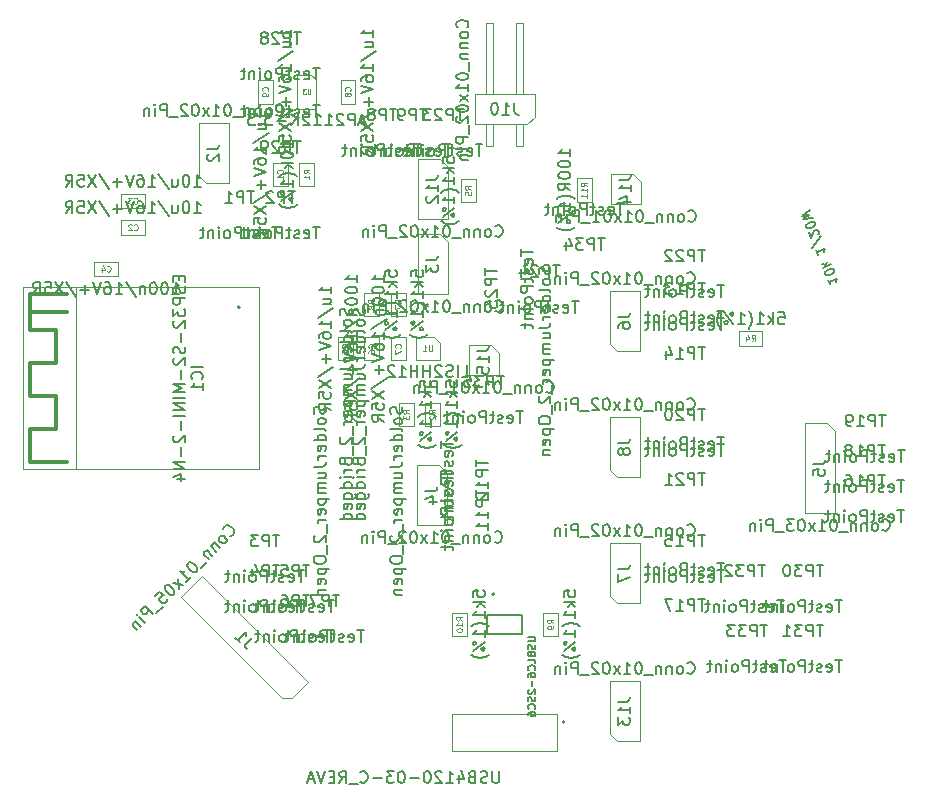
<source format=gbr>
%TF.GenerationSoftware,KiCad,Pcbnew,8.0.2-1*%
%TF.CreationDate,2024-05-17T13:07:53+01:00*%
%TF.ProjectId,Pomodoro_V7,506f6d6f-646f-4726-9f5f-56372e6b6963,rev?*%
%TF.SameCoordinates,Original*%
%TF.FileFunction,AssemblyDrawing,Bot*%
%FSLAX46Y46*%
G04 Gerber Fmt 4.6, Leading zero omitted, Abs format (unit mm)*
G04 Created by KiCad (PCBNEW 8.0.2-1) date 2024-05-17 13:07:53*
%MOMM*%
%LPD*%
G01*
G04 APERTURE LIST*
%ADD10C,0.150000*%
%ADD11C,0.080000*%
%ADD12C,0.060000*%
%ADD13C,0.100000*%
%ADD14C,0.300000*%
%ADD15C,0.127000*%
%ADD16C,0.200000*%
G04 APERTURE END LIST*
D10*
X146380952Y-99904819D02*
X146857142Y-99904819D01*
X146857142Y-99904819D02*
X146857142Y-98904819D01*
X146047618Y-99904819D02*
X146047618Y-98904819D01*
X145619047Y-99857200D02*
X145476190Y-99904819D01*
X145476190Y-99904819D02*
X145238095Y-99904819D01*
X145238095Y-99904819D02*
X145142857Y-99857200D01*
X145142857Y-99857200D02*
X145095238Y-99809580D01*
X145095238Y-99809580D02*
X145047619Y-99714342D01*
X145047619Y-99714342D02*
X145047619Y-99619104D01*
X145047619Y-99619104D02*
X145095238Y-99523866D01*
X145095238Y-99523866D02*
X145142857Y-99476247D01*
X145142857Y-99476247D02*
X145238095Y-99428628D01*
X145238095Y-99428628D02*
X145428571Y-99381009D01*
X145428571Y-99381009D02*
X145523809Y-99333390D01*
X145523809Y-99333390D02*
X145571428Y-99285771D01*
X145571428Y-99285771D02*
X145619047Y-99190533D01*
X145619047Y-99190533D02*
X145619047Y-99095295D01*
X145619047Y-99095295D02*
X145571428Y-99000057D01*
X145571428Y-99000057D02*
X145523809Y-98952438D01*
X145523809Y-98952438D02*
X145428571Y-98904819D01*
X145428571Y-98904819D02*
X145190476Y-98904819D01*
X145190476Y-98904819D02*
X145047619Y-98952438D01*
X144666666Y-99000057D02*
X144619047Y-98952438D01*
X144619047Y-98952438D02*
X144523809Y-98904819D01*
X144523809Y-98904819D02*
X144285714Y-98904819D01*
X144285714Y-98904819D02*
X144190476Y-98952438D01*
X144190476Y-98952438D02*
X144142857Y-99000057D01*
X144142857Y-99000057D02*
X144095238Y-99095295D01*
X144095238Y-99095295D02*
X144095238Y-99190533D01*
X144095238Y-99190533D02*
X144142857Y-99333390D01*
X144142857Y-99333390D02*
X144714285Y-99904819D01*
X144714285Y-99904819D02*
X144095238Y-99904819D01*
X143666666Y-99904819D02*
X143666666Y-98904819D01*
X143666666Y-99381009D02*
X143095238Y-99381009D01*
X143095238Y-99904819D02*
X143095238Y-98904819D01*
X142619047Y-99904819D02*
X142619047Y-98904819D01*
X142619047Y-99381009D02*
X142047619Y-99381009D01*
X142047619Y-99904819D02*
X142047619Y-98904819D01*
X141047619Y-99904819D02*
X141619047Y-99904819D01*
X141333333Y-99904819D02*
X141333333Y-98904819D01*
X141333333Y-98904819D02*
X141428571Y-99047676D01*
X141428571Y-99047676D02*
X141523809Y-99142914D01*
X141523809Y-99142914D02*
X141619047Y-99190533D01*
X140666666Y-99000057D02*
X140619047Y-98952438D01*
X140619047Y-98952438D02*
X140523809Y-98904819D01*
X140523809Y-98904819D02*
X140285714Y-98904819D01*
X140285714Y-98904819D02*
X140190476Y-98952438D01*
X140190476Y-98952438D02*
X140142857Y-99000057D01*
X140142857Y-99000057D02*
X140095238Y-99095295D01*
X140095238Y-99095295D02*
X140095238Y-99190533D01*
X140095238Y-99190533D02*
X140142857Y-99333390D01*
X140142857Y-99333390D02*
X140714285Y-99904819D01*
X140714285Y-99904819D02*
X140095238Y-99904819D01*
D11*
X143880952Y-97227149D02*
X143880952Y-97631911D01*
X143880952Y-97631911D02*
X143857142Y-97679530D01*
X143857142Y-97679530D02*
X143833333Y-97703340D01*
X143833333Y-97703340D02*
X143785714Y-97727149D01*
X143785714Y-97727149D02*
X143690476Y-97727149D01*
X143690476Y-97727149D02*
X143642857Y-97703340D01*
X143642857Y-97703340D02*
X143619047Y-97679530D01*
X143619047Y-97679530D02*
X143595238Y-97631911D01*
X143595238Y-97631911D02*
X143595238Y-97227149D01*
X143095237Y-97727149D02*
X143380951Y-97727149D01*
X143238094Y-97727149D02*
X143238094Y-97227149D01*
X143238094Y-97227149D02*
X143285713Y-97298578D01*
X143285713Y-97298578D02*
X143333332Y-97346197D01*
X143333332Y-97346197D02*
X143380951Y-97370006D01*
D10*
X155554819Y-81206547D02*
X155554819Y-80635119D01*
X155554819Y-80920833D02*
X154554819Y-80920833D01*
X154554819Y-80920833D02*
X154697676Y-80825595D01*
X154697676Y-80825595D02*
X154792914Y-80730357D01*
X154792914Y-80730357D02*
X154840533Y-80635119D01*
X154554819Y-81825595D02*
X154554819Y-81920833D01*
X154554819Y-81920833D02*
X154602438Y-82016071D01*
X154602438Y-82016071D02*
X154650057Y-82063690D01*
X154650057Y-82063690D02*
X154745295Y-82111309D01*
X154745295Y-82111309D02*
X154935771Y-82158928D01*
X154935771Y-82158928D02*
X155173866Y-82158928D01*
X155173866Y-82158928D02*
X155364342Y-82111309D01*
X155364342Y-82111309D02*
X155459580Y-82063690D01*
X155459580Y-82063690D02*
X155507200Y-82016071D01*
X155507200Y-82016071D02*
X155554819Y-81920833D01*
X155554819Y-81920833D02*
X155554819Y-81825595D01*
X155554819Y-81825595D02*
X155507200Y-81730357D01*
X155507200Y-81730357D02*
X155459580Y-81682738D01*
X155459580Y-81682738D02*
X155364342Y-81635119D01*
X155364342Y-81635119D02*
X155173866Y-81587500D01*
X155173866Y-81587500D02*
X154935771Y-81587500D01*
X154935771Y-81587500D02*
X154745295Y-81635119D01*
X154745295Y-81635119D02*
X154650057Y-81682738D01*
X154650057Y-81682738D02*
X154602438Y-81730357D01*
X154602438Y-81730357D02*
X154554819Y-81825595D01*
X154554819Y-82777976D02*
X154554819Y-82873214D01*
X154554819Y-82873214D02*
X154602438Y-82968452D01*
X154602438Y-82968452D02*
X154650057Y-83016071D01*
X154650057Y-83016071D02*
X154745295Y-83063690D01*
X154745295Y-83063690D02*
X154935771Y-83111309D01*
X154935771Y-83111309D02*
X155173866Y-83111309D01*
X155173866Y-83111309D02*
X155364342Y-83063690D01*
X155364342Y-83063690D02*
X155459580Y-83016071D01*
X155459580Y-83016071D02*
X155507200Y-82968452D01*
X155507200Y-82968452D02*
X155554819Y-82873214D01*
X155554819Y-82873214D02*
X155554819Y-82777976D01*
X155554819Y-82777976D02*
X155507200Y-82682738D01*
X155507200Y-82682738D02*
X155459580Y-82635119D01*
X155459580Y-82635119D02*
X155364342Y-82587500D01*
X155364342Y-82587500D02*
X155173866Y-82539881D01*
X155173866Y-82539881D02*
X154935771Y-82539881D01*
X154935771Y-82539881D02*
X154745295Y-82587500D01*
X154745295Y-82587500D02*
X154650057Y-82635119D01*
X154650057Y-82635119D02*
X154602438Y-82682738D01*
X154602438Y-82682738D02*
X154554819Y-82777976D01*
X155554819Y-84111309D02*
X155078628Y-83777976D01*
X155554819Y-83539881D02*
X154554819Y-83539881D01*
X154554819Y-83539881D02*
X154554819Y-83920833D01*
X154554819Y-83920833D02*
X154602438Y-84016071D01*
X154602438Y-84016071D02*
X154650057Y-84063690D01*
X154650057Y-84063690D02*
X154745295Y-84111309D01*
X154745295Y-84111309D02*
X154888152Y-84111309D01*
X154888152Y-84111309D02*
X154983390Y-84063690D01*
X154983390Y-84063690D02*
X155031009Y-84016071D01*
X155031009Y-84016071D02*
X155078628Y-83920833D01*
X155078628Y-83920833D02*
X155078628Y-83539881D01*
X155935771Y-84825595D02*
X155888152Y-84777976D01*
X155888152Y-84777976D02*
X155745295Y-84682738D01*
X155745295Y-84682738D02*
X155650057Y-84635119D01*
X155650057Y-84635119D02*
X155507200Y-84587500D01*
X155507200Y-84587500D02*
X155269104Y-84539881D01*
X155269104Y-84539881D02*
X155078628Y-84539881D01*
X155078628Y-84539881D02*
X154840533Y-84587500D01*
X154840533Y-84587500D02*
X154697676Y-84635119D01*
X154697676Y-84635119D02*
X154602438Y-84682738D01*
X154602438Y-84682738D02*
X154459580Y-84777976D01*
X154459580Y-84777976D02*
X154411961Y-84825595D01*
X155554819Y-85730357D02*
X155554819Y-85158929D01*
X155554819Y-85444643D02*
X154554819Y-85444643D01*
X154554819Y-85444643D02*
X154697676Y-85349405D01*
X154697676Y-85349405D02*
X154792914Y-85254167D01*
X154792914Y-85254167D02*
X154840533Y-85158929D01*
X155554819Y-86111310D02*
X154554819Y-86873214D01*
X154554819Y-86254167D02*
X154602438Y-86349405D01*
X154602438Y-86349405D02*
X154697676Y-86397024D01*
X154697676Y-86397024D02*
X154792914Y-86349405D01*
X154792914Y-86349405D02*
X154840533Y-86254167D01*
X154840533Y-86254167D02*
X154792914Y-86158929D01*
X154792914Y-86158929D02*
X154697676Y-86111310D01*
X154697676Y-86111310D02*
X154602438Y-86158929D01*
X154602438Y-86158929D02*
X154554819Y-86254167D01*
X155507200Y-86825595D02*
X155411961Y-86873214D01*
X155411961Y-86873214D02*
X155316723Y-86825595D01*
X155316723Y-86825595D02*
X155269104Y-86730357D01*
X155269104Y-86730357D02*
X155316723Y-86635119D01*
X155316723Y-86635119D02*
X155411961Y-86587500D01*
X155411961Y-86587500D02*
X155507200Y-86635119D01*
X155507200Y-86635119D02*
X155554819Y-86730357D01*
X155554819Y-86730357D02*
X155507200Y-86825595D01*
X155935771Y-87206548D02*
X155888152Y-87254167D01*
X155888152Y-87254167D02*
X155745295Y-87349405D01*
X155745295Y-87349405D02*
X155650057Y-87397024D01*
X155650057Y-87397024D02*
X155507200Y-87444643D01*
X155507200Y-87444643D02*
X155269104Y-87492262D01*
X155269104Y-87492262D02*
X155078628Y-87492262D01*
X155078628Y-87492262D02*
X154840533Y-87444643D01*
X154840533Y-87444643D02*
X154697676Y-87397024D01*
X154697676Y-87397024D02*
X154602438Y-87349405D01*
X154602438Y-87349405D02*
X154459580Y-87254167D01*
X154459580Y-87254167D02*
X154411961Y-87206548D01*
D11*
X156977149Y-83766071D02*
X156739054Y-83599405D01*
X156977149Y-83480357D02*
X156477149Y-83480357D01*
X156477149Y-83480357D02*
X156477149Y-83670833D01*
X156477149Y-83670833D02*
X156500959Y-83718452D01*
X156500959Y-83718452D02*
X156524768Y-83742262D01*
X156524768Y-83742262D02*
X156572387Y-83766071D01*
X156572387Y-83766071D02*
X156643816Y-83766071D01*
X156643816Y-83766071D02*
X156691435Y-83742262D01*
X156691435Y-83742262D02*
X156715244Y-83718452D01*
X156715244Y-83718452D02*
X156739054Y-83670833D01*
X156739054Y-83670833D02*
X156739054Y-83480357D01*
X156977149Y-84242262D02*
X156977149Y-83956548D01*
X156977149Y-84099405D02*
X156477149Y-84099405D01*
X156477149Y-84099405D02*
X156548578Y-84051786D01*
X156548578Y-84051786D02*
X156596197Y-84004167D01*
X156596197Y-84004167D02*
X156620006Y-83956548D01*
X156977149Y-84718452D02*
X156977149Y-84432738D01*
X156977149Y-84575595D02*
X156477149Y-84575595D01*
X156477149Y-84575595D02*
X156548578Y-84527976D01*
X156548578Y-84527976D02*
X156596197Y-84480357D01*
X156596197Y-84480357D02*
X156620006Y-84432738D01*
D10*
X122431009Y-91380953D02*
X122431009Y-91714286D01*
X122954819Y-91857143D02*
X122954819Y-91380953D01*
X122954819Y-91380953D02*
X121954819Y-91380953D01*
X121954819Y-91380953D02*
X121954819Y-91857143D01*
X122907200Y-92238096D02*
X122954819Y-92380953D01*
X122954819Y-92380953D02*
X122954819Y-92619048D01*
X122954819Y-92619048D02*
X122907200Y-92714286D01*
X122907200Y-92714286D02*
X122859580Y-92761905D01*
X122859580Y-92761905D02*
X122764342Y-92809524D01*
X122764342Y-92809524D02*
X122669104Y-92809524D01*
X122669104Y-92809524D02*
X122573866Y-92761905D01*
X122573866Y-92761905D02*
X122526247Y-92714286D01*
X122526247Y-92714286D02*
X122478628Y-92619048D01*
X122478628Y-92619048D02*
X122431009Y-92428572D01*
X122431009Y-92428572D02*
X122383390Y-92333334D01*
X122383390Y-92333334D02*
X122335771Y-92285715D01*
X122335771Y-92285715D02*
X122240533Y-92238096D01*
X122240533Y-92238096D02*
X122145295Y-92238096D01*
X122145295Y-92238096D02*
X122050057Y-92285715D01*
X122050057Y-92285715D02*
X122002438Y-92333334D01*
X122002438Y-92333334D02*
X121954819Y-92428572D01*
X121954819Y-92428572D02*
X121954819Y-92666667D01*
X121954819Y-92666667D02*
X122002438Y-92809524D01*
X122954819Y-93238096D02*
X121954819Y-93238096D01*
X121954819Y-93238096D02*
X121954819Y-93619048D01*
X121954819Y-93619048D02*
X122002438Y-93714286D01*
X122002438Y-93714286D02*
X122050057Y-93761905D01*
X122050057Y-93761905D02*
X122145295Y-93809524D01*
X122145295Y-93809524D02*
X122288152Y-93809524D01*
X122288152Y-93809524D02*
X122383390Y-93761905D01*
X122383390Y-93761905D02*
X122431009Y-93714286D01*
X122431009Y-93714286D02*
X122478628Y-93619048D01*
X122478628Y-93619048D02*
X122478628Y-93238096D01*
X121954819Y-94142858D02*
X121954819Y-94761905D01*
X121954819Y-94761905D02*
X122335771Y-94428572D01*
X122335771Y-94428572D02*
X122335771Y-94571429D01*
X122335771Y-94571429D02*
X122383390Y-94666667D01*
X122383390Y-94666667D02*
X122431009Y-94714286D01*
X122431009Y-94714286D02*
X122526247Y-94761905D01*
X122526247Y-94761905D02*
X122764342Y-94761905D01*
X122764342Y-94761905D02*
X122859580Y-94714286D01*
X122859580Y-94714286D02*
X122907200Y-94666667D01*
X122907200Y-94666667D02*
X122954819Y-94571429D01*
X122954819Y-94571429D02*
X122954819Y-94285715D01*
X122954819Y-94285715D02*
X122907200Y-94190477D01*
X122907200Y-94190477D02*
X122859580Y-94142858D01*
X122050057Y-95142858D02*
X122002438Y-95190477D01*
X122002438Y-95190477D02*
X121954819Y-95285715D01*
X121954819Y-95285715D02*
X121954819Y-95523810D01*
X121954819Y-95523810D02*
X122002438Y-95619048D01*
X122002438Y-95619048D02*
X122050057Y-95666667D01*
X122050057Y-95666667D02*
X122145295Y-95714286D01*
X122145295Y-95714286D02*
X122240533Y-95714286D01*
X122240533Y-95714286D02*
X122383390Y-95666667D01*
X122383390Y-95666667D02*
X122954819Y-95095239D01*
X122954819Y-95095239D02*
X122954819Y-95714286D01*
X122573866Y-96142858D02*
X122573866Y-96904763D01*
X122907200Y-97333334D02*
X122954819Y-97476191D01*
X122954819Y-97476191D02*
X122954819Y-97714286D01*
X122954819Y-97714286D02*
X122907200Y-97809524D01*
X122907200Y-97809524D02*
X122859580Y-97857143D01*
X122859580Y-97857143D02*
X122764342Y-97904762D01*
X122764342Y-97904762D02*
X122669104Y-97904762D01*
X122669104Y-97904762D02*
X122573866Y-97857143D01*
X122573866Y-97857143D02*
X122526247Y-97809524D01*
X122526247Y-97809524D02*
X122478628Y-97714286D01*
X122478628Y-97714286D02*
X122431009Y-97523810D01*
X122431009Y-97523810D02*
X122383390Y-97428572D01*
X122383390Y-97428572D02*
X122335771Y-97380953D01*
X122335771Y-97380953D02*
X122240533Y-97333334D01*
X122240533Y-97333334D02*
X122145295Y-97333334D01*
X122145295Y-97333334D02*
X122050057Y-97380953D01*
X122050057Y-97380953D02*
X122002438Y-97428572D01*
X122002438Y-97428572D02*
X121954819Y-97523810D01*
X121954819Y-97523810D02*
X121954819Y-97761905D01*
X121954819Y-97761905D02*
X122002438Y-97904762D01*
X122050057Y-98285715D02*
X122002438Y-98333334D01*
X122002438Y-98333334D02*
X121954819Y-98428572D01*
X121954819Y-98428572D02*
X121954819Y-98666667D01*
X121954819Y-98666667D02*
X122002438Y-98761905D01*
X122002438Y-98761905D02*
X122050057Y-98809524D01*
X122050057Y-98809524D02*
X122145295Y-98857143D01*
X122145295Y-98857143D02*
X122240533Y-98857143D01*
X122240533Y-98857143D02*
X122383390Y-98809524D01*
X122383390Y-98809524D02*
X122954819Y-98238096D01*
X122954819Y-98238096D02*
X122954819Y-98857143D01*
X122573866Y-99285715D02*
X122573866Y-100047620D01*
X122954819Y-100523810D02*
X121954819Y-100523810D01*
X121954819Y-100523810D02*
X122669104Y-100857143D01*
X122669104Y-100857143D02*
X121954819Y-101190476D01*
X121954819Y-101190476D02*
X122954819Y-101190476D01*
X122954819Y-101666667D02*
X121954819Y-101666667D01*
X122954819Y-102142857D02*
X121954819Y-102142857D01*
X121954819Y-102142857D02*
X122954819Y-102714285D01*
X122954819Y-102714285D02*
X121954819Y-102714285D01*
X122954819Y-103190476D02*
X121954819Y-103190476D01*
X122573866Y-103666666D02*
X122573866Y-104428571D01*
X122050057Y-104857142D02*
X122002438Y-104904761D01*
X122002438Y-104904761D02*
X121954819Y-104999999D01*
X121954819Y-104999999D02*
X121954819Y-105238094D01*
X121954819Y-105238094D02*
X122002438Y-105333332D01*
X122002438Y-105333332D02*
X122050057Y-105380951D01*
X122050057Y-105380951D02*
X122145295Y-105428570D01*
X122145295Y-105428570D02*
X122240533Y-105428570D01*
X122240533Y-105428570D02*
X122383390Y-105380951D01*
X122383390Y-105380951D02*
X122954819Y-104809523D01*
X122954819Y-104809523D02*
X122954819Y-105428570D01*
X122573866Y-105857142D02*
X122573866Y-106619047D01*
X122954819Y-107095237D02*
X121954819Y-107095237D01*
X121954819Y-107095237D02*
X122954819Y-107666665D01*
X122954819Y-107666665D02*
X121954819Y-107666665D01*
X122288152Y-108571427D02*
X122954819Y-108571427D01*
X121907200Y-108333332D02*
X122621485Y-108095237D01*
X122621485Y-108095237D02*
X122621485Y-108714284D01*
X124454819Y-99023810D02*
X123454819Y-99023810D01*
X124359580Y-100071428D02*
X124407200Y-100023809D01*
X124407200Y-100023809D02*
X124454819Y-99880952D01*
X124454819Y-99880952D02*
X124454819Y-99785714D01*
X124454819Y-99785714D02*
X124407200Y-99642857D01*
X124407200Y-99642857D02*
X124311961Y-99547619D01*
X124311961Y-99547619D02*
X124216723Y-99500000D01*
X124216723Y-99500000D02*
X124026247Y-99452381D01*
X124026247Y-99452381D02*
X123883390Y-99452381D01*
X123883390Y-99452381D02*
X123692914Y-99500000D01*
X123692914Y-99500000D02*
X123597676Y-99547619D01*
X123597676Y-99547619D02*
X123502438Y-99642857D01*
X123502438Y-99642857D02*
X123454819Y-99785714D01*
X123454819Y-99785714D02*
X123454819Y-99880952D01*
X123454819Y-99880952D02*
X123502438Y-100023809D01*
X123502438Y-100023809D02*
X123550057Y-100071428D01*
X124454819Y-101023809D02*
X124454819Y-100452381D01*
X124454819Y-100738095D02*
X123454819Y-100738095D01*
X123454819Y-100738095D02*
X123597676Y-100642857D01*
X123597676Y-100642857D02*
X123692914Y-100547619D01*
X123692914Y-100547619D02*
X123740533Y-100452381D01*
X137007200Y-94110618D02*
X137054819Y-94253475D01*
X137054819Y-94253475D02*
X137054819Y-94491570D01*
X137054819Y-94491570D02*
X137007200Y-94586808D01*
X137007200Y-94586808D02*
X136959580Y-94634427D01*
X136959580Y-94634427D02*
X136864342Y-94682046D01*
X136864342Y-94682046D02*
X136769104Y-94682046D01*
X136769104Y-94682046D02*
X136673866Y-94634427D01*
X136673866Y-94634427D02*
X136626247Y-94586808D01*
X136626247Y-94586808D02*
X136578628Y-94491570D01*
X136578628Y-94491570D02*
X136531009Y-94301094D01*
X136531009Y-94301094D02*
X136483390Y-94205856D01*
X136483390Y-94205856D02*
X136435771Y-94158237D01*
X136435771Y-94158237D02*
X136340533Y-94110618D01*
X136340533Y-94110618D02*
X136245295Y-94110618D01*
X136245295Y-94110618D02*
X136150057Y-94158237D01*
X136150057Y-94158237D02*
X136102438Y-94205856D01*
X136102438Y-94205856D02*
X136054819Y-94301094D01*
X136054819Y-94301094D02*
X136054819Y-94539189D01*
X136054819Y-94539189D02*
X136102438Y-94682046D01*
X137054819Y-95253475D02*
X137007200Y-95158237D01*
X137007200Y-95158237D02*
X136959580Y-95110618D01*
X136959580Y-95110618D02*
X136864342Y-95062999D01*
X136864342Y-95062999D02*
X136578628Y-95062999D01*
X136578628Y-95062999D02*
X136483390Y-95110618D01*
X136483390Y-95110618D02*
X136435771Y-95158237D01*
X136435771Y-95158237D02*
X136388152Y-95253475D01*
X136388152Y-95253475D02*
X136388152Y-95396332D01*
X136388152Y-95396332D02*
X136435771Y-95491570D01*
X136435771Y-95491570D02*
X136483390Y-95539189D01*
X136483390Y-95539189D02*
X136578628Y-95586808D01*
X136578628Y-95586808D02*
X136864342Y-95586808D01*
X136864342Y-95586808D02*
X136959580Y-95539189D01*
X136959580Y-95539189D02*
X137007200Y-95491570D01*
X137007200Y-95491570D02*
X137054819Y-95396332D01*
X137054819Y-95396332D02*
X137054819Y-95253475D01*
X137054819Y-96158237D02*
X137007200Y-96062999D01*
X137007200Y-96062999D02*
X136911961Y-96015380D01*
X136911961Y-96015380D02*
X136054819Y-96015380D01*
X137054819Y-96967761D02*
X136054819Y-96967761D01*
X137007200Y-96967761D02*
X137054819Y-96872523D01*
X137054819Y-96872523D02*
X137054819Y-96682047D01*
X137054819Y-96682047D02*
X137007200Y-96586809D01*
X137007200Y-96586809D02*
X136959580Y-96539190D01*
X136959580Y-96539190D02*
X136864342Y-96491571D01*
X136864342Y-96491571D02*
X136578628Y-96491571D01*
X136578628Y-96491571D02*
X136483390Y-96539190D01*
X136483390Y-96539190D02*
X136435771Y-96586809D01*
X136435771Y-96586809D02*
X136388152Y-96682047D01*
X136388152Y-96682047D02*
X136388152Y-96872523D01*
X136388152Y-96872523D02*
X136435771Y-96967761D01*
X137007200Y-97824904D02*
X137054819Y-97729666D01*
X137054819Y-97729666D02*
X137054819Y-97539190D01*
X137054819Y-97539190D02*
X137007200Y-97443952D01*
X137007200Y-97443952D02*
X136911961Y-97396333D01*
X136911961Y-97396333D02*
X136531009Y-97396333D01*
X136531009Y-97396333D02*
X136435771Y-97443952D01*
X136435771Y-97443952D02*
X136388152Y-97539190D01*
X136388152Y-97539190D02*
X136388152Y-97729666D01*
X136388152Y-97729666D02*
X136435771Y-97824904D01*
X136435771Y-97824904D02*
X136531009Y-97872523D01*
X136531009Y-97872523D02*
X136626247Y-97872523D01*
X136626247Y-97872523D02*
X136721485Y-97396333D01*
X137054819Y-98301095D02*
X136388152Y-98301095D01*
X136578628Y-98301095D02*
X136483390Y-98348714D01*
X136483390Y-98348714D02*
X136435771Y-98396333D01*
X136435771Y-98396333D02*
X136388152Y-98491571D01*
X136388152Y-98491571D02*
X136388152Y-98586809D01*
X136054819Y-99205857D02*
X136769104Y-99205857D01*
X136769104Y-99205857D02*
X136911961Y-99158238D01*
X136911961Y-99158238D02*
X137007200Y-99063000D01*
X137007200Y-99063000D02*
X137054819Y-98920143D01*
X137054819Y-98920143D02*
X137054819Y-98824905D01*
X136388152Y-100110619D02*
X137054819Y-100110619D01*
X136388152Y-99682048D02*
X136911961Y-99682048D01*
X136911961Y-99682048D02*
X137007200Y-99729667D01*
X137007200Y-99729667D02*
X137054819Y-99824905D01*
X137054819Y-99824905D02*
X137054819Y-99967762D01*
X137054819Y-99967762D02*
X137007200Y-100063000D01*
X137007200Y-100063000D02*
X136959580Y-100110619D01*
X137054819Y-100586810D02*
X136388152Y-100586810D01*
X136483390Y-100586810D02*
X136435771Y-100634429D01*
X136435771Y-100634429D02*
X136388152Y-100729667D01*
X136388152Y-100729667D02*
X136388152Y-100872524D01*
X136388152Y-100872524D02*
X136435771Y-100967762D01*
X136435771Y-100967762D02*
X136531009Y-101015381D01*
X136531009Y-101015381D02*
X137054819Y-101015381D01*
X136531009Y-101015381D02*
X136435771Y-101063000D01*
X136435771Y-101063000D02*
X136388152Y-101158238D01*
X136388152Y-101158238D02*
X136388152Y-101301095D01*
X136388152Y-101301095D02*
X136435771Y-101396334D01*
X136435771Y-101396334D02*
X136531009Y-101443953D01*
X136531009Y-101443953D02*
X137054819Y-101443953D01*
X136388152Y-101920143D02*
X137388152Y-101920143D01*
X136435771Y-101920143D02*
X136388152Y-102015381D01*
X136388152Y-102015381D02*
X136388152Y-102205857D01*
X136388152Y-102205857D02*
X136435771Y-102301095D01*
X136435771Y-102301095D02*
X136483390Y-102348714D01*
X136483390Y-102348714D02*
X136578628Y-102396333D01*
X136578628Y-102396333D02*
X136864342Y-102396333D01*
X136864342Y-102396333D02*
X136959580Y-102348714D01*
X136959580Y-102348714D02*
X137007200Y-102301095D01*
X137007200Y-102301095D02*
X137054819Y-102205857D01*
X137054819Y-102205857D02*
X137054819Y-102015381D01*
X137054819Y-102015381D02*
X137007200Y-101920143D01*
X137007200Y-103205857D02*
X137054819Y-103110619D01*
X137054819Y-103110619D02*
X137054819Y-102920143D01*
X137054819Y-102920143D02*
X137007200Y-102824905D01*
X137007200Y-102824905D02*
X136911961Y-102777286D01*
X136911961Y-102777286D02*
X136531009Y-102777286D01*
X136531009Y-102777286D02*
X136435771Y-102824905D01*
X136435771Y-102824905D02*
X136388152Y-102920143D01*
X136388152Y-102920143D02*
X136388152Y-103110619D01*
X136388152Y-103110619D02*
X136435771Y-103205857D01*
X136435771Y-103205857D02*
X136531009Y-103253476D01*
X136531009Y-103253476D02*
X136626247Y-103253476D01*
X136626247Y-103253476D02*
X136721485Y-102777286D01*
X137054819Y-103682048D02*
X136388152Y-103682048D01*
X136578628Y-103682048D02*
X136483390Y-103729667D01*
X136483390Y-103729667D02*
X136435771Y-103777286D01*
X136435771Y-103777286D02*
X136388152Y-103872524D01*
X136388152Y-103872524D02*
X136388152Y-103967762D01*
X137150057Y-104063001D02*
X137150057Y-104824905D01*
X136150057Y-105015382D02*
X136102438Y-105063001D01*
X136102438Y-105063001D02*
X136054819Y-105158239D01*
X136054819Y-105158239D02*
X136054819Y-105396334D01*
X136054819Y-105396334D02*
X136102438Y-105491572D01*
X136102438Y-105491572D02*
X136150057Y-105539191D01*
X136150057Y-105539191D02*
X136245295Y-105586810D01*
X136245295Y-105586810D02*
X136340533Y-105586810D01*
X136340533Y-105586810D02*
X136483390Y-105539191D01*
X136483390Y-105539191D02*
X137054819Y-104967763D01*
X137054819Y-104967763D02*
X137054819Y-105586810D01*
X137150057Y-105777287D02*
X137150057Y-106539191D01*
X136531009Y-107110620D02*
X136578628Y-107253477D01*
X136578628Y-107253477D02*
X136626247Y-107301096D01*
X136626247Y-107301096D02*
X136721485Y-107348715D01*
X136721485Y-107348715D02*
X136864342Y-107348715D01*
X136864342Y-107348715D02*
X136959580Y-107301096D01*
X136959580Y-107301096D02*
X137007200Y-107253477D01*
X137007200Y-107253477D02*
X137054819Y-107158239D01*
X137054819Y-107158239D02*
X137054819Y-106777287D01*
X137054819Y-106777287D02*
X136054819Y-106777287D01*
X136054819Y-106777287D02*
X136054819Y-107110620D01*
X136054819Y-107110620D02*
X136102438Y-107205858D01*
X136102438Y-107205858D02*
X136150057Y-107253477D01*
X136150057Y-107253477D02*
X136245295Y-107301096D01*
X136245295Y-107301096D02*
X136340533Y-107301096D01*
X136340533Y-107301096D02*
X136435771Y-107253477D01*
X136435771Y-107253477D02*
X136483390Y-107205858D01*
X136483390Y-107205858D02*
X136531009Y-107110620D01*
X136531009Y-107110620D02*
X136531009Y-106777287D01*
X137054819Y-107777287D02*
X136388152Y-107777287D01*
X136578628Y-107777287D02*
X136483390Y-107824906D01*
X136483390Y-107824906D02*
X136435771Y-107872525D01*
X136435771Y-107872525D02*
X136388152Y-107967763D01*
X136388152Y-107967763D02*
X136388152Y-108063001D01*
X137054819Y-108396335D02*
X136388152Y-108396335D01*
X136054819Y-108396335D02*
X136102438Y-108348716D01*
X136102438Y-108348716D02*
X136150057Y-108396335D01*
X136150057Y-108396335D02*
X136102438Y-108443954D01*
X136102438Y-108443954D02*
X136054819Y-108396335D01*
X136054819Y-108396335D02*
X136150057Y-108396335D01*
X137054819Y-109301096D02*
X136054819Y-109301096D01*
X137007200Y-109301096D02*
X137054819Y-109205858D01*
X137054819Y-109205858D02*
X137054819Y-109015382D01*
X137054819Y-109015382D02*
X137007200Y-108920144D01*
X137007200Y-108920144D02*
X136959580Y-108872525D01*
X136959580Y-108872525D02*
X136864342Y-108824906D01*
X136864342Y-108824906D02*
X136578628Y-108824906D01*
X136578628Y-108824906D02*
X136483390Y-108872525D01*
X136483390Y-108872525D02*
X136435771Y-108920144D01*
X136435771Y-108920144D02*
X136388152Y-109015382D01*
X136388152Y-109015382D02*
X136388152Y-109205858D01*
X136388152Y-109205858D02*
X136435771Y-109301096D01*
X136388152Y-110205858D02*
X137197676Y-110205858D01*
X137197676Y-110205858D02*
X137292914Y-110158239D01*
X137292914Y-110158239D02*
X137340533Y-110110620D01*
X137340533Y-110110620D02*
X137388152Y-110015382D01*
X137388152Y-110015382D02*
X137388152Y-109872525D01*
X137388152Y-109872525D02*
X137340533Y-109777287D01*
X137007200Y-110205858D02*
X137054819Y-110110620D01*
X137054819Y-110110620D02*
X137054819Y-109920144D01*
X137054819Y-109920144D02*
X137007200Y-109824906D01*
X137007200Y-109824906D02*
X136959580Y-109777287D01*
X136959580Y-109777287D02*
X136864342Y-109729668D01*
X136864342Y-109729668D02*
X136578628Y-109729668D01*
X136578628Y-109729668D02*
X136483390Y-109777287D01*
X136483390Y-109777287D02*
X136435771Y-109824906D01*
X136435771Y-109824906D02*
X136388152Y-109920144D01*
X136388152Y-109920144D02*
X136388152Y-110110620D01*
X136388152Y-110110620D02*
X136435771Y-110205858D01*
X137007200Y-111063001D02*
X137054819Y-110967763D01*
X137054819Y-110967763D02*
X137054819Y-110777287D01*
X137054819Y-110777287D02*
X137007200Y-110682049D01*
X137007200Y-110682049D02*
X136911961Y-110634430D01*
X136911961Y-110634430D02*
X136531009Y-110634430D01*
X136531009Y-110634430D02*
X136435771Y-110682049D01*
X136435771Y-110682049D02*
X136388152Y-110777287D01*
X136388152Y-110777287D02*
X136388152Y-110967763D01*
X136388152Y-110967763D02*
X136435771Y-111063001D01*
X136435771Y-111063001D02*
X136531009Y-111110620D01*
X136531009Y-111110620D02*
X136626247Y-111110620D01*
X136626247Y-111110620D02*
X136721485Y-110634430D01*
X137054819Y-111967763D02*
X136054819Y-111967763D01*
X137007200Y-111967763D02*
X137054819Y-111872525D01*
X137054819Y-111872525D02*
X137054819Y-111682049D01*
X137054819Y-111682049D02*
X137007200Y-111586811D01*
X137007200Y-111586811D02*
X136959580Y-111539192D01*
X136959580Y-111539192D02*
X136864342Y-111491573D01*
X136864342Y-111491573D02*
X136578628Y-111491573D01*
X136578628Y-111491573D02*
X136483390Y-111539192D01*
X136483390Y-111539192D02*
X136435771Y-111586811D01*
X136435771Y-111586811D02*
X136388152Y-111682049D01*
X136388152Y-111682049D02*
X136388152Y-111872525D01*
X136388152Y-111872525D02*
X136435771Y-111967763D01*
X135553333Y-121324819D02*
X134981905Y-121324819D01*
X135267619Y-122324819D02*
X135267619Y-121324819D01*
X134267619Y-122277200D02*
X134362857Y-122324819D01*
X134362857Y-122324819D02*
X134553333Y-122324819D01*
X134553333Y-122324819D02*
X134648571Y-122277200D01*
X134648571Y-122277200D02*
X134696190Y-122181961D01*
X134696190Y-122181961D02*
X134696190Y-121801009D01*
X134696190Y-121801009D02*
X134648571Y-121705771D01*
X134648571Y-121705771D02*
X134553333Y-121658152D01*
X134553333Y-121658152D02*
X134362857Y-121658152D01*
X134362857Y-121658152D02*
X134267619Y-121705771D01*
X134267619Y-121705771D02*
X134220000Y-121801009D01*
X134220000Y-121801009D02*
X134220000Y-121896247D01*
X134220000Y-121896247D02*
X134696190Y-121991485D01*
X133839047Y-122277200D02*
X133743809Y-122324819D01*
X133743809Y-122324819D02*
X133553333Y-122324819D01*
X133553333Y-122324819D02*
X133458095Y-122277200D01*
X133458095Y-122277200D02*
X133410476Y-122181961D01*
X133410476Y-122181961D02*
X133410476Y-122134342D01*
X133410476Y-122134342D02*
X133458095Y-122039104D01*
X133458095Y-122039104D02*
X133553333Y-121991485D01*
X133553333Y-121991485D02*
X133696190Y-121991485D01*
X133696190Y-121991485D02*
X133791428Y-121943866D01*
X133791428Y-121943866D02*
X133839047Y-121848628D01*
X133839047Y-121848628D02*
X133839047Y-121801009D01*
X133839047Y-121801009D02*
X133791428Y-121705771D01*
X133791428Y-121705771D02*
X133696190Y-121658152D01*
X133696190Y-121658152D02*
X133553333Y-121658152D01*
X133553333Y-121658152D02*
X133458095Y-121705771D01*
X133124761Y-121658152D02*
X132743809Y-121658152D01*
X132981904Y-121324819D02*
X132981904Y-122181961D01*
X132981904Y-122181961D02*
X132934285Y-122277200D01*
X132934285Y-122277200D02*
X132839047Y-122324819D01*
X132839047Y-122324819D02*
X132743809Y-122324819D01*
X132410475Y-122324819D02*
X132410475Y-121324819D01*
X132410475Y-121324819D02*
X132029523Y-121324819D01*
X132029523Y-121324819D02*
X131934285Y-121372438D01*
X131934285Y-121372438D02*
X131886666Y-121420057D01*
X131886666Y-121420057D02*
X131839047Y-121515295D01*
X131839047Y-121515295D02*
X131839047Y-121658152D01*
X131839047Y-121658152D02*
X131886666Y-121753390D01*
X131886666Y-121753390D02*
X131934285Y-121801009D01*
X131934285Y-121801009D02*
X132029523Y-121848628D01*
X132029523Y-121848628D02*
X132410475Y-121848628D01*
X131267618Y-122324819D02*
X131362856Y-122277200D01*
X131362856Y-122277200D02*
X131410475Y-122229580D01*
X131410475Y-122229580D02*
X131458094Y-122134342D01*
X131458094Y-122134342D02*
X131458094Y-121848628D01*
X131458094Y-121848628D02*
X131410475Y-121753390D01*
X131410475Y-121753390D02*
X131362856Y-121705771D01*
X131362856Y-121705771D02*
X131267618Y-121658152D01*
X131267618Y-121658152D02*
X131124761Y-121658152D01*
X131124761Y-121658152D02*
X131029523Y-121705771D01*
X131029523Y-121705771D02*
X130981904Y-121753390D01*
X130981904Y-121753390D02*
X130934285Y-121848628D01*
X130934285Y-121848628D02*
X130934285Y-122134342D01*
X130934285Y-122134342D02*
X130981904Y-122229580D01*
X130981904Y-122229580D02*
X131029523Y-122277200D01*
X131029523Y-122277200D02*
X131124761Y-122324819D01*
X131124761Y-122324819D02*
X131267618Y-122324819D01*
X130505713Y-122324819D02*
X130505713Y-121658152D01*
X130505713Y-121324819D02*
X130553332Y-121372438D01*
X130553332Y-121372438D02*
X130505713Y-121420057D01*
X130505713Y-121420057D02*
X130458094Y-121372438D01*
X130458094Y-121372438D02*
X130505713Y-121324819D01*
X130505713Y-121324819D02*
X130505713Y-121420057D01*
X130029523Y-121658152D02*
X130029523Y-122324819D01*
X130029523Y-121753390D02*
X129981904Y-121705771D01*
X129981904Y-121705771D02*
X129886666Y-121658152D01*
X129886666Y-121658152D02*
X129743809Y-121658152D01*
X129743809Y-121658152D02*
X129648571Y-121705771D01*
X129648571Y-121705771D02*
X129600952Y-121801009D01*
X129600952Y-121801009D02*
X129600952Y-122324819D01*
X129267618Y-121658152D02*
X128886666Y-121658152D01*
X129124761Y-121324819D02*
X129124761Y-122181961D01*
X129124761Y-122181961D02*
X129077142Y-122277200D01*
X129077142Y-122277200D02*
X128981904Y-122324819D01*
X128981904Y-122324819D02*
X128886666Y-122324819D01*
X133481904Y-118324819D02*
X132910476Y-118324819D01*
X133196190Y-119324819D02*
X133196190Y-118324819D01*
X132577142Y-119324819D02*
X132577142Y-118324819D01*
X132577142Y-118324819D02*
X132196190Y-118324819D01*
X132196190Y-118324819D02*
X132100952Y-118372438D01*
X132100952Y-118372438D02*
X132053333Y-118420057D01*
X132053333Y-118420057D02*
X132005714Y-118515295D01*
X132005714Y-118515295D02*
X132005714Y-118658152D01*
X132005714Y-118658152D02*
X132053333Y-118753390D01*
X132053333Y-118753390D02*
X132100952Y-118801009D01*
X132100952Y-118801009D02*
X132196190Y-118848628D01*
X132196190Y-118848628D02*
X132577142Y-118848628D01*
X131148571Y-118324819D02*
X131339047Y-118324819D01*
X131339047Y-118324819D02*
X131434285Y-118372438D01*
X131434285Y-118372438D02*
X131481904Y-118420057D01*
X131481904Y-118420057D02*
X131577142Y-118562914D01*
X131577142Y-118562914D02*
X131624761Y-118753390D01*
X131624761Y-118753390D02*
X131624761Y-119134342D01*
X131624761Y-119134342D02*
X131577142Y-119229580D01*
X131577142Y-119229580D02*
X131529523Y-119277200D01*
X131529523Y-119277200D02*
X131434285Y-119324819D01*
X131434285Y-119324819D02*
X131243809Y-119324819D01*
X131243809Y-119324819D02*
X131148571Y-119277200D01*
X131148571Y-119277200D02*
X131100952Y-119229580D01*
X131100952Y-119229580D02*
X131053333Y-119134342D01*
X131053333Y-119134342D02*
X131053333Y-118896247D01*
X131053333Y-118896247D02*
X131100952Y-118801009D01*
X131100952Y-118801009D02*
X131148571Y-118753390D01*
X131148571Y-118753390D02*
X131243809Y-118705771D01*
X131243809Y-118705771D02*
X131434285Y-118705771D01*
X131434285Y-118705771D02*
X131529523Y-118753390D01*
X131529523Y-118753390D02*
X131577142Y-118801009D01*
X131577142Y-118801009D02*
X131624761Y-118896247D01*
X145459333Y-80176819D02*
X144887905Y-80176819D01*
X145173619Y-81176819D02*
X145173619Y-80176819D01*
X144173619Y-81129200D02*
X144268857Y-81176819D01*
X144268857Y-81176819D02*
X144459333Y-81176819D01*
X144459333Y-81176819D02*
X144554571Y-81129200D01*
X144554571Y-81129200D02*
X144602190Y-81033961D01*
X144602190Y-81033961D02*
X144602190Y-80653009D01*
X144602190Y-80653009D02*
X144554571Y-80557771D01*
X144554571Y-80557771D02*
X144459333Y-80510152D01*
X144459333Y-80510152D02*
X144268857Y-80510152D01*
X144268857Y-80510152D02*
X144173619Y-80557771D01*
X144173619Y-80557771D02*
X144126000Y-80653009D01*
X144126000Y-80653009D02*
X144126000Y-80748247D01*
X144126000Y-80748247D02*
X144602190Y-80843485D01*
X143745047Y-81129200D02*
X143649809Y-81176819D01*
X143649809Y-81176819D02*
X143459333Y-81176819D01*
X143459333Y-81176819D02*
X143364095Y-81129200D01*
X143364095Y-81129200D02*
X143316476Y-81033961D01*
X143316476Y-81033961D02*
X143316476Y-80986342D01*
X143316476Y-80986342D02*
X143364095Y-80891104D01*
X143364095Y-80891104D02*
X143459333Y-80843485D01*
X143459333Y-80843485D02*
X143602190Y-80843485D01*
X143602190Y-80843485D02*
X143697428Y-80795866D01*
X143697428Y-80795866D02*
X143745047Y-80700628D01*
X143745047Y-80700628D02*
X143745047Y-80653009D01*
X143745047Y-80653009D02*
X143697428Y-80557771D01*
X143697428Y-80557771D02*
X143602190Y-80510152D01*
X143602190Y-80510152D02*
X143459333Y-80510152D01*
X143459333Y-80510152D02*
X143364095Y-80557771D01*
X143030761Y-80510152D02*
X142649809Y-80510152D01*
X142887904Y-80176819D02*
X142887904Y-81033961D01*
X142887904Y-81033961D02*
X142840285Y-81129200D01*
X142840285Y-81129200D02*
X142745047Y-81176819D01*
X142745047Y-81176819D02*
X142649809Y-81176819D01*
X142316475Y-81176819D02*
X142316475Y-80176819D01*
X142316475Y-80176819D02*
X141935523Y-80176819D01*
X141935523Y-80176819D02*
X141840285Y-80224438D01*
X141840285Y-80224438D02*
X141792666Y-80272057D01*
X141792666Y-80272057D02*
X141745047Y-80367295D01*
X141745047Y-80367295D02*
X141745047Y-80510152D01*
X141745047Y-80510152D02*
X141792666Y-80605390D01*
X141792666Y-80605390D02*
X141840285Y-80653009D01*
X141840285Y-80653009D02*
X141935523Y-80700628D01*
X141935523Y-80700628D02*
X142316475Y-80700628D01*
X141173618Y-81176819D02*
X141268856Y-81129200D01*
X141268856Y-81129200D02*
X141316475Y-81081580D01*
X141316475Y-81081580D02*
X141364094Y-80986342D01*
X141364094Y-80986342D02*
X141364094Y-80700628D01*
X141364094Y-80700628D02*
X141316475Y-80605390D01*
X141316475Y-80605390D02*
X141268856Y-80557771D01*
X141268856Y-80557771D02*
X141173618Y-80510152D01*
X141173618Y-80510152D02*
X141030761Y-80510152D01*
X141030761Y-80510152D02*
X140935523Y-80557771D01*
X140935523Y-80557771D02*
X140887904Y-80605390D01*
X140887904Y-80605390D02*
X140840285Y-80700628D01*
X140840285Y-80700628D02*
X140840285Y-80986342D01*
X140840285Y-80986342D02*
X140887904Y-81081580D01*
X140887904Y-81081580D02*
X140935523Y-81129200D01*
X140935523Y-81129200D02*
X141030761Y-81176819D01*
X141030761Y-81176819D02*
X141173618Y-81176819D01*
X140411713Y-81176819D02*
X140411713Y-80510152D01*
X140411713Y-80176819D02*
X140459332Y-80224438D01*
X140459332Y-80224438D02*
X140411713Y-80272057D01*
X140411713Y-80272057D02*
X140364094Y-80224438D01*
X140364094Y-80224438D02*
X140411713Y-80176819D01*
X140411713Y-80176819D02*
X140411713Y-80272057D01*
X139935523Y-80510152D02*
X139935523Y-81176819D01*
X139935523Y-80605390D02*
X139887904Y-80557771D01*
X139887904Y-80557771D02*
X139792666Y-80510152D01*
X139792666Y-80510152D02*
X139649809Y-80510152D01*
X139649809Y-80510152D02*
X139554571Y-80557771D01*
X139554571Y-80557771D02*
X139506952Y-80653009D01*
X139506952Y-80653009D02*
X139506952Y-81176819D01*
X139173618Y-80510152D02*
X138792666Y-80510152D01*
X139030761Y-80176819D02*
X139030761Y-81033961D01*
X139030761Y-81033961D02*
X138983142Y-81129200D01*
X138983142Y-81129200D02*
X138887904Y-81176819D01*
X138887904Y-81176819D02*
X138792666Y-81176819D01*
X143387904Y-77176819D02*
X142816476Y-77176819D01*
X143102190Y-78176819D02*
X143102190Y-77176819D01*
X142483142Y-78176819D02*
X142483142Y-77176819D01*
X142483142Y-77176819D02*
X142102190Y-77176819D01*
X142102190Y-77176819D02*
X142006952Y-77224438D01*
X142006952Y-77224438D02*
X141959333Y-77272057D01*
X141959333Y-77272057D02*
X141911714Y-77367295D01*
X141911714Y-77367295D02*
X141911714Y-77510152D01*
X141911714Y-77510152D02*
X141959333Y-77605390D01*
X141959333Y-77605390D02*
X142006952Y-77653009D01*
X142006952Y-77653009D02*
X142102190Y-77700628D01*
X142102190Y-77700628D02*
X142483142Y-77700628D01*
X141435523Y-78176819D02*
X141245047Y-78176819D01*
X141245047Y-78176819D02*
X141149809Y-78129200D01*
X141149809Y-78129200D02*
X141102190Y-78081580D01*
X141102190Y-78081580D02*
X141006952Y-77938723D01*
X141006952Y-77938723D02*
X140959333Y-77748247D01*
X140959333Y-77748247D02*
X140959333Y-77367295D01*
X140959333Y-77367295D02*
X141006952Y-77272057D01*
X141006952Y-77272057D02*
X141054571Y-77224438D01*
X141054571Y-77224438D02*
X141149809Y-77176819D01*
X141149809Y-77176819D02*
X141340285Y-77176819D01*
X141340285Y-77176819D02*
X141435523Y-77224438D01*
X141435523Y-77224438D02*
X141483142Y-77272057D01*
X141483142Y-77272057D02*
X141530761Y-77367295D01*
X141530761Y-77367295D02*
X141530761Y-77605390D01*
X141530761Y-77605390D02*
X141483142Y-77700628D01*
X141483142Y-77700628D02*
X141435523Y-77748247D01*
X141435523Y-77748247D02*
X141340285Y-77795866D01*
X141340285Y-77795866D02*
X141149809Y-77795866D01*
X141149809Y-77795866D02*
X141054571Y-77748247D01*
X141054571Y-77748247D02*
X141006952Y-77700628D01*
X141006952Y-77700628D02*
X140959333Y-77605390D01*
X173185143Y-94429819D02*
X173661333Y-94429819D01*
X173661333Y-94429819D02*
X173708952Y-94906009D01*
X173708952Y-94906009D02*
X173661333Y-94858390D01*
X173661333Y-94858390D02*
X173566095Y-94810771D01*
X173566095Y-94810771D02*
X173328000Y-94810771D01*
X173328000Y-94810771D02*
X173232762Y-94858390D01*
X173232762Y-94858390D02*
X173185143Y-94906009D01*
X173185143Y-94906009D02*
X173137524Y-95001247D01*
X173137524Y-95001247D02*
X173137524Y-95239342D01*
X173137524Y-95239342D02*
X173185143Y-95334580D01*
X173185143Y-95334580D02*
X173232762Y-95382200D01*
X173232762Y-95382200D02*
X173328000Y-95429819D01*
X173328000Y-95429819D02*
X173566095Y-95429819D01*
X173566095Y-95429819D02*
X173661333Y-95382200D01*
X173661333Y-95382200D02*
X173708952Y-95334580D01*
X172708952Y-95429819D02*
X172708952Y-94429819D01*
X172613714Y-95048866D02*
X172328000Y-95429819D01*
X172328000Y-94763152D02*
X172708952Y-95144104D01*
X171375619Y-95429819D02*
X171947047Y-95429819D01*
X171661333Y-95429819D02*
X171661333Y-94429819D01*
X171661333Y-94429819D02*
X171756571Y-94572676D01*
X171756571Y-94572676D02*
X171851809Y-94667914D01*
X171851809Y-94667914D02*
X171947047Y-94715533D01*
X170661333Y-95810771D02*
X170708952Y-95763152D01*
X170708952Y-95763152D02*
X170804190Y-95620295D01*
X170804190Y-95620295D02*
X170851809Y-95525057D01*
X170851809Y-95525057D02*
X170899428Y-95382200D01*
X170899428Y-95382200D02*
X170947047Y-95144104D01*
X170947047Y-95144104D02*
X170947047Y-94953628D01*
X170947047Y-94953628D02*
X170899428Y-94715533D01*
X170899428Y-94715533D02*
X170851809Y-94572676D01*
X170851809Y-94572676D02*
X170804190Y-94477438D01*
X170804190Y-94477438D02*
X170708952Y-94334580D01*
X170708952Y-94334580D02*
X170661333Y-94286961D01*
X169756571Y-95429819D02*
X170327999Y-95429819D01*
X170042285Y-95429819D02*
X170042285Y-94429819D01*
X170042285Y-94429819D02*
X170137523Y-94572676D01*
X170137523Y-94572676D02*
X170232761Y-94667914D01*
X170232761Y-94667914D02*
X170327999Y-94715533D01*
X169375618Y-95429819D02*
X168613714Y-94429819D01*
X169232761Y-94429819D02*
X169137523Y-94477438D01*
X169137523Y-94477438D02*
X169089904Y-94572676D01*
X169089904Y-94572676D02*
X169137523Y-94667914D01*
X169137523Y-94667914D02*
X169232761Y-94715533D01*
X169232761Y-94715533D02*
X169327999Y-94667914D01*
X169327999Y-94667914D02*
X169375618Y-94572676D01*
X169375618Y-94572676D02*
X169327999Y-94477438D01*
X169327999Y-94477438D02*
X169232761Y-94429819D01*
X168661333Y-95382200D02*
X168613714Y-95286961D01*
X168613714Y-95286961D02*
X168661333Y-95191723D01*
X168661333Y-95191723D02*
X168756571Y-95144104D01*
X168756571Y-95144104D02*
X168851809Y-95191723D01*
X168851809Y-95191723D02*
X168899428Y-95286961D01*
X168899428Y-95286961D02*
X168851809Y-95382200D01*
X168851809Y-95382200D02*
X168756571Y-95429819D01*
X168756571Y-95429819D02*
X168661333Y-95382200D01*
X168280380Y-95810771D02*
X168232761Y-95763152D01*
X168232761Y-95763152D02*
X168137523Y-95620295D01*
X168137523Y-95620295D02*
X168089904Y-95525057D01*
X168089904Y-95525057D02*
X168042285Y-95382200D01*
X168042285Y-95382200D02*
X167994666Y-95144104D01*
X167994666Y-95144104D02*
X167994666Y-94953628D01*
X167994666Y-94953628D02*
X168042285Y-94715533D01*
X168042285Y-94715533D02*
X168089904Y-94572676D01*
X168089904Y-94572676D02*
X168137523Y-94477438D01*
X168137523Y-94477438D02*
X168232761Y-94334580D01*
X168232761Y-94334580D02*
X168280380Y-94286961D01*
D11*
X170911333Y-96852149D02*
X171077999Y-96614054D01*
X171197047Y-96852149D02*
X171197047Y-96352149D01*
X171197047Y-96352149D02*
X171006571Y-96352149D01*
X171006571Y-96352149D02*
X170958952Y-96375959D01*
X170958952Y-96375959D02*
X170935142Y-96399768D01*
X170935142Y-96399768D02*
X170911333Y-96447387D01*
X170911333Y-96447387D02*
X170911333Y-96518816D01*
X170911333Y-96518816D02*
X170935142Y-96566435D01*
X170935142Y-96566435D02*
X170958952Y-96590244D01*
X170958952Y-96590244D02*
X171006571Y-96614054D01*
X171006571Y-96614054D02*
X171197047Y-96614054D01*
X170482761Y-96518816D02*
X170482761Y-96852149D01*
X170601809Y-96328340D02*
X170720856Y-96685482D01*
X170720856Y-96685482D02*
X170411333Y-96685482D01*
D10*
X126765465Y-113376251D02*
X126832809Y-113376251D01*
X126832809Y-113376251D02*
X126967496Y-113308908D01*
X126967496Y-113308908D02*
X127034839Y-113241564D01*
X127034839Y-113241564D02*
X127102183Y-113106877D01*
X127102183Y-113106877D02*
X127102183Y-112972190D01*
X127102183Y-112972190D02*
X127068511Y-112871175D01*
X127068511Y-112871175D02*
X126967496Y-112702816D01*
X126967496Y-112702816D02*
X126866480Y-112601801D01*
X126866480Y-112601801D02*
X126698122Y-112500786D01*
X126698122Y-112500786D02*
X126597106Y-112467114D01*
X126597106Y-112467114D02*
X126462419Y-112467114D01*
X126462419Y-112467114D02*
X126327732Y-112534457D01*
X126327732Y-112534457D02*
X126260389Y-112601801D01*
X126260389Y-112601801D02*
X126193045Y-112736488D01*
X126193045Y-112736488D02*
X126193045Y-112803831D01*
X126428748Y-113847656D02*
X126462419Y-113746640D01*
X126462419Y-113746640D02*
X126462419Y-113679297D01*
X126462419Y-113679297D02*
X126428748Y-113578282D01*
X126428748Y-113578282D02*
X126226717Y-113376251D01*
X126226717Y-113376251D02*
X126125702Y-113342579D01*
X126125702Y-113342579D02*
X126058358Y-113342579D01*
X126058358Y-113342579D02*
X125957343Y-113376251D01*
X125957343Y-113376251D02*
X125856328Y-113477266D01*
X125856328Y-113477266D02*
X125822656Y-113578282D01*
X125822656Y-113578282D02*
X125822656Y-113645625D01*
X125822656Y-113645625D02*
X125856328Y-113746640D01*
X125856328Y-113746640D02*
X126058358Y-113948671D01*
X126058358Y-113948671D02*
X126159374Y-113982343D01*
X126159374Y-113982343D02*
X126226717Y-113982343D01*
X126226717Y-113982343D02*
X126327732Y-113948671D01*
X126327732Y-113948671D02*
X126428748Y-113847656D01*
X125418595Y-113914999D02*
X125890000Y-114386404D01*
X125485939Y-113982343D02*
X125418595Y-113982343D01*
X125418595Y-113982343D02*
X125317580Y-114016014D01*
X125317580Y-114016014D02*
X125216565Y-114117030D01*
X125216565Y-114117030D02*
X125182893Y-114218045D01*
X125182893Y-114218045D02*
X125216565Y-114319060D01*
X125216565Y-114319060D02*
X125586954Y-114689449D01*
X124778832Y-114554763D02*
X125250236Y-115026167D01*
X124846175Y-114622106D02*
X124778832Y-114622106D01*
X124778832Y-114622106D02*
X124677816Y-114655778D01*
X124677816Y-114655778D02*
X124576801Y-114756793D01*
X124576801Y-114756793D02*
X124543129Y-114857808D01*
X124543129Y-114857808D02*
X124576801Y-114958824D01*
X124576801Y-114958824D02*
X124947190Y-115329213D01*
X124846175Y-115564915D02*
X124307427Y-116103663D01*
X123229931Y-115632259D02*
X123162587Y-115699602D01*
X123162587Y-115699602D02*
X123128916Y-115800618D01*
X123128916Y-115800618D02*
X123128916Y-115867961D01*
X123128916Y-115867961D02*
X123162587Y-115968976D01*
X123162587Y-115968976D02*
X123263603Y-116137335D01*
X123263603Y-116137335D02*
X123431961Y-116305694D01*
X123431961Y-116305694D02*
X123600320Y-116406709D01*
X123600320Y-116406709D02*
X123701335Y-116440381D01*
X123701335Y-116440381D02*
X123768679Y-116440381D01*
X123768679Y-116440381D02*
X123869694Y-116406709D01*
X123869694Y-116406709D02*
X123937038Y-116339366D01*
X123937038Y-116339366D02*
X123970709Y-116238350D01*
X123970709Y-116238350D02*
X123970709Y-116171007D01*
X123970709Y-116171007D02*
X123937038Y-116069992D01*
X123937038Y-116069992D02*
X123836022Y-115901633D01*
X123836022Y-115901633D02*
X123667664Y-115733274D01*
X123667664Y-115733274D02*
X123499305Y-115632259D01*
X123499305Y-115632259D02*
X123398290Y-115598587D01*
X123398290Y-115598587D02*
X123330946Y-115598587D01*
X123330946Y-115598587D02*
X123229931Y-115632259D01*
X123027900Y-117248503D02*
X123431961Y-116844442D01*
X123229931Y-117046472D02*
X122522824Y-116339366D01*
X122522824Y-116339366D02*
X122691183Y-116373037D01*
X122691183Y-116373037D02*
X122825870Y-116373037D01*
X122825870Y-116373037D02*
X122926885Y-116339366D01*
X122792198Y-117484205D02*
X121950404Y-117383190D01*
X122320794Y-117012801D02*
X122421809Y-117854594D01*
X121310641Y-117551549D02*
X121243297Y-117618892D01*
X121243297Y-117618892D02*
X121209626Y-117719908D01*
X121209626Y-117719908D02*
X121209626Y-117787251D01*
X121209626Y-117787251D02*
X121243297Y-117888266D01*
X121243297Y-117888266D02*
X121344313Y-118056625D01*
X121344313Y-118056625D02*
X121512671Y-118224984D01*
X121512671Y-118224984D02*
X121681030Y-118325999D01*
X121681030Y-118325999D02*
X121782045Y-118359671D01*
X121782045Y-118359671D02*
X121849389Y-118359671D01*
X121849389Y-118359671D02*
X121950404Y-118325999D01*
X121950404Y-118325999D02*
X122017748Y-118258656D01*
X122017748Y-118258656D02*
X122051419Y-118157640D01*
X122051419Y-118157640D02*
X122051419Y-118090297D01*
X122051419Y-118090297D02*
X122017748Y-117989282D01*
X122017748Y-117989282D02*
X121916732Y-117820923D01*
X121916732Y-117820923D02*
X121748374Y-117652564D01*
X121748374Y-117652564D02*
X121580015Y-117551549D01*
X121580015Y-117551549D02*
X121479000Y-117517877D01*
X121479000Y-117517877D02*
X121411656Y-117517877D01*
X121411656Y-117517877D02*
X121310641Y-117551549D01*
X120435175Y-118427014D02*
X120771893Y-118090297D01*
X120771893Y-118090297D02*
X121142282Y-118393343D01*
X121142282Y-118393343D02*
X121074939Y-118393343D01*
X121074939Y-118393343D02*
X120973923Y-118427014D01*
X120973923Y-118427014D02*
X120805565Y-118595373D01*
X120805565Y-118595373D02*
X120771893Y-118696388D01*
X120771893Y-118696388D02*
X120771893Y-118763732D01*
X120771893Y-118763732D02*
X120805565Y-118864747D01*
X120805565Y-118864747D02*
X120973923Y-119033106D01*
X120973923Y-119033106D02*
X121074939Y-119066778D01*
X121074939Y-119066778D02*
X121142282Y-119066778D01*
X121142282Y-119066778D02*
X121243297Y-119033106D01*
X121243297Y-119033106D02*
X121411656Y-118864747D01*
X121411656Y-118864747D02*
X121445328Y-118763732D01*
X121445328Y-118763732D02*
X121445328Y-118696388D01*
X121041267Y-119369823D02*
X120502519Y-119908571D01*
X120266816Y-120009587D02*
X119559710Y-119302480D01*
X119559710Y-119302480D02*
X119290336Y-119571854D01*
X119290336Y-119571854D02*
X119256664Y-119672869D01*
X119256664Y-119672869D02*
X119256664Y-119740213D01*
X119256664Y-119740213D02*
X119290336Y-119841228D01*
X119290336Y-119841228D02*
X119391351Y-119942243D01*
X119391351Y-119942243D02*
X119492366Y-119975915D01*
X119492366Y-119975915D02*
X119559710Y-119975915D01*
X119559710Y-119975915D02*
X119660725Y-119942243D01*
X119660725Y-119942243D02*
X119930099Y-119672869D01*
X119559710Y-120716694D02*
X119088305Y-120245289D01*
X118852603Y-120009587D02*
X118919946Y-120009587D01*
X118919946Y-120009587D02*
X118919946Y-120076930D01*
X118919946Y-120076930D02*
X118852603Y-120076930D01*
X118852603Y-120076930D02*
X118852603Y-120009587D01*
X118852603Y-120009587D02*
X118919946Y-120076930D01*
X118751588Y-120582006D02*
X119222992Y-121053411D01*
X118818931Y-120649350D02*
X118751588Y-120649350D01*
X118751588Y-120649350D02*
X118650573Y-120683022D01*
X118650573Y-120683022D02*
X118549557Y-120784037D01*
X118549557Y-120784037D02*
X118515886Y-120885052D01*
X118515886Y-120885052D02*
X118549557Y-120986067D01*
X118549557Y-120986067D02*
X118919947Y-121356457D01*
X128617668Y-121966253D02*
X128112592Y-122471329D01*
X128112592Y-122471329D02*
X128045248Y-122606016D01*
X128045248Y-122606016D02*
X128045248Y-122740703D01*
X128045248Y-122740703D02*
X128112592Y-122875390D01*
X128112592Y-122875390D02*
X128179935Y-122942734D01*
X127203454Y-121966253D02*
X127607515Y-122370314D01*
X127405485Y-122168283D02*
X128112592Y-121461176D01*
X128112592Y-121461176D02*
X128078920Y-121629535D01*
X128078920Y-121629535D02*
X128078920Y-121764222D01*
X128078920Y-121764222D02*
X128112592Y-121865237D01*
X144602819Y-107842666D02*
X144602819Y-108414094D01*
X145602819Y-108128380D02*
X144602819Y-108128380D01*
X145555200Y-109128380D02*
X145602819Y-109033142D01*
X145602819Y-109033142D02*
X145602819Y-108842666D01*
X145602819Y-108842666D02*
X145555200Y-108747428D01*
X145555200Y-108747428D02*
X145459961Y-108699809D01*
X145459961Y-108699809D02*
X145079009Y-108699809D01*
X145079009Y-108699809D02*
X144983771Y-108747428D01*
X144983771Y-108747428D02*
X144936152Y-108842666D01*
X144936152Y-108842666D02*
X144936152Y-109033142D01*
X144936152Y-109033142D02*
X144983771Y-109128380D01*
X144983771Y-109128380D02*
X145079009Y-109175999D01*
X145079009Y-109175999D02*
X145174247Y-109175999D01*
X145174247Y-109175999D02*
X145269485Y-108699809D01*
X145555200Y-109556952D02*
X145602819Y-109652190D01*
X145602819Y-109652190D02*
X145602819Y-109842666D01*
X145602819Y-109842666D02*
X145555200Y-109937904D01*
X145555200Y-109937904D02*
X145459961Y-109985523D01*
X145459961Y-109985523D02*
X145412342Y-109985523D01*
X145412342Y-109985523D02*
X145317104Y-109937904D01*
X145317104Y-109937904D02*
X145269485Y-109842666D01*
X145269485Y-109842666D02*
X145269485Y-109699809D01*
X145269485Y-109699809D02*
X145221866Y-109604571D01*
X145221866Y-109604571D02*
X145126628Y-109556952D01*
X145126628Y-109556952D02*
X145079009Y-109556952D01*
X145079009Y-109556952D02*
X144983771Y-109604571D01*
X144983771Y-109604571D02*
X144936152Y-109699809D01*
X144936152Y-109699809D02*
X144936152Y-109842666D01*
X144936152Y-109842666D02*
X144983771Y-109937904D01*
X144936152Y-110271238D02*
X144936152Y-110652190D01*
X144602819Y-110414095D02*
X145459961Y-110414095D01*
X145459961Y-110414095D02*
X145555200Y-110461714D01*
X145555200Y-110461714D02*
X145602819Y-110556952D01*
X145602819Y-110556952D02*
X145602819Y-110652190D01*
X145602819Y-110985524D02*
X144602819Y-110985524D01*
X144602819Y-110985524D02*
X144602819Y-111366476D01*
X144602819Y-111366476D02*
X144650438Y-111461714D01*
X144650438Y-111461714D02*
X144698057Y-111509333D01*
X144698057Y-111509333D02*
X144793295Y-111556952D01*
X144793295Y-111556952D02*
X144936152Y-111556952D01*
X144936152Y-111556952D02*
X145031390Y-111509333D01*
X145031390Y-111509333D02*
X145079009Y-111461714D01*
X145079009Y-111461714D02*
X145126628Y-111366476D01*
X145126628Y-111366476D02*
X145126628Y-110985524D01*
X145602819Y-112128381D02*
X145555200Y-112033143D01*
X145555200Y-112033143D02*
X145507580Y-111985524D01*
X145507580Y-111985524D02*
X145412342Y-111937905D01*
X145412342Y-111937905D02*
X145126628Y-111937905D01*
X145126628Y-111937905D02*
X145031390Y-111985524D01*
X145031390Y-111985524D02*
X144983771Y-112033143D01*
X144983771Y-112033143D02*
X144936152Y-112128381D01*
X144936152Y-112128381D02*
X144936152Y-112271238D01*
X144936152Y-112271238D02*
X144983771Y-112366476D01*
X144983771Y-112366476D02*
X145031390Y-112414095D01*
X145031390Y-112414095D02*
X145126628Y-112461714D01*
X145126628Y-112461714D02*
X145412342Y-112461714D01*
X145412342Y-112461714D02*
X145507580Y-112414095D01*
X145507580Y-112414095D02*
X145555200Y-112366476D01*
X145555200Y-112366476D02*
X145602819Y-112271238D01*
X145602819Y-112271238D02*
X145602819Y-112128381D01*
X145602819Y-112890286D02*
X144936152Y-112890286D01*
X144602819Y-112890286D02*
X144650438Y-112842667D01*
X144650438Y-112842667D02*
X144698057Y-112890286D01*
X144698057Y-112890286D02*
X144650438Y-112937905D01*
X144650438Y-112937905D02*
X144602819Y-112890286D01*
X144602819Y-112890286D02*
X144698057Y-112890286D01*
X144936152Y-113366476D02*
X145602819Y-113366476D01*
X145031390Y-113366476D02*
X144983771Y-113414095D01*
X144983771Y-113414095D02*
X144936152Y-113509333D01*
X144936152Y-113509333D02*
X144936152Y-113652190D01*
X144936152Y-113652190D02*
X144983771Y-113747428D01*
X144983771Y-113747428D02*
X145079009Y-113795047D01*
X145079009Y-113795047D02*
X145602819Y-113795047D01*
X144936152Y-114128381D02*
X144936152Y-114509333D01*
X144602819Y-114271238D02*
X145459961Y-114271238D01*
X145459961Y-114271238D02*
X145555200Y-114318857D01*
X145555200Y-114318857D02*
X145602819Y-114414095D01*
X145602819Y-114414095D02*
X145602819Y-114509333D01*
X147602819Y-109437905D02*
X147602819Y-110009333D01*
X148602819Y-109723619D02*
X147602819Y-109723619D01*
X148602819Y-110342667D02*
X147602819Y-110342667D01*
X147602819Y-110342667D02*
X147602819Y-110723619D01*
X147602819Y-110723619D02*
X147650438Y-110818857D01*
X147650438Y-110818857D02*
X147698057Y-110866476D01*
X147698057Y-110866476D02*
X147793295Y-110914095D01*
X147793295Y-110914095D02*
X147936152Y-110914095D01*
X147936152Y-110914095D02*
X148031390Y-110866476D01*
X148031390Y-110866476D02*
X148079009Y-110818857D01*
X148079009Y-110818857D02*
X148126628Y-110723619D01*
X148126628Y-110723619D02*
X148126628Y-110342667D01*
X148602819Y-111866476D02*
X148602819Y-111295048D01*
X148602819Y-111580762D02*
X147602819Y-111580762D01*
X147602819Y-111580762D02*
X147745676Y-111485524D01*
X147745676Y-111485524D02*
X147840914Y-111390286D01*
X147840914Y-111390286D02*
X147888533Y-111295048D01*
X148602819Y-112818857D02*
X148602819Y-112247429D01*
X148602819Y-112533143D02*
X147602819Y-112533143D01*
X147602819Y-112533143D02*
X147745676Y-112437905D01*
X147745676Y-112437905D02*
X147840914Y-112342667D01*
X147840914Y-112342667D02*
X147888533Y-112247429D01*
X165469524Y-113269580D02*
X165517143Y-113317200D01*
X165517143Y-113317200D02*
X165660000Y-113364819D01*
X165660000Y-113364819D02*
X165755238Y-113364819D01*
X165755238Y-113364819D02*
X165898095Y-113317200D01*
X165898095Y-113317200D02*
X165993333Y-113221961D01*
X165993333Y-113221961D02*
X166040952Y-113126723D01*
X166040952Y-113126723D02*
X166088571Y-112936247D01*
X166088571Y-112936247D02*
X166088571Y-112793390D01*
X166088571Y-112793390D02*
X166040952Y-112602914D01*
X166040952Y-112602914D02*
X165993333Y-112507676D01*
X165993333Y-112507676D02*
X165898095Y-112412438D01*
X165898095Y-112412438D02*
X165755238Y-112364819D01*
X165755238Y-112364819D02*
X165660000Y-112364819D01*
X165660000Y-112364819D02*
X165517143Y-112412438D01*
X165517143Y-112412438D02*
X165469524Y-112460057D01*
X164898095Y-113364819D02*
X164993333Y-113317200D01*
X164993333Y-113317200D02*
X165040952Y-113269580D01*
X165040952Y-113269580D02*
X165088571Y-113174342D01*
X165088571Y-113174342D02*
X165088571Y-112888628D01*
X165088571Y-112888628D02*
X165040952Y-112793390D01*
X165040952Y-112793390D02*
X164993333Y-112745771D01*
X164993333Y-112745771D02*
X164898095Y-112698152D01*
X164898095Y-112698152D02*
X164755238Y-112698152D01*
X164755238Y-112698152D02*
X164660000Y-112745771D01*
X164660000Y-112745771D02*
X164612381Y-112793390D01*
X164612381Y-112793390D02*
X164564762Y-112888628D01*
X164564762Y-112888628D02*
X164564762Y-113174342D01*
X164564762Y-113174342D02*
X164612381Y-113269580D01*
X164612381Y-113269580D02*
X164660000Y-113317200D01*
X164660000Y-113317200D02*
X164755238Y-113364819D01*
X164755238Y-113364819D02*
X164898095Y-113364819D01*
X164136190Y-112698152D02*
X164136190Y-113364819D01*
X164136190Y-112793390D02*
X164088571Y-112745771D01*
X164088571Y-112745771D02*
X163993333Y-112698152D01*
X163993333Y-112698152D02*
X163850476Y-112698152D01*
X163850476Y-112698152D02*
X163755238Y-112745771D01*
X163755238Y-112745771D02*
X163707619Y-112841009D01*
X163707619Y-112841009D02*
X163707619Y-113364819D01*
X163231428Y-112698152D02*
X163231428Y-113364819D01*
X163231428Y-112793390D02*
X163183809Y-112745771D01*
X163183809Y-112745771D02*
X163088571Y-112698152D01*
X163088571Y-112698152D02*
X162945714Y-112698152D01*
X162945714Y-112698152D02*
X162850476Y-112745771D01*
X162850476Y-112745771D02*
X162802857Y-112841009D01*
X162802857Y-112841009D02*
X162802857Y-113364819D01*
X162564762Y-113460057D02*
X161802857Y-113460057D01*
X161374285Y-112364819D02*
X161279047Y-112364819D01*
X161279047Y-112364819D02*
X161183809Y-112412438D01*
X161183809Y-112412438D02*
X161136190Y-112460057D01*
X161136190Y-112460057D02*
X161088571Y-112555295D01*
X161088571Y-112555295D02*
X161040952Y-112745771D01*
X161040952Y-112745771D02*
X161040952Y-112983866D01*
X161040952Y-112983866D02*
X161088571Y-113174342D01*
X161088571Y-113174342D02*
X161136190Y-113269580D01*
X161136190Y-113269580D02*
X161183809Y-113317200D01*
X161183809Y-113317200D02*
X161279047Y-113364819D01*
X161279047Y-113364819D02*
X161374285Y-113364819D01*
X161374285Y-113364819D02*
X161469523Y-113317200D01*
X161469523Y-113317200D02*
X161517142Y-113269580D01*
X161517142Y-113269580D02*
X161564761Y-113174342D01*
X161564761Y-113174342D02*
X161612380Y-112983866D01*
X161612380Y-112983866D02*
X161612380Y-112745771D01*
X161612380Y-112745771D02*
X161564761Y-112555295D01*
X161564761Y-112555295D02*
X161517142Y-112460057D01*
X161517142Y-112460057D02*
X161469523Y-112412438D01*
X161469523Y-112412438D02*
X161374285Y-112364819D01*
X160088571Y-113364819D02*
X160659999Y-113364819D01*
X160374285Y-113364819D02*
X160374285Y-112364819D01*
X160374285Y-112364819D02*
X160469523Y-112507676D01*
X160469523Y-112507676D02*
X160564761Y-112602914D01*
X160564761Y-112602914D02*
X160659999Y-112650533D01*
X159755237Y-113364819D02*
X159231428Y-112698152D01*
X159755237Y-112698152D02*
X159231428Y-113364819D01*
X158659999Y-112364819D02*
X158564761Y-112364819D01*
X158564761Y-112364819D02*
X158469523Y-112412438D01*
X158469523Y-112412438D02*
X158421904Y-112460057D01*
X158421904Y-112460057D02*
X158374285Y-112555295D01*
X158374285Y-112555295D02*
X158326666Y-112745771D01*
X158326666Y-112745771D02*
X158326666Y-112983866D01*
X158326666Y-112983866D02*
X158374285Y-113174342D01*
X158374285Y-113174342D02*
X158421904Y-113269580D01*
X158421904Y-113269580D02*
X158469523Y-113317200D01*
X158469523Y-113317200D02*
X158564761Y-113364819D01*
X158564761Y-113364819D02*
X158659999Y-113364819D01*
X158659999Y-113364819D02*
X158755237Y-113317200D01*
X158755237Y-113317200D02*
X158802856Y-113269580D01*
X158802856Y-113269580D02*
X158850475Y-113174342D01*
X158850475Y-113174342D02*
X158898094Y-112983866D01*
X158898094Y-112983866D02*
X158898094Y-112745771D01*
X158898094Y-112745771D02*
X158850475Y-112555295D01*
X158850475Y-112555295D02*
X158802856Y-112460057D01*
X158802856Y-112460057D02*
X158755237Y-112412438D01*
X158755237Y-112412438D02*
X158659999Y-112364819D01*
X157945713Y-112460057D02*
X157898094Y-112412438D01*
X157898094Y-112412438D02*
X157802856Y-112364819D01*
X157802856Y-112364819D02*
X157564761Y-112364819D01*
X157564761Y-112364819D02*
X157469523Y-112412438D01*
X157469523Y-112412438D02*
X157421904Y-112460057D01*
X157421904Y-112460057D02*
X157374285Y-112555295D01*
X157374285Y-112555295D02*
X157374285Y-112650533D01*
X157374285Y-112650533D02*
X157421904Y-112793390D01*
X157421904Y-112793390D02*
X157993332Y-113364819D01*
X157993332Y-113364819D02*
X157374285Y-113364819D01*
X157183809Y-113460057D02*
X156421904Y-113460057D01*
X156183808Y-113364819D02*
X156183808Y-112364819D01*
X156183808Y-112364819D02*
X155802856Y-112364819D01*
X155802856Y-112364819D02*
X155707618Y-112412438D01*
X155707618Y-112412438D02*
X155659999Y-112460057D01*
X155659999Y-112460057D02*
X155612380Y-112555295D01*
X155612380Y-112555295D02*
X155612380Y-112698152D01*
X155612380Y-112698152D02*
X155659999Y-112793390D01*
X155659999Y-112793390D02*
X155707618Y-112841009D01*
X155707618Y-112841009D02*
X155802856Y-112888628D01*
X155802856Y-112888628D02*
X156183808Y-112888628D01*
X155183808Y-113364819D02*
X155183808Y-112698152D01*
X155183808Y-112364819D02*
X155231427Y-112412438D01*
X155231427Y-112412438D02*
X155183808Y-112460057D01*
X155183808Y-112460057D02*
X155136189Y-112412438D01*
X155136189Y-112412438D02*
X155183808Y-112364819D01*
X155183808Y-112364819D02*
X155183808Y-112460057D01*
X154707618Y-112698152D02*
X154707618Y-113364819D01*
X154707618Y-112793390D02*
X154659999Y-112745771D01*
X154659999Y-112745771D02*
X154564761Y-112698152D01*
X154564761Y-112698152D02*
X154421904Y-112698152D01*
X154421904Y-112698152D02*
X154326666Y-112745771D01*
X154326666Y-112745771D02*
X154279047Y-112841009D01*
X154279047Y-112841009D02*
X154279047Y-113364819D01*
X159614819Y-116176666D02*
X160329104Y-116176666D01*
X160329104Y-116176666D02*
X160471961Y-116129047D01*
X160471961Y-116129047D02*
X160567200Y-116033809D01*
X160567200Y-116033809D02*
X160614819Y-115890952D01*
X160614819Y-115890952D02*
X160614819Y-115795714D01*
X159614819Y-116557619D02*
X159614819Y-117224285D01*
X159614819Y-117224285D02*
X160614819Y-116795714D01*
X134333333Y-76904819D02*
X133761905Y-76904819D01*
X134047619Y-77904819D02*
X134047619Y-76904819D01*
X133047619Y-77857200D02*
X133142857Y-77904819D01*
X133142857Y-77904819D02*
X133333333Y-77904819D01*
X133333333Y-77904819D02*
X133428571Y-77857200D01*
X133428571Y-77857200D02*
X133476190Y-77761961D01*
X133476190Y-77761961D02*
X133476190Y-77381009D01*
X133476190Y-77381009D02*
X133428571Y-77285771D01*
X133428571Y-77285771D02*
X133333333Y-77238152D01*
X133333333Y-77238152D02*
X133142857Y-77238152D01*
X133142857Y-77238152D02*
X133047619Y-77285771D01*
X133047619Y-77285771D02*
X133000000Y-77381009D01*
X133000000Y-77381009D02*
X133000000Y-77476247D01*
X133000000Y-77476247D02*
X133476190Y-77571485D01*
X132619047Y-77857200D02*
X132523809Y-77904819D01*
X132523809Y-77904819D02*
X132333333Y-77904819D01*
X132333333Y-77904819D02*
X132238095Y-77857200D01*
X132238095Y-77857200D02*
X132190476Y-77761961D01*
X132190476Y-77761961D02*
X132190476Y-77714342D01*
X132190476Y-77714342D02*
X132238095Y-77619104D01*
X132238095Y-77619104D02*
X132333333Y-77571485D01*
X132333333Y-77571485D02*
X132476190Y-77571485D01*
X132476190Y-77571485D02*
X132571428Y-77523866D01*
X132571428Y-77523866D02*
X132619047Y-77428628D01*
X132619047Y-77428628D02*
X132619047Y-77381009D01*
X132619047Y-77381009D02*
X132571428Y-77285771D01*
X132571428Y-77285771D02*
X132476190Y-77238152D01*
X132476190Y-77238152D02*
X132333333Y-77238152D01*
X132333333Y-77238152D02*
X132238095Y-77285771D01*
X131904761Y-77238152D02*
X131523809Y-77238152D01*
X131761904Y-76904819D02*
X131761904Y-77761961D01*
X131761904Y-77761961D02*
X131714285Y-77857200D01*
X131714285Y-77857200D02*
X131619047Y-77904819D01*
X131619047Y-77904819D02*
X131523809Y-77904819D01*
X131190475Y-77904819D02*
X131190475Y-76904819D01*
X131190475Y-76904819D02*
X130809523Y-76904819D01*
X130809523Y-76904819D02*
X130714285Y-76952438D01*
X130714285Y-76952438D02*
X130666666Y-77000057D01*
X130666666Y-77000057D02*
X130619047Y-77095295D01*
X130619047Y-77095295D02*
X130619047Y-77238152D01*
X130619047Y-77238152D02*
X130666666Y-77333390D01*
X130666666Y-77333390D02*
X130714285Y-77381009D01*
X130714285Y-77381009D02*
X130809523Y-77428628D01*
X130809523Y-77428628D02*
X131190475Y-77428628D01*
X130047618Y-77904819D02*
X130142856Y-77857200D01*
X130142856Y-77857200D02*
X130190475Y-77809580D01*
X130190475Y-77809580D02*
X130238094Y-77714342D01*
X130238094Y-77714342D02*
X130238094Y-77428628D01*
X130238094Y-77428628D02*
X130190475Y-77333390D01*
X130190475Y-77333390D02*
X130142856Y-77285771D01*
X130142856Y-77285771D02*
X130047618Y-77238152D01*
X130047618Y-77238152D02*
X129904761Y-77238152D01*
X129904761Y-77238152D02*
X129809523Y-77285771D01*
X129809523Y-77285771D02*
X129761904Y-77333390D01*
X129761904Y-77333390D02*
X129714285Y-77428628D01*
X129714285Y-77428628D02*
X129714285Y-77714342D01*
X129714285Y-77714342D02*
X129761904Y-77809580D01*
X129761904Y-77809580D02*
X129809523Y-77857200D01*
X129809523Y-77857200D02*
X129904761Y-77904819D01*
X129904761Y-77904819D02*
X130047618Y-77904819D01*
X129285713Y-77904819D02*
X129285713Y-77238152D01*
X129285713Y-76904819D02*
X129333332Y-76952438D01*
X129333332Y-76952438D02*
X129285713Y-77000057D01*
X129285713Y-77000057D02*
X129238094Y-76952438D01*
X129238094Y-76952438D02*
X129285713Y-76904819D01*
X129285713Y-76904819D02*
X129285713Y-77000057D01*
X128809523Y-77238152D02*
X128809523Y-77904819D01*
X128809523Y-77333390D02*
X128761904Y-77285771D01*
X128761904Y-77285771D02*
X128666666Y-77238152D01*
X128666666Y-77238152D02*
X128523809Y-77238152D01*
X128523809Y-77238152D02*
X128428571Y-77285771D01*
X128428571Y-77285771D02*
X128380952Y-77381009D01*
X128380952Y-77381009D02*
X128380952Y-77904819D01*
X128047618Y-77238152D02*
X127666666Y-77238152D01*
X127904761Y-76904819D02*
X127904761Y-77761961D01*
X127904761Y-77761961D02*
X127857142Y-77857200D01*
X127857142Y-77857200D02*
X127761904Y-77904819D01*
X127761904Y-77904819D02*
X127666666Y-77904819D01*
X132738094Y-79904819D02*
X132166666Y-79904819D01*
X132452380Y-80904819D02*
X132452380Y-79904819D01*
X131833332Y-80904819D02*
X131833332Y-79904819D01*
X131833332Y-79904819D02*
X131452380Y-79904819D01*
X131452380Y-79904819D02*
X131357142Y-79952438D01*
X131357142Y-79952438D02*
X131309523Y-80000057D01*
X131309523Y-80000057D02*
X131261904Y-80095295D01*
X131261904Y-80095295D02*
X131261904Y-80238152D01*
X131261904Y-80238152D02*
X131309523Y-80333390D01*
X131309523Y-80333390D02*
X131357142Y-80381009D01*
X131357142Y-80381009D02*
X131452380Y-80428628D01*
X131452380Y-80428628D02*
X131833332Y-80428628D01*
X130880951Y-80000057D02*
X130833332Y-79952438D01*
X130833332Y-79952438D02*
X130738094Y-79904819D01*
X130738094Y-79904819D02*
X130499999Y-79904819D01*
X130499999Y-79904819D02*
X130404761Y-79952438D01*
X130404761Y-79952438D02*
X130357142Y-80000057D01*
X130357142Y-80000057D02*
X130309523Y-80095295D01*
X130309523Y-80095295D02*
X130309523Y-80190533D01*
X130309523Y-80190533D02*
X130357142Y-80333390D01*
X130357142Y-80333390D02*
X130928570Y-80904819D01*
X130928570Y-80904819D02*
X130309523Y-80904819D01*
X129833332Y-80904819D02*
X129642856Y-80904819D01*
X129642856Y-80904819D02*
X129547618Y-80857200D01*
X129547618Y-80857200D02*
X129499999Y-80809580D01*
X129499999Y-80809580D02*
X129404761Y-80666723D01*
X129404761Y-80666723D02*
X129357142Y-80476247D01*
X129357142Y-80476247D02*
X129357142Y-80095295D01*
X129357142Y-80095295D02*
X129404761Y-80000057D01*
X129404761Y-80000057D02*
X129452380Y-79952438D01*
X129452380Y-79952438D02*
X129547618Y-79904819D01*
X129547618Y-79904819D02*
X129738094Y-79904819D01*
X129738094Y-79904819D02*
X129833332Y-79952438D01*
X129833332Y-79952438D02*
X129880951Y-80000057D01*
X129880951Y-80000057D02*
X129928570Y-80095295D01*
X129928570Y-80095295D02*
X129928570Y-80333390D01*
X129928570Y-80333390D02*
X129880951Y-80428628D01*
X129880951Y-80428628D02*
X129833332Y-80476247D01*
X129833332Y-80476247D02*
X129738094Y-80523866D01*
X129738094Y-80523866D02*
X129547618Y-80523866D01*
X129547618Y-80523866D02*
X129452380Y-80476247D01*
X129452380Y-80476247D02*
X129404761Y-80428628D01*
X129404761Y-80428628D02*
X129357142Y-80333390D01*
X142808819Y-100726856D02*
X142808819Y-100250666D01*
X142808819Y-100250666D02*
X143285009Y-100203047D01*
X143285009Y-100203047D02*
X143237390Y-100250666D01*
X143237390Y-100250666D02*
X143189771Y-100345904D01*
X143189771Y-100345904D02*
X143189771Y-100583999D01*
X143189771Y-100583999D02*
X143237390Y-100679237D01*
X143237390Y-100679237D02*
X143285009Y-100726856D01*
X143285009Y-100726856D02*
X143380247Y-100774475D01*
X143380247Y-100774475D02*
X143618342Y-100774475D01*
X143618342Y-100774475D02*
X143713580Y-100726856D01*
X143713580Y-100726856D02*
X143761200Y-100679237D01*
X143761200Y-100679237D02*
X143808819Y-100583999D01*
X143808819Y-100583999D02*
X143808819Y-100345904D01*
X143808819Y-100345904D02*
X143761200Y-100250666D01*
X143761200Y-100250666D02*
X143713580Y-100203047D01*
X143808819Y-101203047D02*
X142808819Y-101203047D01*
X143427866Y-101298285D02*
X143808819Y-101583999D01*
X143142152Y-101583999D02*
X143523104Y-101203047D01*
X143808819Y-102536380D02*
X143808819Y-101964952D01*
X143808819Y-102250666D02*
X142808819Y-102250666D01*
X142808819Y-102250666D02*
X142951676Y-102155428D01*
X142951676Y-102155428D02*
X143046914Y-102060190D01*
X143046914Y-102060190D02*
X143094533Y-101964952D01*
X144189771Y-103250666D02*
X144142152Y-103203047D01*
X144142152Y-103203047D02*
X143999295Y-103107809D01*
X143999295Y-103107809D02*
X143904057Y-103060190D01*
X143904057Y-103060190D02*
X143761200Y-103012571D01*
X143761200Y-103012571D02*
X143523104Y-102964952D01*
X143523104Y-102964952D02*
X143332628Y-102964952D01*
X143332628Y-102964952D02*
X143094533Y-103012571D01*
X143094533Y-103012571D02*
X142951676Y-103060190D01*
X142951676Y-103060190D02*
X142856438Y-103107809D01*
X142856438Y-103107809D02*
X142713580Y-103203047D01*
X142713580Y-103203047D02*
X142665961Y-103250666D01*
X143808819Y-104155428D02*
X143808819Y-103584000D01*
X143808819Y-103869714D02*
X142808819Y-103869714D01*
X142808819Y-103869714D02*
X142951676Y-103774476D01*
X142951676Y-103774476D02*
X143046914Y-103679238D01*
X143046914Y-103679238D02*
X143094533Y-103584000D01*
X143808819Y-104536381D02*
X142808819Y-105298285D01*
X142808819Y-104679238D02*
X142856438Y-104774476D01*
X142856438Y-104774476D02*
X142951676Y-104822095D01*
X142951676Y-104822095D02*
X143046914Y-104774476D01*
X143046914Y-104774476D02*
X143094533Y-104679238D01*
X143094533Y-104679238D02*
X143046914Y-104584000D01*
X143046914Y-104584000D02*
X142951676Y-104536381D01*
X142951676Y-104536381D02*
X142856438Y-104584000D01*
X142856438Y-104584000D02*
X142808819Y-104679238D01*
X143761200Y-105250666D02*
X143665961Y-105298285D01*
X143665961Y-105298285D02*
X143570723Y-105250666D01*
X143570723Y-105250666D02*
X143523104Y-105155428D01*
X143523104Y-105155428D02*
X143570723Y-105060190D01*
X143570723Y-105060190D02*
X143665961Y-105012571D01*
X143665961Y-105012571D02*
X143761200Y-105060190D01*
X143761200Y-105060190D02*
X143808819Y-105155428D01*
X143808819Y-105155428D02*
X143761200Y-105250666D01*
X144189771Y-105631619D02*
X144142152Y-105679238D01*
X144142152Y-105679238D02*
X143999295Y-105774476D01*
X143999295Y-105774476D02*
X143904057Y-105822095D01*
X143904057Y-105822095D02*
X143761200Y-105869714D01*
X143761200Y-105869714D02*
X143523104Y-105917333D01*
X143523104Y-105917333D02*
X143332628Y-105917333D01*
X143332628Y-105917333D02*
X143094533Y-105869714D01*
X143094533Y-105869714D02*
X142951676Y-105822095D01*
X142951676Y-105822095D02*
X142856438Y-105774476D01*
X142856438Y-105774476D02*
X142713580Y-105679238D01*
X142713580Y-105679238D02*
X142665961Y-105631619D01*
D11*
X141931149Y-103000666D02*
X141693054Y-102834000D01*
X141931149Y-102714952D02*
X141431149Y-102714952D01*
X141431149Y-102714952D02*
X141431149Y-102905428D01*
X141431149Y-102905428D02*
X141454959Y-102953047D01*
X141454959Y-102953047D02*
X141478768Y-102976857D01*
X141478768Y-102976857D02*
X141526387Y-103000666D01*
X141526387Y-103000666D02*
X141597816Y-103000666D01*
X141597816Y-103000666D02*
X141645435Y-102976857D01*
X141645435Y-102976857D02*
X141669244Y-102953047D01*
X141669244Y-102953047D02*
X141693054Y-102905428D01*
X141693054Y-102905428D02*
X141693054Y-102714952D01*
X141431149Y-103167333D02*
X141431149Y-103476857D01*
X141431149Y-103476857D02*
X141621625Y-103310190D01*
X141621625Y-103310190D02*
X141621625Y-103381619D01*
X141621625Y-103381619D02*
X141645435Y-103429238D01*
X141645435Y-103429238D02*
X141669244Y-103453047D01*
X141669244Y-103453047D02*
X141716863Y-103476857D01*
X141716863Y-103476857D02*
X141835911Y-103476857D01*
X141835911Y-103476857D02*
X141883530Y-103453047D01*
X141883530Y-103453047D02*
X141907340Y-103429238D01*
X141907340Y-103429238D02*
X141931149Y-103381619D01*
X141931149Y-103381619D02*
X141931149Y-103238762D01*
X141931149Y-103238762D02*
X141907340Y-103191143D01*
X141907340Y-103191143D02*
X141883530Y-103167333D01*
D10*
X130671524Y-77709580D02*
X130719143Y-77757200D01*
X130719143Y-77757200D02*
X130862000Y-77804819D01*
X130862000Y-77804819D02*
X130957238Y-77804819D01*
X130957238Y-77804819D02*
X131100095Y-77757200D01*
X131100095Y-77757200D02*
X131195333Y-77661961D01*
X131195333Y-77661961D02*
X131242952Y-77566723D01*
X131242952Y-77566723D02*
X131290571Y-77376247D01*
X131290571Y-77376247D02*
X131290571Y-77233390D01*
X131290571Y-77233390D02*
X131242952Y-77042914D01*
X131242952Y-77042914D02*
X131195333Y-76947676D01*
X131195333Y-76947676D02*
X131100095Y-76852438D01*
X131100095Y-76852438D02*
X130957238Y-76804819D01*
X130957238Y-76804819D02*
X130862000Y-76804819D01*
X130862000Y-76804819D02*
X130719143Y-76852438D01*
X130719143Y-76852438D02*
X130671524Y-76900057D01*
X130100095Y-77804819D02*
X130195333Y-77757200D01*
X130195333Y-77757200D02*
X130242952Y-77709580D01*
X130242952Y-77709580D02*
X130290571Y-77614342D01*
X130290571Y-77614342D02*
X130290571Y-77328628D01*
X130290571Y-77328628D02*
X130242952Y-77233390D01*
X130242952Y-77233390D02*
X130195333Y-77185771D01*
X130195333Y-77185771D02*
X130100095Y-77138152D01*
X130100095Y-77138152D02*
X129957238Y-77138152D01*
X129957238Y-77138152D02*
X129862000Y-77185771D01*
X129862000Y-77185771D02*
X129814381Y-77233390D01*
X129814381Y-77233390D02*
X129766762Y-77328628D01*
X129766762Y-77328628D02*
X129766762Y-77614342D01*
X129766762Y-77614342D02*
X129814381Y-77709580D01*
X129814381Y-77709580D02*
X129862000Y-77757200D01*
X129862000Y-77757200D02*
X129957238Y-77804819D01*
X129957238Y-77804819D02*
X130100095Y-77804819D01*
X129338190Y-77138152D02*
X129338190Y-77804819D01*
X129338190Y-77233390D02*
X129290571Y-77185771D01*
X129290571Y-77185771D02*
X129195333Y-77138152D01*
X129195333Y-77138152D02*
X129052476Y-77138152D01*
X129052476Y-77138152D02*
X128957238Y-77185771D01*
X128957238Y-77185771D02*
X128909619Y-77281009D01*
X128909619Y-77281009D02*
X128909619Y-77804819D01*
X128433428Y-77138152D02*
X128433428Y-77804819D01*
X128433428Y-77233390D02*
X128385809Y-77185771D01*
X128385809Y-77185771D02*
X128290571Y-77138152D01*
X128290571Y-77138152D02*
X128147714Y-77138152D01*
X128147714Y-77138152D02*
X128052476Y-77185771D01*
X128052476Y-77185771D02*
X128004857Y-77281009D01*
X128004857Y-77281009D02*
X128004857Y-77804819D01*
X127766762Y-77900057D02*
X127004857Y-77900057D01*
X126576285Y-76804819D02*
X126481047Y-76804819D01*
X126481047Y-76804819D02*
X126385809Y-76852438D01*
X126385809Y-76852438D02*
X126338190Y-76900057D01*
X126338190Y-76900057D02*
X126290571Y-76995295D01*
X126290571Y-76995295D02*
X126242952Y-77185771D01*
X126242952Y-77185771D02*
X126242952Y-77423866D01*
X126242952Y-77423866D02*
X126290571Y-77614342D01*
X126290571Y-77614342D02*
X126338190Y-77709580D01*
X126338190Y-77709580D02*
X126385809Y-77757200D01*
X126385809Y-77757200D02*
X126481047Y-77804819D01*
X126481047Y-77804819D02*
X126576285Y-77804819D01*
X126576285Y-77804819D02*
X126671523Y-77757200D01*
X126671523Y-77757200D02*
X126719142Y-77709580D01*
X126719142Y-77709580D02*
X126766761Y-77614342D01*
X126766761Y-77614342D02*
X126814380Y-77423866D01*
X126814380Y-77423866D02*
X126814380Y-77185771D01*
X126814380Y-77185771D02*
X126766761Y-76995295D01*
X126766761Y-76995295D02*
X126719142Y-76900057D01*
X126719142Y-76900057D02*
X126671523Y-76852438D01*
X126671523Y-76852438D02*
X126576285Y-76804819D01*
X125290571Y-77804819D02*
X125861999Y-77804819D01*
X125576285Y-77804819D02*
X125576285Y-76804819D01*
X125576285Y-76804819D02*
X125671523Y-76947676D01*
X125671523Y-76947676D02*
X125766761Y-77042914D01*
X125766761Y-77042914D02*
X125861999Y-77090533D01*
X124957237Y-77804819D02*
X124433428Y-77138152D01*
X124957237Y-77138152D02*
X124433428Y-77804819D01*
X123861999Y-76804819D02*
X123766761Y-76804819D01*
X123766761Y-76804819D02*
X123671523Y-76852438D01*
X123671523Y-76852438D02*
X123623904Y-76900057D01*
X123623904Y-76900057D02*
X123576285Y-76995295D01*
X123576285Y-76995295D02*
X123528666Y-77185771D01*
X123528666Y-77185771D02*
X123528666Y-77423866D01*
X123528666Y-77423866D02*
X123576285Y-77614342D01*
X123576285Y-77614342D02*
X123623904Y-77709580D01*
X123623904Y-77709580D02*
X123671523Y-77757200D01*
X123671523Y-77757200D02*
X123766761Y-77804819D01*
X123766761Y-77804819D02*
X123861999Y-77804819D01*
X123861999Y-77804819D02*
X123957237Y-77757200D01*
X123957237Y-77757200D02*
X124004856Y-77709580D01*
X124004856Y-77709580D02*
X124052475Y-77614342D01*
X124052475Y-77614342D02*
X124100094Y-77423866D01*
X124100094Y-77423866D02*
X124100094Y-77185771D01*
X124100094Y-77185771D02*
X124052475Y-76995295D01*
X124052475Y-76995295D02*
X124004856Y-76900057D01*
X124004856Y-76900057D02*
X123957237Y-76852438D01*
X123957237Y-76852438D02*
X123861999Y-76804819D01*
X123147713Y-76900057D02*
X123100094Y-76852438D01*
X123100094Y-76852438D02*
X123004856Y-76804819D01*
X123004856Y-76804819D02*
X122766761Y-76804819D01*
X122766761Y-76804819D02*
X122671523Y-76852438D01*
X122671523Y-76852438D02*
X122623904Y-76900057D01*
X122623904Y-76900057D02*
X122576285Y-76995295D01*
X122576285Y-76995295D02*
X122576285Y-77090533D01*
X122576285Y-77090533D02*
X122623904Y-77233390D01*
X122623904Y-77233390D02*
X123195332Y-77804819D01*
X123195332Y-77804819D02*
X122576285Y-77804819D01*
X122385809Y-77900057D02*
X121623904Y-77900057D01*
X121385808Y-77804819D02*
X121385808Y-76804819D01*
X121385808Y-76804819D02*
X121004856Y-76804819D01*
X121004856Y-76804819D02*
X120909618Y-76852438D01*
X120909618Y-76852438D02*
X120861999Y-76900057D01*
X120861999Y-76900057D02*
X120814380Y-76995295D01*
X120814380Y-76995295D02*
X120814380Y-77138152D01*
X120814380Y-77138152D02*
X120861999Y-77233390D01*
X120861999Y-77233390D02*
X120909618Y-77281009D01*
X120909618Y-77281009D02*
X121004856Y-77328628D01*
X121004856Y-77328628D02*
X121385808Y-77328628D01*
X120385808Y-77804819D02*
X120385808Y-77138152D01*
X120385808Y-76804819D02*
X120433427Y-76852438D01*
X120433427Y-76852438D02*
X120385808Y-76900057D01*
X120385808Y-76900057D02*
X120338189Y-76852438D01*
X120338189Y-76852438D02*
X120385808Y-76804819D01*
X120385808Y-76804819D02*
X120385808Y-76900057D01*
X119909618Y-77138152D02*
X119909618Y-77804819D01*
X119909618Y-77233390D02*
X119861999Y-77185771D01*
X119861999Y-77185771D02*
X119766761Y-77138152D01*
X119766761Y-77138152D02*
X119623904Y-77138152D01*
X119623904Y-77138152D02*
X119528666Y-77185771D01*
X119528666Y-77185771D02*
X119481047Y-77281009D01*
X119481047Y-77281009D02*
X119481047Y-77804819D01*
X124816819Y-80616666D02*
X125531104Y-80616666D01*
X125531104Y-80616666D02*
X125673961Y-80569047D01*
X125673961Y-80569047D02*
X125769200Y-80473809D01*
X125769200Y-80473809D02*
X125816819Y-80330952D01*
X125816819Y-80330952D02*
X125816819Y-80235714D01*
X124912057Y-81045238D02*
X124864438Y-81092857D01*
X124864438Y-81092857D02*
X124816819Y-81188095D01*
X124816819Y-81188095D02*
X124816819Y-81426190D01*
X124816819Y-81426190D02*
X124864438Y-81521428D01*
X124864438Y-81521428D02*
X124912057Y-81569047D01*
X124912057Y-81569047D02*
X125007295Y-81616666D01*
X125007295Y-81616666D02*
X125102533Y-81616666D01*
X125102533Y-81616666D02*
X125245390Y-81569047D01*
X125245390Y-81569047D02*
X125816819Y-80997619D01*
X125816819Y-80997619D02*
X125816819Y-81616666D01*
X144756819Y-81767856D02*
X144756819Y-81291666D01*
X144756819Y-81291666D02*
X145233009Y-81244047D01*
X145233009Y-81244047D02*
X145185390Y-81291666D01*
X145185390Y-81291666D02*
X145137771Y-81386904D01*
X145137771Y-81386904D02*
X145137771Y-81624999D01*
X145137771Y-81624999D02*
X145185390Y-81720237D01*
X145185390Y-81720237D02*
X145233009Y-81767856D01*
X145233009Y-81767856D02*
X145328247Y-81815475D01*
X145328247Y-81815475D02*
X145566342Y-81815475D01*
X145566342Y-81815475D02*
X145661580Y-81767856D01*
X145661580Y-81767856D02*
X145709200Y-81720237D01*
X145709200Y-81720237D02*
X145756819Y-81624999D01*
X145756819Y-81624999D02*
X145756819Y-81386904D01*
X145756819Y-81386904D02*
X145709200Y-81291666D01*
X145709200Y-81291666D02*
X145661580Y-81244047D01*
X145756819Y-82244047D02*
X144756819Y-82244047D01*
X145375866Y-82339285D02*
X145756819Y-82624999D01*
X145090152Y-82624999D02*
X145471104Y-82244047D01*
X145756819Y-83577380D02*
X145756819Y-83005952D01*
X145756819Y-83291666D02*
X144756819Y-83291666D01*
X144756819Y-83291666D02*
X144899676Y-83196428D01*
X144899676Y-83196428D02*
X144994914Y-83101190D01*
X144994914Y-83101190D02*
X145042533Y-83005952D01*
X146137771Y-84291666D02*
X146090152Y-84244047D01*
X146090152Y-84244047D02*
X145947295Y-84148809D01*
X145947295Y-84148809D02*
X145852057Y-84101190D01*
X145852057Y-84101190D02*
X145709200Y-84053571D01*
X145709200Y-84053571D02*
X145471104Y-84005952D01*
X145471104Y-84005952D02*
X145280628Y-84005952D01*
X145280628Y-84005952D02*
X145042533Y-84053571D01*
X145042533Y-84053571D02*
X144899676Y-84101190D01*
X144899676Y-84101190D02*
X144804438Y-84148809D01*
X144804438Y-84148809D02*
X144661580Y-84244047D01*
X144661580Y-84244047D02*
X144613961Y-84291666D01*
X145756819Y-85196428D02*
X145756819Y-84625000D01*
X145756819Y-84910714D02*
X144756819Y-84910714D01*
X144756819Y-84910714D02*
X144899676Y-84815476D01*
X144899676Y-84815476D02*
X144994914Y-84720238D01*
X144994914Y-84720238D02*
X145042533Y-84625000D01*
X145756819Y-85577381D02*
X144756819Y-86339285D01*
X144756819Y-85720238D02*
X144804438Y-85815476D01*
X144804438Y-85815476D02*
X144899676Y-85863095D01*
X144899676Y-85863095D02*
X144994914Y-85815476D01*
X144994914Y-85815476D02*
X145042533Y-85720238D01*
X145042533Y-85720238D02*
X144994914Y-85625000D01*
X144994914Y-85625000D02*
X144899676Y-85577381D01*
X144899676Y-85577381D02*
X144804438Y-85625000D01*
X144804438Y-85625000D02*
X144756819Y-85720238D01*
X145709200Y-86291666D02*
X145613961Y-86339285D01*
X145613961Y-86339285D02*
X145518723Y-86291666D01*
X145518723Y-86291666D02*
X145471104Y-86196428D01*
X145471104Y-86196428D02*
X145518723Y-86101190D01*
X145518723Y-86101190D02*
X145613961Y-86053571D01*
X145613961Y-86053571D02*
X145709200Y-86101190D01*
X145709200Y-86101190D02*
X145756819Y-86196428D01*
X145756819Y-86196428D02*
X145709200Y-86291666D01*
X146137771Y-86672619D02*
X146090152Y-86720238D01*
X146090152Y-86720238D02*
X145947295Y-86815476D01*
X145947295Y-86815476D02*
X145852057Y-86863095D01*
X145852057Y-86863095D02*
X145709200Y-86910714D01*
X145709200Y-86910714D02*
X145471104Y-86958333D01*
X145471104Y-86958333D02*
X145280628Y-86958333D01*
X145280628Y-86958333D02*
X145042533Y-86910714D01*
X145042533Y-86910714D02*
X144899676Y-86863095D01*
X144899676Y-86863095D02*
X144804438Y-86815476D01*
X144804438Y-86815476D02*
X144661580Y-86720238D01*
X144661580Y-86720238D02*
X144613961Y-86672619D01*
D11*
X147179149Y-84041666D02*
X146941054Y-83875000D01*
X147179149Y-83755952D02*
X146679149Y-83755952D01*
X146679149Y-83755952D02*
X146679149Y-83946428D01*
X146679149Y-83946428D02*
X146702959Y-83994047D01*
X146702959Y-83994047D02*
X146726768Y-84017857D01*
X146726768Y-84017857D02*
X146774387Y-84041666D01*
X146774387Y-84041666D02*
X146845816Y-84041666D01*
X146845816Y-84041666D02*
X146893435Y-84017857D01*
X146893435Y-84017857D02*
X146917244Y-83994047D01*
X146917244Y-83994047D02*
X146941054Y-83946428D01*
X146941054Y-83946428D02*
X146941054Y-83755952D01*
X146679149Y-84494047D02*
X146679149Y-84255952D01*
X146679149Y-84255952D02*
X146917244Y-84232143D01*
X146917244Y-84232143D02*
X146893435Y-84255952D01*
X146893435Y-84255952D02*
X146869625Y-84303571D01*
X146869625Y-84303571D02*
X146869625Y-84422619D01*
X146869625Y-84422619D02*
X146893435Y-84470238D01*
X146893435Y-84470238D02*
X146917244Y-84494047D01*
X146917244Y-84494047D02*
X146964863Y-84517857D01*
X146964863Y-84517857D02*
X147083911Y-84517857D01*
X147083911Y-84517857D02*
X147131530Y-84494047D01*
X147131530Y-84494047D02*
X147155340Y-84470238D01*
X147155340Y-84470238D02*
X147179149Y-84422619D01*
X147179149Y-84422619D02*
X147179149Y-84303571D01*
X147179149Y-84303571D02*
X147155340Y-84255952D01*
X147155340Y-84255952D02*
X147131530Y-84232143D01*
D10*
X132054819Y-80440475D02*
X132054819Y-79869047D01*
X132054819Y-80154761D02*
X131054819Y-80154761D01*
X131054819Y-80154761D02*
X131197676Y-80059523D01*
X131197676Y-80059523D02*
X131292914Y-79964285D01*
X131292914Y-79964285D02*
X131340533Y-79869047D01*
X131054819Y-81059523D02*
X131054819Y-81154761D01*
X131054819Y-81154761D02*
X131102438Y-81249999D01*
X131102438Y-81249999D02*
X131150057Y-81297618D01*
X131150057Y-81297618D02*
X131245295Y-81345237D01*
X131245295Y-81345237D02*
X131435771Y-81392856D01*
X131435771Y-81392856D02*
X131673866Y-81392856D01*
X131673866Y-81392856D02*
X131864342Y-81345237D01*
X131864342Y-81345237D02*
X131959580Y-81297618D01*
X131959580Y-81297618D02*
X132007200Y-81249999D01*
X132007200Y-81249999D02*
X132054819Y-81154761D01*
X132054819Y-81154761D02*
X132054819Y-81059523D01*
X132054819Y-81059523D02*
X132007200Y-80964285D01*
X132007200Y-80964285D02*
X131959580Y-80916666D01*
X131959580Y-80916666D02*
X131864342Y-80869047D01*
X131864342Y-80869047D02*
X131673866Y-80821428D01*
X131673866Y-80821428D02*
X131435771Y-80821428D01*
X131435771Y-80821428D02*
X131245295Y-80869047D01*
X131245295Y-80869047D02*
X131150057Y-80916666D01*
X131150057Y-80916666D02*
X131102438Y-80964285D01*
X131102438Y-80964285D02*
X131054819Y-81059523D01*
X132054819Y-81821428D02*
X131054819Y-81821428D01*
X131673866Y-81916666D02*
X132054819Y-82202380D01*
X131388152Y-82202380D02*
X131769104Y-81821428D01*
X132435771Y-82916666D02*
X132388152Y-82869047D01*
X132388152Y-82869047D02*
X132245295Y-82773809D01*
X132245295Y-82773809D02*
X132150057Y-82726190D01*
X132150057Y-82726190D02*
X132007200Y-82678571D01*
X132007200Y-82678571D02*
X131769104Y-82630952D01*
X131769104Y-82630952D02*
X131578628Y-82630952D01*
X131578628Y-82630952D02*
X131340533Y-82678571D01*
X131340533Y-82678571D02*
X131197676Y-82726190D01*
X131197676Y-82726190D02*
X131102438Y-82773809D01*
X131102438Y-82773809D02*
X130959580Y-82869047D01*
X130959580Y-82869047D02*
X130911961Y-82916666D01*
X132054819Y-83821428D02*
X132054819Y-83250000D01*
X132054819Y-83535714D02*
X131054819Y-83535714D01*
X131054819Y-83535714D02*
X131197676Y-83440476D01*
X131197676Y-83440476D02*
X131292914Y-83345238D01*
X131292914Y-83345238D02*
X131340533Y-83250000D01*
X132054819Y-84202381D02*
X131054819Y-84964285D01*
X131054819Y-84345238D02*
X131102438Y-84440476D01*
X131102438Y-84440476D02*
X131197676Y-84488095D01*
X131197676Y-84488095D02*
X131292914Y-84440476D01*
X131292914Y-84440476D02*
X131340533Y-84345238D01*
X131340533Y-84345238D02*
X131292914Y-84250000D01*
X131292914Y-84250000D02*
X131197676Y-84202381D01*
X131197676Y-84202381D02*
X131102438Y-84250000D01*
X131102438Y-84250000D02*
X131054819Y-84345238D01*
X132007200Y-84916666D02*
X131911961Y-84964285D01*
X131911961Y-84964285D02*
X131816723Y-84916666D01*
X131816723Y-84916666D02*
X131769104Y-84821428D01*
X131769104Y-84821428D02*
X131816723Y-84726190D01*
X131816723Y-84726190D02*
X131911961Y-84678571D01*
X131911961Y-84678571D02*
X132007200Y-84726190D01*
X132007200Y-84726190D02*
X132054819Y-84821428D01*
X132054819Y-84821428D02*
X132007200Y-84916666D01*
X132435771Y-85297619D02*
X132388152Y-85345238D01*
X132388152Y-85345238D02*
X132245295Y-85440476D01*
X132245295Y-85440476D02*
X132150057Y-85488095D01*
X132150057Y-85488095D02*
X132007200Y-85535714D01*
X132007200Y-85535714D02*
X131769104Y-85583333D01*
X131769104Y-85583333D02*
X131578628Y-85583333D01*
X131578628Y-85583333D02*
X131340533Y-85535714D01*
X131340533Y-85535714D02*
X131197676Y-85488095D01*
X131197676Y-85488095D02*
X131102438Y-85440476D01*
X131102438Y-85440476D02*
X130959580Y-85345238D01*
X130959580Y-85345238D02*
X130911961Y-85297619D01*
D11*
X133477149Y-82666666D02*
X133239054Y-82500000D01*
X133477149Y-82380952D02*
X132977149Y-82380952D01*
X132977149Y-82380952D02*
X132977149Y-82571428D01*
X132977149Y-82571428D02*
X133000959Y-82619047D01*
X133000959Y-82619047D02*
X133024768Y-82642857D01*
X133024768Y-82642857D02*
X133072387Y-82666666D01*
X133072387Y-82666666D02*
X133143816Y-82666666D01*
X133143816Y-82666666D02*
X133191435Y-82642857D01*
X133191435Y-82642857D02*
X133215244Y-82619047D01*
X133215244Y-82619047D02*
X133239054Y-82571428D01*
X133239054Y-82571428D02*
X133239054Y-82380952D01*
X133477149Y-83142857D02*
X133477149Y-82857143D01*
X133477149Y-83000000D02*
X132977149Y-83000000D01*
X132977149Y-83000000D02*
X133048578Y-82952381D01*
X133048578Y-82952381D02*
X133096197Y-82904762D01*
X133096197Y-82904762D02*
X133120006Y-82857143D01*
D10*
X165559524Y-86689580D02*
X165607143Y-86737200D01*
X165607143Y-86737200D02*
X165750000Y-86784819D01*
X165750000Y-86784819D02*
X165845238Y-86784819D01*
X165845238Y-86784819D02*
X165988095Y-86737200D01*
X165988095Y-86737200D02*
X166083333Y-86641961D01*
X166083333Y-86641961D02*
X166130952Y-86546723D01*
X166130952Y-86546723D02*
X166178571Y-86356247D01*
X166178571Y-86356247D02*
X166178571Y-86213390D01*
X166178571Y-86213390D02*
X166130952Y-86022914D01*
X166130952Y-86022914D02*
X166083333Y-85927676D01*
X166083333Y-85927676D02*
X165988095Y-85832438D01*
X165988095Y-85832438D02*
X165845238Y-85784819D01*
X165845238Y-85784819D02*
X165750000Y-85784819D01*
X165750000Y-85784819D02*
X165607143Y-85832438D01*
X165607143Y-85832438D02*
X165559524Y-85880057D01*
X164988095Y-86784819D02*
X165083333Y-86737200D01*
X165083333Y-86737200D02*
X165130952Y-86689580D01*
X165130952Y-86689580D02*
X165178571Y-86594342D01*
X165178571Y-86594342D02*
X165178571Y-86308628D01*
X165178571Y-86308628D02*
X165130952Y-86213390D01*
X165130952Y-86213390D02*
X165083333Y-86165771D01*
X165083333Y-86165771D02*
X164988095Y-86118152D01*
X164988095Y-86118152D02*
X164845238Y-86118152D01*
X164845238Y-86118152D02*
X164750000Y-86165771D01*
X164750000Y-86165771D02*
X164702381Y-86213390D01*
X164702381Y-86213390D02*
X164654762Y-86308628D01*
X164654762Y-86308628D02*
X164654762Y-86594342D01*
X164654762Y-86594342D02*
X164702381Y-86689580D01*
X164702381Y-86689580D02*
X164750000Y-86737200D01*
X164750000Y-86737200D02*
X164845238Y-86784819D01*
X164845238Y-86784819D02*
X164988095Y-86784819D01*
X164226190Y-86118152D02*
X164226190Y-86784819D01*
X164226190Y-86213390D02*
X164178571Y-86165771D01*
X164178571Y-86165771D02*
X164083333Y-86118152D01*
X164083333Y-86118152D02*
X163940476Y-86118152D01*
X163940476Y-86118152D02*
X163845238Y-86165771D01*
X163845238Y-86165771D02*
X163797619Y-86261009D01*
X163797619Y-86261009D02*
X163797619Y-86784819D01*
X163321428Y-86118152D02*
X163321428Y-86784819D01*
X163321428Y-86213390D02*
X163273809Y-86165771D01*
X163273809Y-86165771D02*
X163178571Y-86118152D01*
X163178571Y-86118152D02*
X163035714Y-86118152D01*
X163035714Y-86118152D02*
X162940476Y-86165771D01*
X162940476Y-86165771D02*
X162892857Y-86261009D01*
X162892857Y-86261009D02*
X162892857Y-86784819D01*
X162654762Y-86880057D02*
X161892857Y-86880057D01*
X161464285Y-85784819D02*
X161369047Y-85784819D01*
X161369047Y-85784819D02*
X161273809Y-85832438D01*
X161273809Y-85832438D02*
X161226190Y-85880057D01*
X161226190Y-85880057D02*
X161178571Y-85975295D01*
X161178571Y-85975295D02*
X161130952Y-86165771D01*
X161130952Y-86165771D02*
X161130952Y-86403866D01*
X161130952Y-86403866D02*
X161178571Y-86594342D01*
X161178571Y-86594342D02*
X161226190Y-86689580D01*
X161226190Y-86689580D02*
X161273809Y-86737200D01*
X161273809Y-86737200D02*
X161369047Y-86784819D01*
X161369047Y-86784819D02*
X161464285Y-86784819D01*
X161464285Y-86784819D02*
X161559523Y-86737200D01*
X161559523Y-86737200D02*
X161607142Y-86689580D01*
X161607142Y-86689580D02*
X161654761Y-86594342D01*
X161654761Y-86594342D02*
X161702380Y-86403866D01*
X161702380Y-86403866D02*
X161702380Y-86165771D01*
X161702380Y-86165771D02*
X161654761Y-85975295D01*
X161654761Y-85975295D02*
X161607142Y-85880057D01*
X161607142Y-85880057D02*
X161559523Y-85832438D01*
X161559523Y-85832438D02*
X161464285Y-85784819D01*
X160178571Y-86784819D02*
X160749999Y-86784819D01*
X160464285Y-86784819D02*
X160464285Y-85784819D01*
X160464285Y-85784819D02*
X160559523Y-85927676D01*
X160559523Y-85927676D02*
X160654761Y-86022914D01*
X160654761Y-86022914D02*
X160749999Y-86070533D01*
X159845237Y-86784819D02*
X159321428Y-86118152D01*
X159845237Y-86118152D02*
X159321428Y-86784819D01*
X158749999Y-85784819D02*
X158654761Y-85784819D01*
X158654761Y-85784819D02*
X158559523Y-85832438D01*
X158559523Y-85832438D02*
X158511904Y-85880057D01*
X158511904Y-85880057D02*
X158464285Y-85975295D01*
X158464285Y-85975295D02*
X158416666Y-86165771D01*
X158416666Y-86165771D02*
X158416666Y-86403866D01*
X158416666Y-86403866D02*
X158464285Y-86594342D01*
X158464285Y-86594342D02*
X158511904Y-86689580D01*
X158511904Y-86689580D02*
X158559523Y-86737200D01*
X158559523Y-86737200D02*
X158654761Y-86784819D01*
X158654761Y-86784819D02*
X158749999Y-86784819D01*
X158749999Y-86784819D02*
X158845237Y-86737200D01*
X158845237Y-86737200D02*
X158892856Y-86689580D01*
X158892856Y-86689580D02*
X158940475Y-86594342D01*
X158940475Y-86594342D02*
X158988094Y-86403866D01*
X158988094Y-86403866D02*
X158988094Y-86165771D01*
X158988094Y-86165771D02*
X158940475Y-85975295D01*
X158940475Y-85975295D02*
X158892856Y-85880057D01*
X158892856Y-85880057D02*
X158845237Y-85832438D01*
X158845237Y-85832438D02*
X158749999Y-85784819D01*
X157464285Y-86784819D02*
X158035713Y-86784819D01*
X157749999Y-86784819D02*
X157749999Y-85784819D01*
X157749999Y-85784819D02*
X157845237Y-85927676D01*
X157845237Y-85927676D02*
X157940475Y-86022914D01*
X157940475Y-86022914D02*
X158035713Y-86070533D01*
X157273809Y-86880057D02*
X156511904Y-86880057D01*
X156273808Y-86784819D02*
X156273808Y-85784819D01*
X156273808Y-85784819D02*
X155892856Y-85784819D01*
X155892856Y-85784819D02*
X155797618Y-85832438D01*
X155797618Y-85832438D02*
X155749999Y-85880057D01*
X155749999Y-85880057D02*
X155702380Y-85975295D01*
X155702380Y-85975295D02*
X155702380Y-86118152D01*
X155702380Y-86118152D02*
X155749999Y-86213390D01*
X155749999Y-86213390D02*
X155797618Y-86261009D01*
X155797618Y-86261009D02*
X155892856Y-86308628D01*
X155892856Y-86308628D02*
X156273808Y-86308628D01*
X155273808Y-86784819D02*
X155273808Y-86118152D01*
X155273808Y-85784819D02*
X155321427Y-85832438D01*
X155321427Y-85832438D02*
X155273808Y-85880057D01*
X155273808Y-85880057D02*
X155226189Y-85832438D01*
X155226189Y-85832438D02*
X155273808Y-85784819D01*
X155273808Y-85784819D02*
X155273808Y-85880057D01*
X154797618Y-86118152D02*
X154797618Y-86784819D01*
X154797618Y-86213390D02*
X154749999Y-86165771D01*
X154749999Y-86165771D02*
X154654761Y-86118152D01*
X154654761Y-86118152D02*
X154511904Y-86118152D01*
X154511904Y-86118152D02*
X154416666Y-86165771D01*
X154416666Y-86165771D02*
X154369047Y-86261009D01*
X154369047Y-86261009D02*
X154369047Y-86784819D01*
X159704819Y-83190476D02*
X160419104Y-83190476D01*
X160419104Y-83190476D02*
X160561961Y-83142857D01*
X160561961Y-83142857D02*
X160657200Y-83047619D01*
X160657200Y-83047619D02*
X160704819Y-82904762D01*
X160704819Y-82904762D02*
X160704819Y-82809524D01*
X160704819Y-84190476D02*
X160704819Y-83619048D01*
X160704819Y-83904762D02*
X159704819Y-83904762D01*
X159704819Y-83904762D02*
X159847676Y-83809524D01*
X159847676Y-83809524D02*
X159942914Y-83714286D01*
X159942914Y-83714286D02*
X159990533Y-83619048D01*
X160038152Y-85047619D02*
X160704819Y-85047619D01*
X159657200Y-84809524D02*
X160371485Y-84571429D01*
X160371485Y-84571429D02*
X160371485Y-85190476D01*
X138202380Y-78319104D02*
X137726190Y-78319104D01*
X138297618Y-78604819D02*
X137964285Y-77604819D01*
X137964285Y-77604819D02*
X137630952Y-78604819D01*
X137297618Y-78604819D02*
X137297618Y-77604819D01*
X137297618Y-77604819D02*
X136916666Y-77604819D01*
X136916666Y-77604819D02*
X136821428Y-77652438D01*
X136821428Y-77652438D02*
X136773809Y-77700057D01*
X136773809Y-77700057D02*
X136726190Y-77795295D01*
X136726190Y-77795295D02*
X136726190Y-77938152D01*
X136726190Y-77938152D02*
X136773809Y-78033390D01*
X136773809Y-78033390D02*
X136821428Y-78081009D01*
X136821428Y-78081009D02*
X136916666Y-78128628D01*
X136916666Y-78128628D02*
X137297618Y-78128628D01*
X136345237Y-77700057D02*
X136297618Y-77652438D01*
X136297618Y-77652438D02*
X136202380Y-77604819D01*
X136202380Y-77604819D02*
X135964285Y-77604819D01*
X135964285Y-77604819D02*
X135869047Y-77652438D01*
X135869047Y-77652438D02*
X135821428Y-77700057D01*
X135821428Y-77700057D02*
X135773809Y-77795295D01*
X135773809Y-77795295D02*
X135773809Y-77890533D01*
X135773809Y-77890533D02*
X135821428Y-78033390D01*
X135821428Y-78033390D02*
X136392856Y-78604819D01*
X136392856Y-78604819D02*
X135773809Y-78604819D01*
X134821428Y-78604819D02*
X135392856Y-78604819D01*
X135107142Y-78604819D02*
X135107142Y-77604819D01*
X135107142Y-77604819D02*
X135202380Y-77747676D01*
X135202380Y-77747676D02*
X135297618Y-77842914D01*
X135297618Y-77842914D02*
X135392856Y-77890533D01*
X133869047Y-78604819D02*
X134440475Y-78604819D01*
X134154761Y-78604819D02*
X134154761Y-77604819D01*
X134154761Y-77604819D02*
X134249999Y-77747676D01*
X134249999Y-77747676D02*
X134345237Y-77842914D01*
X134345237Y-77842914D02*
X134440475Y-77890533D01*
X133488094Y-77700057D02*
X133440475Y-77652438D01*
X133440475Y-77652438D02*
X133345237Y-77604819D01*
X133345237Y-77604819D02*
X133107142Y-77604819D01*
X133107142Y-77604819D02*
X133011904Y-77652438D01*
X133011904Y-77652438D02*
X132964285Y-77700057D01*
X132964285Y-77700057D02*
X132916666Y-77795295D01*
X132916666Y-77795295D02*
X132916666Y-77890533D01*
X132916666Y-77890533D02*
X132964285Y-78033390D01*
X132964285Y-78033390D02*
X133535713Y-78604819D01*
X133535713Y-78604819D02*
X132916666Y-78604819D01*
X132488094Y-78604819D02*
X132488094Y-77604819D01*
X131916666Y-78604819D02*
X132345237Y-78033390D01*
X131916666Y-77604819D02*
X132488094Y-78176247D01*
X131488094Y-78223866D02*
X130726190Y-78223866D01*
X130345237Y-77604819D02*
X129726190Y-77604819D01*
X129726190Y-77604819D02*
X130059523Y-77985771D01*
X130059523Y-77985771D02*
X129916666Y-77985771D01*
X129916666Y-77985771D02*
X129821428Y-78033390D01*
X129821428Y-78033390D02*
X129773809Y-78081009D01*
X129773809Y-78081009D02*
X129726190Y-78176247D01*
X129726190Y-78176247D02*
X129726190Y-78414342D01*
X129726190Y-78414342D02*
X129773809Y-78509580D01*
X129773809Y-78509580D02*
X129821428Y-78557200D01*
X129821428Y-78557200D02*
X129916666Y-78604819D01*
X129916666Y-78604819D02*
X130202380Y-78604819D01*
X130202380Y-78604819D02*
X130297618Y-78557200D01*
X130297618Y-78557200D02*
X130345237Y-78509580D01*
X129297618Y-78509580D02*
X129249999Y-78557200D01*
X129249999Y-78557200D02*
X129297618Y-78604819D01*
X129297618Y-78604819D02*
X129345237Y-78557200D01*
X129345237Y-78557200D02*
X129297618Y-78509580D01*
X129297618Y-78509580D02*
X129297618Y-78604819D01*
X128916666Y-77604819D02*
X128297619Y-77604819D01*
X128297619Y-77604819D02*
X128630952Y-77985771D01*
X128630952Y-77985771D02*
X128488095Y-77985771D01*
X128488095Y-77985771D02*
X128392857Y-78033390D01*
X128392857Y-78033390D02*
X128345238Y-78081009D01*
X128345238Y-78081009D02*
X128297619Y-78176247D01*
X128297619Y-78176247D02*
X128297619Y-78414342D01*
X128297619Y-78414342D02*
X128345238Y-78509580D01*
X128345238Y-78509580D02*
X128392857Y-78557200D01*
X128392857Y-78557200D02*
X128488095Y-78604819D01*
X128488095Y-78604819D02*
X128773809Y-78604819D01*
X128773809Y-78604819D02*
X128869047Y-78557200D01*
X128869047Y-78557200D02*
X128916666Y-78509580D01*
D12*
X133554761Y-75531927D02*
X133554761Y-75855737D01*
X133554761Y-75855737D02*
X133535714Y-75893832D01*
X133535714Y-75893832D02*
X133516666Y-75912880D01*
X133516666Y-75912880D02*
X133478571Y-75931927D01*
X133478571Y-75931927D02*
X133402380Y-75931927D01*
X133402380Y-75931927D02*
X133364285Y-75912880D01*
X133364285Y-75912880D02*
X133345238Y-75893832D01*
X133345238Y-75893832D02*
X133326190Y-75855737D01*
X133326190Y-75855737D02*
X133326190Y-75531927D01*
X133173809Y-75531927D02*
X132926190Y-75531927D01*
X132926190Y-75531927D02*
X133059523Y-75684308D01*
X133059523Y-75684308D02*
X133002380Y-75684308D01*
X133002380Y-75684308D02*
X132964285Y-75703356D01*
X132964285Y-75703356D02*
X132945237Y-75722403D01*
X132945237Y-75722403D02*
X132926190Y-75760499D01*
X132926190Y-75760499D02*
X132926190Y-75855737D01*
X132926190Y-75855737D02*
X132945237Y-75893832D01*
X132945237Y-75893832D02*
X132964285Y-75912880D01*
X132964285Y-75912880D02*
X133002380Y-75931927D01*
X133002380Y-75931927D02*
X133116666Y-75931927D01*
X133116666Y-75931927D02*
X133154761Y-75912880D01*
X133154761Y-75912880D02*
X133173809Y-75893832D01*
D10*
X151967176Y-121921994D02*
X152485271Y-121921994D01*
X152485271Y-121921994D02*
X152546223Y-121952471D01*
X152546223Y-121952471D02*
X152576700Y-121982947D01*
X152576700Y-121982947D02*
X152607176Y-122043899D01*
X152607176Y-122043899D02*
X152607176Y-122165804D01*
X152607176Y-122165804D02*
X152576700Y-122226756D01*
X152576700Y-122226756D02*
X152546223Y-122257233D01*
X152546223Y-122257233D02*
X152485271Y-122287709D01*
X152485271Y-122287709D02*
X151967176Y-122287709D01*
X152576700Y-122561994D02*
X152607176Y-122653423D01*
X152607176Y-122653423D02*
X152607176Y-122805804D01*
X152607176Y-122805804D02*
X152576700Y-122866756D01*
X152576700Y-122866756D02*
X152546223Y-122897232D01*
X152546223Y-122897232D02*
X152485271Y-122927709D01*
X152485271Y-122927709D02*
X152424319Y-122927709D01*
X152424319Y-122927709D02*
X152363366Y-122897232D01*
X152363366Y-122897232D02*
X152332890Y-122866756D01*
X152332890Y-122866756D02*
X152302414Y-122805804D01*
X152302414Y-122805804D02*
X152271938Y-122683899D01*
X152271938Y-122683899D02*
X152241461Y-122622947D01*
X152241461Y-122622947D02*
X152210985Y-122592470D01*
X152210985Y-122592470D02*
X152150033Y-122561994D01*
X152150033Y-122561994D02*
X152089080Y-122561994D01*
X152089080Y-122561994D02*
X152028128Y-122592470D01*
X152028128Y-122592470D02*
X151997652Y-122622947D01*
X151997652Y-122622947D02*
X151967176Y-122683899D01*
X151967176Y-122683899D02*
X151967176Y-122836280D01*
X151967176Y-122836280D02*
X151997652Y-122927709D01*
X152271938Y-123415328D02*
X152302414Y-123506756D01*
X152302414Y-123506756D02*
X152332890Y-123537233D01*
X152332890Y-123537233D02*
X152393842Y-123567709D01*
X152393842Y-123567709D02*
X152485271Y-123567709D01*
X152485271Y-123567709D02*
X152546223Y-123537233D01*
X152546223Y-123537233D02*
X152576700Y-123506756D01*
X152576700Y-123506756D02*
X152607176Y-123445804D01*
X152607176Y-123445804D02*
X152607176Y-123201994D01*
X152607176Y-123201994D02*
X151967176Y-123201994D01*
X151967176Y-123201994D02*
X151967176Y-123415328D01*
X151967176Y-123415328D02*
X151997652Y-123476280D01*
X151997652Y-123476280D02*
X152028128Y-123506756D01*
X152028128Y-123506756D02*
X152089080Y-123537233D01*
X152089080Y-123537233D02*
X152150033Y-123537233D01*
X152150033Y-123537233D02*
X152210985Y-123506756D01*
X152210985Y-123506756D02*
X152241461Y-123476280D01*
X152241461Y-123476280D02*
X152271938Y-123415328D01*
X152271938Y-123415328D02*
X152271938Y-123201994D01*
X152607176Y-124146756D02*
X152607176Y-123841994D01*
X152607176Y-123841994D02*
X151967176Y-123841994D01*
X152546223Y-124725804D02*
X152576700Y-124695328D01*
X152576700Y-124695328D02*
X152607176Y-124603899D01*
X152607176Y-124603899D02*
X152607176Y-124542947D01*
X152607176Y-124542947D02*
X152576700Y-124451518D01*
X152576700Y-124451518D02*
X152515747Y-124390566D01*
X152515747Y-124390566D02*
X152454795Y-124360089D01*
X152454795Y-124360089D02*
X152332890Y-124329613D01*
X152332890Y-124329613D02*
X152241461Y-124329613D01*
X152241461Y-124329613D02*
X152119557Y-124360089D01*
X152119557Y-124360089D02*
X152058604Y-124390566D01*
X152058604Y-124390566D02*
X151997652Y-124451518D01*
X151997652Y-124451518D02*
X151967176Y-124542947D01*
X151967176Y-124542947D02*
X151967176Y-124603899D01*
X151967176Y-124603899D02*
X151997652Y-124695328D01*
X151997652Y-124695328D02*
X152028128Y-124725804D01*
X151967176Y-125274375D02*
X151967176Y-125152470D01*
X151967176Y-125152470D02*
X151997652Y-125091518D01*
X151997652Y-125091518D02*
X152028128Y-125061042D01*
X152028128Y-125061042D02*
X152119557Y-125000089D01*
X152119557Y-125000089D02*
X152241461Y-124969613D01*
X152241461Y-124969613D02*
X152485271Y-124969613D01*
X152485271Y-124969613D02*
X152546223Y-125000089D01*
X152546223Y-125000089D02*
X152576700Y-125030566D01*
X152576700Y-125030566D02*
X152607176Y-125091518D01*
X152607176Y-125091518D02*
X152607176Y-125213423D01*
X152607176Y-125213423D02*
X152576700Y-125274375D01*
X152576700Y-125274375D02*
X152546223Y-125304851D01*
X152546223Y-125304851D02*
X152485271Y-125335328D01*
X152485271Y-125335328D02*
X152332890Y-125335328D01*
X152332890Y-125335328D02*
X152271938Y-125304851D01*
X152271938Y-125304851D02*
X152241461Y-125274375D01*
X152241461Y-125274375D02*
X152210985Y-125213423D01*
X152210985Y-125213423D02*
X152210985Y-125091518D01*
X152210985Y-125091518D02*
X152241461Y-125030566D01*
X152241461Y-125030566D02*
X152271938Y-125000089D01*
X152271938Y-125000089D02*
X152332890Y-124969613D01*
X152363366Y-125609613D02*
X152363366Y-126097233D01*
X152028128Y-126371518D02*
X151997652Y-126401994D01*
X151997652Y-126401994D02*
X151967176Y-126462947D01*
X151967176Y-126462947D02*
X151967176Y-126615328D01*
X151967176Y-126615328D02*
X151997652Y-126676280D01*
X151997652Y-126676280D02*
X152028128Y-126706756D01*
X152028128Y-126706756D02*
X152089080Y-126737233D01*
X152089080Y-126737233D02*
X152150033Y-126737233D01*
X152150033Y-126737233D02*
X152241461Y-126706756D01*
X152241461Y-126706756D02*
X152607176Y-126341042D01*
X152607176Y-126341042D02*
X152607176Y-126737233D01*
X152576700Y-126981042D02*
X152607176Y-127072471D01*
X152607176Y-127072471D02*
X152607176Y-127224852D01*
X152607176Y-127224852D02*
X152576700Y-127285804D01*
X152576700Y-127285804D02*
X152546223Y-127316280D01*
X152546223Y-127316280D02*
X152485271Y-127346757D01*
X152485271Y-127346757D02*
X152424319Y-127346757D01*
X152424319Y-127346757D02*
X152363366Y-127316280D01*
X152363366Y-127316280D02*
X152332890Y-127285804D01*
X152332890Y-127285804D02*
X152302414Y-127224852D01*
X152302414Y-127224852D02*
X152271938Y-127102947D01*
X152271938Y-127102947D02*
X152241461Y-127041995D01*
X152241461Y-127041995D02*
X152210985Y-127011518D01*
X152210985Y-127011518D02*
X152150033Y-126981042D01*
X152150033Y-126981042D02*
X152089080Y-126981042D01*
X152089080Y-126981042D02*
X152028128Y-127011518D01*
X152028128Y-127011518D02*
X151997652Y-127041995D01*
X151997652Y-127041995D02*
X151967176Y-127102947D01*
X151967176Y-127102947D02*
X151967176Y-127255328D01*
X151967176Y-127255328D02*
X151997652Y-127346757D01*
X152546223Y-127986757D02*
X152576700Y-127956281D01*
X152576700Y-127956281D02*
X152607176Y-127864852D01*
X152607176Y-127864852D02*
X152607176Y-127803900D01*
X152607176Y-127803900D02*
X152576700Y-127712471D01*
X152576700Y-127712471D02*
X152515747Y-127651519D01*
X152515747Y-127651519D02*
X152454795Y-127621042D01*
X152454795Y-127621042D02*
X152332890Y-127590566D01*
X152332890Y-127590566D02*
X152241461Y-127590566D01*
X152241461Y-127590566D02*
X152119557Y-127621042D01*
X152119557Y-127621042D02*
X152058604Y-127651519D01*
X152058604Y-127651519D02*
X151997652Y-127712471D01*
X151997652Y-127712471D02*
X151967176Y-127803900D01*
X151967176Y-127803900D02*
X151967176Y-127864852D01*
X151967176Y-127864852D02*
X151997652Y-127956281D01*
X151997652Y-127956281D02*
X152028128Y-127986757D01*
X151967176Y-128535328D02*
X151967176Y-128413423D01*
X151967176Y-128413423D02*
X151997652Y-128352471D01*
X151997652Y-128352471D02*
X152028128Y-128321995D01*
X152028128Y-128321995D02*
X152119557Y-128261042D01*
X152119557Y-128261042D02*
X152241461Y-128230566D01*
X152241461Y-128230566D02*
X152485271Y-128230566D01*
X152485271Y-128230566D02*
X152546223Y-128261042D01*
X152546223Y-128261042D02*
X152576700Y-128291519D01*
X152576700Y-128291519D02*
X152607176Y-128352471D01*
X152607176Y-128352471D02*
X152607176Y-128474376D01*
X152607176Y-128474376D02*
X152576700Y-128535328D01*
X152576700Y-128535328D02*
X152546223Y-128565804D01*
X152546223Y-128565804D02*
X152485271Y-128596281D01*
X152485271Y-128596281D02*
X152332890Y-128596281D01*
X152332890Y-128596281D02*
X152271938Y-128565804D01*
X152271938Y-128565804D02*
X152241461Y-128535328D01*
X152241461Y-128535328D02*
X152210985Y-128474376D01*
X152210985Y-128474376D02*
X152210985Y-128352471D01*
X152210985Y-128352471D02*
X152241461Y-128291519D01*
X152241461Y-128291519D02*
X152271938Y-128261042D01*
X152271938Y-128261042D02*
X152332890Y-128230566D01*
X148126333Y-80176819D02*
X147554905Y-80176819D01*
X147840619Y-81176819D02*
X147840619Y-80176819D01*
X146840619Y-81129200D02*
X146935857Y-81176819D01*
X146935857Y-81176819D02*
X147126333Y-81176819D01*
X147126333Y-81176819D02*
X147221571Y-81129200D01*
X147221571Y-81129200D02*
X147269190Y-81033961D01*
X147269190Y-81033961D02*
X147269190Y-80653009D01*
X147269190Y-80653009D02*
X147221571Y-80557771D01*
X147221571Y-80557771D02*
X147126333Y-80510152D01*
X147126333Y-80510152D02*
X146935857Y-80510152D01*
X146935857Y-80510152D02*
X146840619Y-80557771D01*
X146840619Y-80557771D02*
X146793000Y-80653009D01*
X146793000Y-80653009D02*
X146793000Y-80748247D01*
X146793000Y-80748247D02*
X147269190Y-80843485D01*
X146412047Y-81129200D02*
X146316809Y-81176819D01*
X146316809Y-81176819D02*
X146126333Y-81176819D01*
X146126333Y-81176819D02*
X146031095Y-81129200D01*
X146031095Y-81129200D02*
X145983476Y-81033961D01*
X145983476Y-81033961D02*
X145983476Y-80986342D01*
X145983476Y-80986342D02*
X146031095Y-80891104D01*
X146031095Y-80891104D02*
X146126333Y-80843485D01*
X146126333Y-80843485D02*
X146269190Y-80843485D01*
X146269190Y-80843485D02*
X146364428Y-80795866D01*
X146364428Y-80795866D02*
X146412047Y-80700628D01*
X146412047Y-80700628D02*
X146412047Y-80653009D01*
X146412047Y-80653009D02*
X146364428Y-80557771D01*
X146364428Y-80557771D02*
X146269190Y-80510152D01*
X146269190Y-80510152D02*
X146126333Y-80510152D01*
X146126333Y-80510152D02*
X146031095Y-80557771D01*
X145697761Y-80510152D02*
X145316809Y-80510152D01*
X145554904Y-80176819D02*
X145554904Y-81033961D01*
X145554904Y-81033961D02*
X145507285Y-81129200D01*
X145507285Y-81129200D02*
X145412047Y-81176819D01*
X145412047Y-81176819D02*
X145316809Y-81176819D01*
X144983475Y-81176819D02*
X144983475Y-80176819D01*
X144983475Y-80176819D02*
X144602523Y-80176819D01*
X144602523Y-80176819D02*
X144507285Y-80224438D01*
X144507285Y-80224438D02*
X144459666Y-80272057D01*
X144459666Y-80272057D02*
X144412047Y-80367295D01*
X144412047Y-80367295D02*
X144412047Y-80510152D01*
X144412047Y-80510152D02*
X144459666Y-80605390D01*
X144459666Y-80605390D02*
X144507285Y-80653009D01*
X144507285Y-80653009D02*
X144602523Y-80700628D01*
X144602523Y-80700628D02*
X144983475Y-80700628D01*
X143840618Y-81176819D02*
X143935856Y-81129200D01*
X143935856Y-81129200D02*
X143983475Y-81081580D01*
X143983475Y-81081580D02*
X144031094Y-80986342D01*
X144031094Y-80986342D02*
X144031094Y-80700628D01*
X144031094Y-80700628D02*
X143983475Y-80605390D01*
X143983475Y-80605390D02*
X143935856Y-80557771D01*
X143935856Y-80557771D02*
X143840618Y-80510152D01*
X143840618Y-80510152D02*
X143697761Y-80510152D01*
X143697761Y-80510152D02*
X143602523Y-80557771D01*
X143602523Y-80557771D02*
X143554904Y-80605390D01*
X143554904Y-80605390D02*
X143507285Y-80700628D01*
X143507285Y-80700628D02*
X143507285Y-80986342D01*
X143507285Y-80986342D02*
X143554904Y-81081580D01*
X143554904Y-81081580D02*
X143602523Y-81129200D01*
X143602523Y-81129200D02*
X143697761Y-81176819D01*
X143697761Y-81176819D02*
X143840618Y-81176819D01*
X143078713Y-81176819D02*
X143078713Y-80510152D01*
X143078713Y-80176819D02*
X143126332Y-80224438D01*
X143126332Y-80224438D02*
X143078713Y-80272057D01*
X143078713Y-80272057D02*
X143031094Y-80224438D01*
X143031094Y-80224438D02*
X143078713Y-80176819D01*
X143078713Y-80176819D02*
X143078713Y-80272057D01*
X142602523Y-80510152D02*
X142602523Y-81176819D01*
X142602523Y-80605390D02*
X142554904Y-80557771D01*
X142554904Y-80557771D02*
X142459666Y-80510152D01*
X142459666Y-80510152D02*
X142316809Y-80510152D01*
X142316809Y-80510152D02*
X142221571Y-80557771D01*
X142221571Y-80557771D02*
X142173952Y-80653009D01*
X142173952Y-80653009D02*
X142173952Y-81176819D01*
X141840618Y-80510152D02*
X141459666Y-80510152D01*
X141697761Y-80176819D02*
X141697761Y-81033961D01*
X141697761Y-81033961D02*
X141650142Y-81129200D01*
X141650142Y-81129200D02*
X141554904Y-81176819D01*
X141554904Y-81176819D02*
X141459666Y-81176819D01*
X146531094Y-77176819D02*
X145959666Y-77176819D01*
X146245380Y-78176819D02*
X146245380Y-77176819D01*
X145626332Y-78176819D02*
X145626332Y-77176819D01*
X145626332Y-77176819D02*
X145245380Y-77176819D01*
X145245380Y-77176819D02*
X145150142Y-77224438D01*
X145150142Y-77224438D02*
X145102523Y-77272057D01*
X145102523Y-77272057D02*
X145054904Y-77367295D01*
X145054904Y-77367295D02*
X145054904Y-77510152D01*
X145054904Y-77510152D02*
X145102523Y-77605390D01*
X145102523Y-77605390D02*
X145150142Y-77653009D01*
X145150142Y-77653009D02*
X145245380Y-77700628D01*
X145245380Y-77700628D02*
X145626332Y-77700628D01*
X144673951Y-77272057D02*
X144626332Y-77224438D01*
X144626332Y-77224438D02*
X144531094Y-77176819D01*
X144531094Y-77176819D02*
X144292999Y-77176819D01*
X144292999Y-77176819D02*
X144197761Y-77224438D01*
X144197761Y-77224438D02*
X144150142Y-77272057D01*
X144150142Y-77272057D02*
X144102523Y-77367295D01*
X144102523Y-77367295D02*
X144102523Y-77462533D01*
X144102523Y-77462533D02*
X144150142Y-77605390D01*
X144150142Y-77605390D02*
X144721570Y-78176819D01*
X144721570Y-78176819D02*
X144102523Y-78176819D01*
X143769189Y-77176819D02*
X143150142Y-77176819D01*
X143150142Y-77176819D02*
X143483475Y-77557771D01*
X143483475Y-77557771D02*
X143340618Y-77557771D01*
X143340618Y-77557771D02*
X143245380Y-77605390D01*
X143245380Y-77605390D02*
X143197761Y-77653009D01*
X143197761Y-77653009D02*
X143150142Y-77748247D01*
X143150142Y-77748247D02*
X143150142Y-77986342D01*
X143150142Y-77986342D02*
X143197761Y-78081580D01*
X143197761Y-78081580D02*
X143245380Y-78129200D01*
X143245380Y-78129200D02*
X143340618Y-78176819D01*
X143340618Y-78176819D02*
X143626332Y-78176819D01*
X143626332Y-78176819D02*
X143721570Y-78129200D01*
X143721570Y-78129200D02*
X143769189Y-78081580D01*
X165469524Y-91933580D02*
X165517143Y-91981200D01*
X165517143Y-91981200D02*
X165660000Y-92028819D01*
X165660000Y-92028819D02*
X165755238Y-92028819D01*
X165755238Y-92028819D02*
X165898095Y-91981200D01*
X165898095Y-91981200D02*
X165993333Y-91885961D01*
X165993333Y-91885961D02*
X166040952Y-91790723D01*
X166040952Y-91790723D02*
X166088571Y-91600247D01*
X166088571Y-91600247D02*
X166088571Y-91457390D01*
X166088571Y-91457390D02*
X166040952Y-91266914D01*
X166040952Y-91266914D02*
X165993333Y-91171676D01*
X165993333Y-91171676D02*
X165898095Y-91076438D01*
X165898095Y-91076438D02*
X165755238Y-91028819D01*
X165755238Y-91028819D02*
X165660000Y-91028819D01*
X165660000Y-91028819D02*
X165517143Y-91076438D01*
X165517143Y-91076438D02*
X165469524Y-91124057D01*
X164898095Y-92028819D02*
X164993333Y-91981200D01*
X164993333Y-91981200D02*
X165040952Y-91933580D01*
X165040952Y-91933580D02*
X165088571Y-91838342D01*
X165088571Y-91838342D02*
X165088571Y-91552628D01*
X165088571Y-91552628D02*
X165040952Y-91457390D01*
X165040952Y-91457390D02*
X164993333Y-91409771D01*
X164993333Y-91409771D02*
X164898095Y-91362152D01*
X164898095Y-91362152D02*
X164755238Y-91362152D01*
X164755238Y-91362152D02*
X164660000Y-91409771D01*
X164660000Y-91409771D02*
X164612381Y-91457390D01*
X164612381Y-91457390D02*
X164564762Y-91552628D01*
X164564762Y-91552628D02*
X164564762Y-91838342D01*
X164564762Y-91838342D02*
X164612381Y-91933580D01*
X164612381Y-91933580D02*
X164660000Y-91981200D01*
X164660000Y-91981200D02*
X164755238Y-92028819D01*
X164755238Y-92028819D02*
X164898095Y-92028819D01*
X164136190Y-91362152D02*
X164136190Y-92028819D01*
X164136190Y-91457390D02*
X164088571Y-91409771D01*
X164088571Y-91409771D02*
X163993333Y-91362152D01*
X163993333Y-91362152D02*
X163850476Y-91362152D01*
X163850476Y-91362152D02*
X163755238Y-91409771D01*
X163755238Y-91409771D02*
X163707619Y-91505009D01*
X163707619Y-91505009D02*
X163707619Y-92028819D01*
X163231428Y-91362152D02*
X163231428Y-92028819D01*
X163231428Y-91457390D02*
X163183809Y-91409771D01*
X163183809Y-91409771D02*
X163088571Y-91362152D01*
X163088571Y-91362152D02*
X162945714Y-91362152D01*
X162945714Y-91362152D02*
X162850476Y-91409771D01*
X162850476Y-91409771D02*
X162802857Y-91505009D01*
X162802857Y-91505009D02*
X162802857Y-92028819D01*
X162564762Y-92124057D02*
X161802857Y-92124057D01*
X161374285Y-91028819D02*
X161279047Y-91028819D01*
X161279047Y-91028819D02*
X161183809Y-91076438D01*
X161183809Y-91076438D02*
X161136190Y-91124057D01*
X161136190Y-91124057D02*
X161088571Y-91219295D01*
X161088571Y-91219295D02*
X161040952Y-91409771D01*
X161040952Y-91409771D02*
X161040952Y-91647866D01*
X161040952Y-91647866D02*
X161088571Y-91838342D01*
X161088571Y-91838342D02*
X161136190Y-91933580D01*
X161136190Y-91933580D02*
X161183809Y-91981200D01*
X161183809Y-91981200D02*
X161279047Y-92028819D01*
X161279047Y-92028819D02*
X161374285Y-92028819D01*
X161374285Y-92028819D02*
X161469523Y-91981200D01*
X161469523Y-91981200D02*
X161517142Y-91933580D01*
X161517142Y-91933580D02*
X161564761Y-91838342D01*
X161564761Y-91838342D02*
X161612380Y-91647866D01*
X161612380Y-91647866D02*
X161612380Y-91409771D01*
X161612380Y-91409771D02*
X161564761Y-91219295D01*
X161564761Y-91219295D02*
X161517142Y-91124057D01*
X161517142Y-91124057D02*
X161469523Y-91076438D01*
X161469523Y-91076438D02*
X161374285Y-91028819D01*
X160088571Y-92028819D02*
X160659999Y-92028819D01*
X160374285Y-92028819D02*
X160374285Y-91028819D01*
X160374285Y-91028819D02*
X160469523Y-91171676D01*
X160469523Y-91171676D02*
X160564761Y-91266914D01*
X160564761Y-91266914D02*
X160659999Y-91314533D01*
X159755237Y-92028819D02*
X159231428Y-91362152D01*
X159755237Y-91362152D02*
X159231428Y-92028819D01*
X158659999Y-91028819D02*
X158564761Y-91028819D01*
X158564761Y-91028819D02*
X158469523Y-91076438D01*
X158469523Y-91076438D02*
X158421904Y-91124057D01*
X158421904Y-91124057D02*
X158374285Y-91219295D01*
X158374285Y-91219295D02*
X158326666Y-91409771D01*
X158326666Y-91409771D02*
X158326666Y-91647866D01*
X158326666Y-91647866D02*
X158374285Y-91838342D01*
X158374285Y-91838342D02*
X158421904Y-91933580D01*
X158421904Y-91933580D02*
X158469523Y-91981200D01*
X158469523Y-91981200D02*
X158564761Y-92028819D01*
X158564761Y-92028819D02*
X158659999Y-92028819D01*
X158659999Y-92028819D02*
X158755237Y-91981200D01*
X158755237Y-91981200D02*
X158802856Y-91933580D01*
X158802856Y-91933580D02*
X158850475Y-91838342D01*
X158850475Y-91838342D02*
X158898094Y-91647866D01*
X158898094Y-91647866D02*
X158898094Y-91409771D01*
X158898094Y-91409771D02*
X158850475Y-91219295D01*
X158850475Y-91219295D02*
X158802856Y-91124057D01*
X158802856Y-91124057D02*
X158755237Y-91076438D01*
X158755237Y-91076438D02*
X158659999Y-91028819D01*
X157945713Y-91124057D02*
X157898094Y-91076438D01*
X157898094Y-91076438D02*
X157802856Y-91028819D01*
X157802856Y-91028819D02*
X157564761Y-91028819D01*
X157564761Y-91028819D02*
X157469523Y-91076438D01*
X157469523Y-91076438D02*
X157421904Y-91124057D01*
X157421904Y-91124057D02*
X157374285Y-91219295D01*
X157374285Y-91219295D02*
X157374285Y-91314533D01*
X157374285Y-91314533D02*
X157421904Y-91457390D01*
X157421904Y-91457390D02*
X157993332Y-92028819D01*
X157993332Y-92028819D02*
X157374285Y-92028819D01*
X157183809Y-92124057D02*
X156421904Y-92124057D01*
X156183808Y-92028819D02*
X156183808Y-91028819D01*
X156183808Y-91028819D02*
X155802856Y-91028819D01*
X155802856Y-91028819D02*
X155707618Y-91076438D01*
X155707618Y-91076438D02*
X155659999Y-91124057D01*
X155659999Y-91124057D02*
X155612380Y-91219295D01*
X155612380Y-91219295D02*
X155612380Y-91362152D01*
X155612380Y-91362152D02*
X155659999Y-91457390D01*
X155659999Y-91457390D02*
X155707618Y-91505009D01*
X155707618Y-91505009D02*
X155802856Y-91552628D01*
X155802856Y-91552628D02*
X156183808Y-91552628D01*
X155183808Y-92028819D02*
X155183808Y-91362152D01*
X155183808Y-91028819D02*
X155231427Y-91076438D01*
X155231427Y-91076438D02*
X155183808Y-91124057D01*
X155183808Y-91124057D02*
X155136189Y-91076438D01*
X155136189Y-91076438D02*
X155183808Y-91028819D01*
X155183808Y-91028819D02*
X155183808Y-91124057D01*
X154707618Y-91362152D02*
X154707618Y-92028819D01*
X154707618Y-91457390D02*
X154659999Y-91409771D01*
X154659999Y-91409771D02*
X154564761Y-91362152D01*
X154564761Y-91362152D02*
X154421904Y-91362152D01*
X154421904Y-91362152D02*
X154326666Y-91409771D01*
X154326666Y-91409771D02*
X154279047Y-91505009D01*
X154279047Y-91505009D02*
X154279047Y-92028819D01*
X159614819Y-94840666D02*
X160329104Y-94840666D01*
X160329104Y-94840666D02*
X160471961Y-94793047D01*
X160471961Y-94793047D02*
X160567200Y-94697809D01*
X160567200Y-94697809D02*
X160614819Y-94554952D01*
X160614819Y-94554952D02*
X160614819Y-94459714D01*
X159614819Y-95745428D02*
X159614819Y-95554952D01*
X159614819Y-95554952D02*
X159662438Y-95459714D01*
X159662438Y-95459714D02*
X159710057Y-95412095D01*
X159710057Y-95412095D02*
X159852914Y-95316857D01*
X159852914Y-95316857D02*
X160043390Y-95269238D01*
X160043390Y-95269238D02*
X160424342Y-95269238D01*
X160424342Y-95269238D02*
X160519580Y-95316857D01*
X160519580Y-95316857D02*
X160567200Y-95364476D01*
X160567200Y-95364476D02*
X160614819Y-95459714D01*
X160614819Y-95459714D02*
X160614819Y-95650190D01*
X160614819Y-95650190D02*
X160567200Y-95745428D01*
X160567200Y-95745428D02*
X160519580Y-95793047D01*
X160519580Y-95793047D02*
X160424342Y-95840666D01*
X160424342Y-95840666D02*
X160186247Y-95840666D01*
X160186247Y-95840666D02*
X160091009Y-95793047D01*
X160091009Y-95793047D02*
X160043390Y-95745428D01*
X160043390Y-95745428D02*
X159995771Y-95650190D01*
X159995771Y-95650190D02*
X159995771Y-95459714D01*
X159995771Y-95459714D02*
X160043390Y-95364476D01*
X160043390Y-95364476D02*
X160091009Y-95316857D01*
X160091009Y-95316857D02*
X160186247Y-95269238D01*
X139774819Y-91880952D02*
X139774819Y-91309524D01*
X139774819Y-91595238D02*
X138774819Y-91595238D01*
X138774819Y-91595238D02*
X138917676Y-91500000D01*
X138917676Y-91500000D02*
X139012914Y-91404762D01*
X139012914Y-91404762D02*
X139060533Y-91309524D01*
X138774819Y-92500000D02*
X138774819Y-92595238D01*
X138774819Y-92595238D02*
X138822438Y-92690476D01*
X138822438Y-92690476D02*
X138870057Y-92738095D01*
X138870057Y-92738095D02*
X138965295Y-92785714D01*
X138965295Y-92785714D02*
X139155771Y-92833333D01*
X139155771Y-92833333D02*
X139393866Y-92833333D01*
X139393866Y-92833333D02*
X139584342Y-92785714D01*
X139584342Y-92785714D02*
X139679580Y-92738095D01*
X139679580Y-92738095D02*
X139727200Y-92690476D01*
X139727200Y-92690476D02*
X139774819Y-92595238D01*
X139774819Y-92595238D02*
X139774819Y-92500000D01*
X139774819Y-92500000D02*
X139727200Y-92404762D01*
X139727200Y-92404762D02*
X139679580Y-92357143D01*
X139679580Y-92357143D02*
X139584342Y-92309524D01*
X139584342Y-92309524D02*
X139393866Y-92261905D01*
X139393866Y-92261905D02*
X139155771Y-92261905D01*
X139155771Y-92261905D02*
X138965295Y-92309524D01*
X138965295Y-92309524D02*
X138870057Y-92357143D01*
X138870057Y-92357143D02*
X138822438Y-92404762D01*
X138822438Y-92404762D02*
X138774819Y-92500000D01*
X138774819Y-93452381D02*
X138774819Y-93547619D01*
X138774819Y-93547619D02*
X138822438Y-93642857D01*
X138822438Y-93642857D02*
X138870057Y-93690476D01*
X138870057Y-93690476D02*
X138965295Y-93738095D01*
X138965295Y-93738095D02*
X139155771Y-93785714D01*
X139155771Y-93785714D02*
X139393866Y-93785714D01*
X139393866Y-93785714D02*
X139584342Y-93738095D01*
X139584342Y-93738095D02*
X139679580Y-93690476D01*
X139679580Y-93690476D02*
X139727200Y-93642857D01*
X139727200Y-93642857D02*
X139774819Y-93547619D01*
X139774819Y-93547619D02*
X139774819Y-93452381D01*
X139774819Y-93452381D02*
X139727200Y-93357143D01*
X139727200Y-93357143D02*
X139679580Y-93309524D01*
X139679580Y-93309524D02*
X139584342Y-93261905D01*
X139584342Y-93261905D02*
X139393866Y-93214286D01*
X139393866Y-93214286D02*
X139155771Y-93214286D01*
X139155771Y-93214286D02*
X138965295Y-93261905D01*
X138965295Y-93261905D02*
X138870057Y-93309524D01*
X138870057Y-93309524D02*
X138822438Y-93357143D01*
X138822438Y-93357143D02*
X138774819Y-93452381D01*
X139108152Y-94214286D02*
X139774819Y-94214286D01*
X139203390Y-94214286D02*
X139155771Y-94261905D01*
X139155771Y-94261905D02*
X139108152Y-94357143D01*
X139108152Y-94357143D02*
X139108152Y-94500000D01*
X139108152Y-94500000D02*
X139155771Y-94595238D01*
X139155771Y-94595238D02*
X139251009Y-94642857D01*
X139251009Y-94642857D02*
X139774819Y-94642857D01*
X138727200Y-95833333D02*
X140012914Y-94976191D01*
X139774819Y-96690476D02*
X139774819Y-96119048D01*
X139774819Y-96404762D02*
X138774819Y-96404762D01*
X138774819Y-96404762D02*
X138917676Y-96309524D01*
X138917676Y-96309524D02*
X139012914Y-96214286D01*
X139012914Y-96214286D02*
X139060533Y-96119048D01*
X138774819Y-97547619D02*
X138774819Y-97357143D01*
X138774819Y-97357143D02*
X138822438Y-97261905D01*
X138822438Y-97261905D02*
X138870057Y-97214286D01*
X138870057Y-97214286D02*
X139012914Y-97119048D01*
X139012914Y-97119048D02*
X139203390Y-97071429D01*
X139203390Y-97071429D02*
X139584342Y-97071429D01*
X139584342Y-97071429D02*
X139679580Y-97119048D01*
X139679580Y-97119048D02*
X139727200Y-97166667D01*
X139727200Y-97166667D02*
X139774819Y-97261905D01*
X139774819Y-97261905D02*
X139774819Y-97452381D01*
X139774819Y-97452381D02*
X139727200Y-97547619D01*
X139727200Y-97547619D02*
X139679580Y-97595238D01*
X139679580Y-97595238D02*
X139584342Y-97642857D01*
X139584342Y-97642857D02*
X139346247Y-97642857D01*
X139346247Y-97642857D02*
X139251009Y-97595238D01*
X139251009Y-97595238D02*
X139203390Y-97547619D01*
X139203390Y-97547619D02*
X139155771Y-97452381D01*
X139155771Y-97452381D02*
X139155771Y-97261905D01*
X139155771Y-97261905D02*
X139203390Y-97166667D01*
X139203390Y-97166667D02*
X139251009Y-97119048D01*
X139251009Y-97119048D02*
X139346247Y-97071429D01*
X138774819Y-97928572D02*
X139774819Y-98261905D01*
X139774819Y-98261905D02*
X138774819Y-98595238D01*
X139393866Y-98928572D02*
X139393866Y-99690477D01*
X139774819Y-99309524D02*
X139012914Y-99309524D01*
X138727200Y-100880952D02*
X140012914Y-100023810D01*
X138774819Y-101119048D02*
X139774819Y-101785714D01*
X138774819Y-101785714D02*
X139774819Y-101119048D01*
X138774819Y-102642857D02*
X138774819Y-102166667D01*
X138774819Y-102166667D02*
X139251009Y-102119048D01*
X139251009Y-102119048D02*
X139203390Y-102166667D01*
X139203390Y-102166667D02*
X139155771Y-102261905D01*
X139155771Y-102261905D02*
X139155771Y-102500000D01*
X139155771Y-102500000D02*
X139203390Y-102595238D01*
X139203390Y-102595238D02*
X139251009Y-102642857D01*
X139251009Y-102642857D02*
X139346247Y-102690476D01*
X139346247Y-102690476D02*
X139584342Y-102690476D01*
X139584342Y-102690476D02*
X139679580Y-102642857D01*
X139679580Y-102642857D02*
X139727200Y-102595238D01*
X139727200Y-102595238D02*
X139774819Y-102500000D01*
X139774819Y-102500000D02*
X139774819Y-102261905D01*
X139774819Y-102261905D02*
X139727200Y-102166667D01*
X139727200Y-102166667D02*
X139679580Y-102119048D01*
X139774819Y-103690476D02*
X139298628Y-103357143D01*
X139774819Y-103119048D02*
X138774819Y-103119048D01*
X138774819Y-103119048D02*
X138774819Y-103500000D01*
X138774819Y-103500000D02*
X138822438Y-103595238D01*
X138822438Y-103595238D02*
X138870057Y-103642857D01*
X138870057Y-103642857D02*
X138965295Y-103690476D01*
X138965295Y-103690476D02*
X139108152Y-103690476D01*
X139108152Y-103690476D02*
X139203390Y-103642857D01*
X139203390Y-103642857D02*
X139251009Y-103595238D01*
X139251009Y-103595238D02*
X139298628Y-103500000D01*
X139298628Y-103500000D02*
X139298628Y-103119048D01*
D11*
X141179530Y-97416666D02*
X141203340Y-97392857D01*
X141203340Y-97392857D02*
X141227149Y-97321428D01*
X141227149Y-97321428D02*
X141227149Y-97273809D01*
X141227149Y-97273809D02*
X141203340Y-97202381D01*
X141203340Y-97202381D02*
X141155720Y-97154762D01*
X141155720Y-97154762D02*
X141108101Y-97130952D01*
X141108101Y-97130952D02*
X141012863Y-97107143D01*
X141012863Y-97107143D02*
X140941435Y-97107143D01*
X140941435Y-97107143D02*
X140846197Y-97130952D01*
X140846197Y-97130952D02*
X140798578Y-97154762D01*
X140798578Y-97154762D02*
X140750959Y-97202381D01*
X140750959Y-97202381D02*
X140727149Y-97273809D01*
X140727149Y-97273809D02*
X140727149Y-97321428D01*
X140727149Y-97321428D02*
X140750959Y-97392857D01*
X140750959Y-97392857D02*
X140774768Y-97416666D01*
X140727149Y-97583333D02*
X140727149Y-97916666D01*
X140727149Y-97916666D02*
X141227149Y-97702381D01*
D10*
X149147524Y-113865580D02*
X149195143Y-113913200D01*
X149195143Y-113913200D02*
X149338000Y-113960819D01*
X149338000Y-113960819D02*
X149433238Y-113960819D01*
X149433238Y-113960819D02*
X149576095Y-113913200D01*
X149576095Y-113913200D02*
X149671333Y-113817961D01*
X149671333Y-113817961D02*
X149718952Y-113722723D01*
X149718952Y-113722723D02*
X149766571Y-113532247D01*
X149766571Y-113532247D02*
X149766571Y-113389390D01*
X149766571Y-113389390D02*
X149718952Y-113198914D01*
X149718952Y-113198914D02*
X149671333Y-113103676D01*
X149671333Y-113103676D02*
X149576095Y-113008438D01*
X149576095Y-113008438D02*
X149433238Y-112960819D01*
X149433238Y-112960819D02*
X149338000Y-112960819D01*
X149338000Y-112960819D02*
X149195143Y-113008438D01*
X149195143Y-113008438D02*
X149147524Y-113056057D01*
X148576095Y-113960819D02*
X148671333Y-113913200D01*
X148671333Y-113913200D02*
X148718952Y-113865580D01*
X148718952Y-113865580D02*
X148766571Y-113770342D01*
X148766571Y-113770342D02*
X148766571Y-113484628D01*
X148766571Y-113484628D02*
X148718952Y-113389390D01*
X148718952Y-113389390D02*
X148671333Y-113341771D01*
X148671333Y-113341771D02*
X148576095Y-113294152D01*
X148576095Y-113294152D02*
X148433238Y-113294152D01*
X148433238Y-113294152D02*
X148338000Y-113341771D01*
X148338000Y-113341771D02*
X148290381Y-113389390D01*
X148290381Y-113389390D02*
X148242762Y-113484628D01*
X148242762Y-113484628D02*
X148242762Y-113770342D01*
X148242762Y-113770342D02*
X148290381Y-113865580D01*
X148290381Y-113865580D02*
X148338000Y-113913200D01*
X148338000Y-113913200D02*
X148433238Y-113960819D01*
X148433238Y-113960819D02*
X148576095Y-113960819D01*
X147814190Y-113294152D02*
X147814190Y-113960819D01*
X147814190Y-113389390D02*
X147766571Y-113341771D01*
X147766571Y-113341771D02*
X147671333Y-113294152D01*
X147671333Y-113294152D02*
X147528476Y-113294152D01*
X147528476Y-113294152D02*
X147433238Y-113341771D01*
X147433238Y-113341771D02*
X147385619Y-113437009D01*
X147385619Y-113437009D02*
X147385619Y-113960819D01*
X146909428Y-113294152D02*
X146909428Y-113960819D01*
X146909428Y-113389390D02*
X146861809Y-113341771D01*
X146861809Y-113341771D02*
X146766571Y-113294152D01*
X146766571Y-113294152D02*
X146623714Y-113294152D01*
X146623714Y-113294152D02*
X146528476Y-113341771D01*
X146528476Y-113341771D02*
X146480857Y-113437009D01*
X146480857Y-113437009D02*
X146480857Y-113960819D01*
X146242762Y-114056057D02*
X145480857Y-114056057D01*
X145052285Y-112960819D02*
X144957047Y-112960819D01*
X144957047Y-112960819D02*
X144861809Y-113008438D01*
X144861809Y-113008438D02*
X144814190Y-113056057D01*
X144814190Y-113056057D02*
X144766571Y-113151295D01*
X144766571Y-113151295D02*
X144718952Y-113341771D01*
X144718952Y-113341771D02*
X144718952Y-113579866D01*
X144718952Y-113579866D02*
X144766571Y-113770342D01*
X144766571Y-113770342D02*
X144814190Y-113865580D01*
X144814190Y-113865580D02*
X144861809Y-113913200D01*
X144861809Y-113913200D02*
X144957047Y-113960819D01*
X144957047Y-113960819D02*
X145052285Y-113960819D01*
X145052285Y-113960819D02*
X145147523Y-113913200D01*
X145147523Y-113913200D02*
X145195142Y-113865580D01*
X145195142Y-113865580D02*
X145242761Y-113770342D01*
X145242761Y-113770342D02*
X145290380Y-113579866D01*
X145290380Y-113579866D02*
X145290380Y-113341771D01*
X145290380Y-113341771D02*
X145242761Y-113151295D01*
X145242761Y-113151295D02*
X145195142Y-113056057D01*
X145195142Y-113056057D02*
X145147523Y-113008438D01*
X145147523Y-113008438D02*
X145052285Y-112960819D01*
X143766571Y-113960819D02*
X144337999Y-113960819D01*
X144052285Y-113960819D02*
X144052285Y-112960819D01*
X144052285Y-112960819D02*
X144147523Y-113103676D01*
X144147523Y-113103676D02*
X144242761Y-113198914D01*
X144242761Y-113198914D02*
X144337999Y-113246533D01*
X143433237Y-113960819D02*
X142909428Y-113294152D01*
X143433237Y-113294152D02*
X142909428Y-113960819D01*
X142337999Y-112960819D02*
X142242761Y-112960819D01*
X142242761Y-112960819D02*
X142147523Y-113008438D01*
X142147523Y-113008438D02*
X142099904Y-113056057D01*
X142099904Y-113056057D02*
X142052285Y-113151295D01*
X142052285Y-113151295D02*
X142004666Y-113341771D01*
X142004666Y-113341771D02*
X142004666Y-113579866D01*
X142004666Y-113579866D02*
X142052285Y-113770342D01*
X142052285Y-113770342D02*
X142099904Y-113865580D01*
X142099904Y-113865580D02*
X142147523Y-113913200D01*
X142147523Y-113913200D02*
X142242761Y-113960819D01*
X142242761Y-113960819D02*
X142337999Y-113960819D01*
X142337999Y-113960819D02*
X142433237Y-113913200D01*
X142433237Y-113913200D02*
X142480856Y-113865580D01*
X142480856Y-113865580D02*
X142528475Y-113770342D01*
X142528475Y-113770342D02*
X142576094Y-113579866D01*
X142576094Y-113579866D02*
X142576094Y-113341771D01*
X142576094Y-113341771D02*
X142528475Y-113151295D01*
X142528475Y-113151295D02*
X142480856Y-113056057D01*
X142480856Y-113056057D02*
X142433237Y-113008438D01*
X142433237Y-113008438D02*
X142337999Y-112960819D01*
X141623713Y-113056057D02*
X141576094Y-113008438D01*
X141576094Y-113008438D02*
X141480856Y-112960819D01*
X141480856Y-112960819D02*
X141242761Y-112960819D01*
X141242761Y-112960819D02*
X141147523Y-113008438D01*
X141147523Y-113008438D02*
X141099904Y-113056057D01*
X141099904Y-113056057D02*
X141052285Y-113151295D01*
X141052285Y-113151295D02*
X141052285Y-113246533D01*
X141052285Y-113246533D02*
X141099904Y-113389390D01*
X141099904Y-113389390D02*
X141671332Y-113960819D01*
X141671332Y-113960819D02*
X141052285Y-113960819D01*
X140861809Y-114056057D02*
X140099904Y-114056057D01*
X139861808Y-113960819D02*
X139861808Y-112960819D01*
X139861808Y-112960819D02*
X139480856Y-112960819D01*
X139480856Y-112960819D02*
X139385618Y-113008438D01*
X139385618Y-113008438D02*
X139337999Y-113056057D01*
X139337999Y-113056057D02*
X139290380Y-113151295D01*
X139290380Y-113151295D02*
X139290380Y-113294152D01*
X139290380Y-113294152D02*
X139337999Y-113389390D01*
X139337999Y-113389390D02*
X139385618Y-113437009D01*
X139385618Y-113437009D02*
X139480856Y-113484628D01*
X139480856Y-113484628D02*
X139861808Y-113484628D01*
X138861808Y-113960819D02*
X138861808Y-113294152D01*
X138861808Y-112960819D02*
X138909427Y-113008438D01*
X138909427Y-113008438D02*
X138861808Y-113056057D01*
X138861808Y-113056057D02*
X138814189Y-113008438D01*
X138814189Y-113008438D02*
X138861808Y-112960819D01*
X138861808Y-112960819D02*
X138861808Y-113056057D01*
X138385618Y-113294152D02*
X138385618Y-113960819D01*
X138385618Y-113389390D02*
X138337999Y-113341771D01*
X138337999Y-113341771D02*
X138242761Y-113294152D01*
X138242761Y-113294152D02*
X138099904Y-113294152D01*
X138099904Y-113294152D02*
X138004666Y-113341771D01*
X138004666Y-113341771D02*
X137957047Y-113437009D01*
X137957047Y-113437009D02*
X137957047Y-113960819D01*
X143292819Y-109572666D02*
X144007104Y-109572666D01*
X144007104Y-109572666D02*
X144149961Y-109525047D01*
X144149961Y-109525047D02*
X144245200Y-109429809D01*
X144245200Y-109429809D02*
X144292819Y-109286952D01*
X144292819Y-109286952D02*
X144292819Y-109191714D01*
X143626152Y-110477428D02*
X144292819Y-110477428D01*
X143245200Y-110239333D02*
X143959485Y-110001238D01*
X143959485Y-110001238D02*
X143959485Y-110620285D01*
X123692857Y-83774819D02*
X124264285Y-83774819D01*
X123978571Y-83774819D02*
X123978571Y-82774819D01*
X123978571Y-82774819D02*
X124073809Y-82917676D01*
X124073809Y-82917676D02*
X124169047Y-83012914D01*
X124169047Y-83012914D02*
X124264285Y-83060533D01*
X123073809Y-82774819D02*
X122978571Y-82774819D01*
X122978571Y-82774819D02*
X122883333Y-82822438D01*
X122883333Y-82822438D02*
X122835714Y-82870057D01*
X122835714Y-82870057D02*
X122788095Y-82965295D01*
X122788095Y-82965295D02*
X122740476Y-83155771D01*
X122740476Y-83155771D02*
X122740476Y-83393866D01*
X122740476Y-83393866D02*
X122788095Y-83584342D01*
X122788095Y-83584342D02*
X122835714Y-83679580D01*
X122835714Y-83679580D02*
X122883333Y-83727200D01*
X122883333Y-83727200D02*
X122978571Y-83774819D01*
X122978571Y-83774819D02*
X123073809Y-83774819D01*
X123073809Y-83774819D02*
X123169047Y-83727200D01*
X123169047Y-83727200D02*
X123216666Y-83679580D01*
X123216666Y-83679580D02*
X123264285Y-83584342D01*
X123264285Y-83584342D02*
X123311904Y-83393866D01*
X123311904Y-83393866D02*
X123311904Y-83155771D01*
X123311904Y-83155771D02*
X123264285Y-82965295D01*
X123264285Y-82965295D02*
X123216666Y-82870057D01*
X123216666Y-82870057D02*
X123169047Y-82822438D01*
X123169047Y-82822438D02*
X123073809Y-82774819D01*
X121883333Y-83108152D02*
X121883333Y-83774819D01*
X122311904Y-83108152D02*
X122311904Y-83631961D01*
X122311904Y-83631961D02*
X122264285Y-83727200D01*
X122264285Y-83727200D02*
X122169047Y-83774819D01*
X122169047Y-83774819D02*
X122026190Y-83774819D01*
X122026190Y-83774819D02*
X121930952Y-83727200D01*
X121930952Y-83727200D02*
X121883333Y-83679580D01*
X120692857Y-82727200D02*
X121549999Y-84012914D01*
X119835714Y-83774819D02*
X120407142Y-83774819D01*
X120121428Y-83774819D02*
X120121428Y-82774819D01*
X120121428Y-82774819D02*
X120216666Y-82917676D01*
X120216666Y-82917676D02*
X120311904Y-83012914D01*
X120311904Y-83012914D02*
X120407142Y-83060533D01*
X118978571Y-82774819D02*
X119169047Y-82774819D01*
X119169047Y-82774819D02*
X119264285Y-82822438D01*
X119264285Y-82822438D02*
X119311904Y-82870057D01*
X119311904Y-82870057D02*
X119407142Y-83012914D01*
X119407142Y-83012914D02*
X119454761Y-83203390D01*
X119454761Y-83203390D02*
X119454761Y-83584342D01*
X119454761Y-83584342D02*
X119407142Y-83679580D01*
X119407142Y-83679580D02*
X119359523Y-83727200D01*
X119359523Y-83727200D02*
X119264285Y-83774819D01*
X119264285Y-83774819D02*
X119073809Y-83774819D01*
X119073809Y-83774819D02*
X118978571Y-83727200D01*
X118978571Y-83727200D02*
X118930952Y-83679580D01*
X118930952Y-83679580D02*
X118883333Y-83584342D01*
X118883333Y-83584342D02*
X118883333Y-83346247D01*
X118883333Y-83346247D02*
X118930952Y-83251009D01*
X118930952Y-83251009D02*
X118978571Y-83203390D01*
X118978571Y-83203390D02*
X119073809Y-83155771D01*
X119073809Y-83155771D02*
X119264285Y-83155771D01*
X119264285Y-83155771D02*
X119359523Y-83203390D01*
X119359523Y-83203390D02*
X119407142Y-83251009D01*
X119407142Y-83251009D02*
X119454761Y-83346247D01*
X118597618Y-82774819D02*
X118264285Y-83774819D01*
X118264285Y-83774819D02*
X117930952Y-82774819D01*
X117597618Y-83393866D02*
X116835714Y-83393866D01*
X117216666Y-83774819D02*
X117216666Y-83012914D01*
X115645238Y-82727200D02*
X116502380Y-84012914D01*
X115407142Y-82774819D02*
X114740476Y-83774819D01*
X114740476Y-82774819D02*
X115407142Y-83774819D01*
X113883333Y-82774819D02*
X114359523Y-82774819D01*
X114359523Y-82774819D02*
X114407142Y-83251009D01*
X114407142Y-83251009D02*
X114359523Y-83203390D01*
X114359523Y-83203390D02*
X114264285Y-83155771D01*
X114264285Y-83155771D02*
X114026190Y-83155771D01*
X114026190Y-83155771D02*
X113930952Y-83203390D01*
X113930952Y-83203390D02*
X113883333Y-83251009D01*
X113883333Y-83251009D02*
X113835714Y-83346247D01*
X113835714Y-83346247D02*
X113835714Y-83584342D01*
X113835714Y-83584342D02*
X113883333Y-83679580D01*
X113883333Y-83679580D02*
X113930952Y-83727200D01*
X113930952Y-83727200D02*
X114026190Y-83774819D01*
X114026190Y-83774819D02*
X114264285Y-83774819D01*
X114264285Y-83774819D02*
X114359523Y-83727200D01*
X114359523Y-83727200D02*
X114407142Y-83679580D01*
X112835714Y-83774819D02*
X113169047Y-83298628D01*
X113407142Y-83774819D02*
X113407142Y-82774819D01*
X113407142Y-82774819D02*
X113026190Y-82774819D01*
X113026190Y-82774819D02*
X112930952Y-82822438D01*
X112930952Y-82822438D02*
X112883333Y-82870057D01*
X112883333Y-82870057D02*
X112835714Y-82965295D01*
X112835714Y-82965295D02*
X112835714Y-83108152D01*
X112835714Y-83108152D02*
X112883333Y-83203390D01*
X112883333Y-83203390D02*
X112930952Y-83251009D01*
X112930952Y-83251009D02*
X113026190Y-83298628D01*
X113026190Y-83298628D02*
X113407142Y-83298628D01*
D11*
X118633333Y-85179530D02*
X118657142Y-85203340D01*
X118657142Y-85203340D02*
X118728571Y-85227149D01*
X118728571Y-85227149D02*
X118776190Y-85227149D01*
X118776190Y-85227149D02*
X118847618Y-85203340D01*
X118847618Y-85203340D02*
X118895237Y-85155720D01*
X118895237Y-85155720D02*
X118919047Y-85108101D01*
X118919047Y-85108101D02*
X118942856Y-85012863D01*
X118942856Y-85012863D02*
X118942856Y-84941435D01*
X118942856Y-84941435D02*
X118919047Y-84846197D01*
X118919047Y-84846197D02*
X118895237Y-84798578D01*
X118895237Y-84798578D02*
X118847618Y-84750959D01*
X118847618Y-84750959D02*
X118776190Y-84727149D01*
X118776190Y-84727149D02*
X118728571Y-84727149D01*
X118728571Y-84727149D02*
X118657142Y-84750959D01*
X118657142Y-84750959D02*
X118633333Y-84774768D01*
X118466666Y-84727149D02*
X118157142Y-84727149D01*
X118157142Y-84727149D02*
X118323809Y-84917625D01*
X118323809Y-84917625D02*
X118252380Y-84917625D01*
X118252380Y-84917625D02*
X118204761Y-84941435D01*
X118204761Y-84941435D02*
X118180952Y-84965244D01*
X118180952Y-84965244D02*
X118157142Y-85012863D01*
X118157142Y-85012863D02*
X118157142Y-85131911D01*
X118157142Y-85131911D02*
X118180952Y-85179530D01*
X118180952Y-85179530D02*
X118204761Y-85203340D01*
X118204761Y-85203340D02*
X118252380Y-85227149D01*
X118252380Y-85227149D02*
X118395237Y-85227149D01*
X118395237Y-85227149D02*
X118442856Y-85203340D01*
X118442856Y-85203340D02*
X118466666Y-85179530D01*
D10*
X149538618Y-133264819D02*
X149538618Y-134074342D01*
X149538618Y-134074342D02*
X149490999Y-134169580D01*
X149490999Y-134169580D02*
X149443380Y-134217200D01*
X149443380Y-134217200D02*
X149348142Y-134264819D01*
X149348142Y-134264819D02*
X149157666Y-134264819D01*
X149157666Y-134264819D02*
X149062428Y-134217200D01*
X149062428Y-134217200D02*
X149014809Y-134169580D01*
X149014809Y-134169580D02*
X148967190Y-134074342D01*
X148967190Y-134074342D02*
X148967190Y-133264819D01*
X148538618Y-134217200D02*
X148395761Y-134264819D01*
X148395761Y-134264819D02*
X148157666Y-134264819D01*
X148157666Y-134264819D02*
X148062428Y-134217200D01*
X148062428Y-134217200D02*
X148014809Y-134169580D01*
X148014809Y-134169580D02*
X147967190Y-134074342D01*
X147967190Y-134074342D02*
X147967190Y-133979104D01*
X147967190Y-133979104D02*
X148014809Y-133883866D01*
X148014809Y-133883866D02*
X148062428Y-133836247D01*
X148062428Y-133836247D02*
X148157666Y-133788628D01*
X148157666Y-133788628D02*
X148348142Y-133741009D01*
X148348142Y-133741009D02*
X148443380Y-133693390D01*
X148443380Y-133693390D02*
X148490999Y-133645771D01*
X148490999Y-133645771D02*
X148538618Y-133550533D01*
X148538618Y-133550533D02*
X148538618Y-133455295D01*
X148538618Y-133455295D02*
X148490999Y-133360057D01*
X148490999Y-133360057D02*
X148443380Y-133312438D01*
X148443380Y-133312438D02*
X148348142Y-133264819D01*
X148348142Y-133264819D02*
X148110047Y-133264819D01*
X148110047Y-133264819D02*
X147967190Y-133312438D01*
X147205285Y-133741009D02*
X147062428Y-133788628D01*
X147062428Y-133788628D02*
X147014809Y-133836247D01*
X147014809Y-133836247D02*
X146967190Y-133931485D01*
X146967190Y-133931485D02*
X146967190Y-134074342D01*
X146967190Y-134074342D02*
X147014809Y-134169580D01*
X147014809Y-134169580D02*
X147062428Y-134217200D01*
X147062428Y-134217200D02*
X147157666Y-134264819D01*
X147157666Y-134264819D02*
X147538618Y-134264819D01*
X147538618Y-134264819D02*
X147538618Y-133264819D01*
X147538618Y-133264819D02*
X147205285Y-133264819D01*
X147205285Y-133264819D02*
X147110047Y-133312438D01*
X147110047Y-133312438D02*
X147062428Y-133360057D01*
X147062428Y-133360057D02*
X147014809Y-133455295D01*
X147014809Y-133455295D02*
X147014809Y-133550533D01*
X147014809Y-133550533D02*
X147062428Y-133645771D01*
X147062428Y-133645771D02*
X147110047Y-133693390D01*
X147110047Y-133693390D02*
X147205285Y-133741009D01*
X147205285Y-133741009D02*
X147538618Y-133741009D01*
X146110047Y-133598152D02*
X146110047Y-134264819D01*
X146348142Y-133217200D02*
X146586237Y-133931485D01*
X146586237Y-133931485D02*
X145967190Y-133931485D01*
X145062428Y-134264819D02*
X145633856Y-134264819D01*
X145348142Y-134264819D02*
X145348142Y-133264819D01*
X145348142Y-133264819D02*
X145443380Y-133407676D01*
X145443380Y-133407676D02*
X145538618Y-133502914D01*
X145538618Y-133502914D02*
X145633856Y-133550533D01*
X144681475Y-133360057D02*
X144633856Y-133312438D01*
X144633856Y-133312438D02*
X144538618Y-133264819D01*
X144538618Y-133264819D02*
X144300523Y-133264819D01*
X144300523Y-133264819D02*
X144205285Y-133312438D01*
X144205285Y-133312438D02*
X144157666Y-133360057D01*
X144157666Y-133360057D02*
X144110047Y-133455295D01*
X144110047Y-133455295D02*
X144110047Y-133550533D01*
X144110047Y-133550533D02*
X144157666Y-133693390D01*
X144157666Y-133693390D02*
X144729094Y-134264819D01*
X144729094Y-134264819D02*
X144110047Y-134264819D01*
X143490999Y-133264819D02*
X143395761Y-133264819D01*
X143395761Y-133264819D02*
X143300523Y-133312438D01*
X143300523Y-133312438D02*
X143252904Y-133360057D01*
X143252904Y-133360057D02*
X143205285Y-133455295D01*
X143205285Y-133455295D02*
X143157666Y-133645771D01*
X143157666Y-133645771D02*
X143157666Y-133883866D01*
X143157666Y-133883866D02*
X143205285Y-134074342D01*
X143205285Y-134074342D02*
X143252904Y-134169580D01*
X143252904Y-134169580D02*
X143300523Y-134217200D01*
X143300523Y-134217200D02*
X143395761Y-134264819D01*
X143395761Y-134264819D02*
X143490999Y-134264819D01*
X143490999Y-134264819D02*
X143586237Y-134217200D01*
X143586237Y-134217200D02*
X143633856Y-134169580D01*
X143633856Y-134169580D02*
X143681475Y-134074342D01*
X143681475Y-134074342D02*
X143729094Y-133883866D01*
X143729094Y-133883866D02*
X143729094Y-133645771D01*
X143729094Y-133645771D02*
X143681475Y-133455295D01*
X143681475Y-133455295D02*
X143633856Y-133360057D01*
X143633856Y-133360057D02*
X143586237Y-133312438D01*
X143586237Y-133312438D02*
X143490999Y-133264819D01*
X142729094Y-133883866D02*
X141967190Y-133883866D01*
X141300523Y-133264819D02*
X141205285Y-133264819D01*
X141205285Y-133264819D02*
X141110047Y-133312438D01*
X141110047Y-133312438D02*
X141062428Y-133360057D01*
X141062428Y-133360057D02*
X141014809Y-133455295D01*
X141014809Y-133455295D02*
X140967190Y-133645771D01*
X140967190Y-133645771D02*
X140967190Y-133883866D01*
X140967190Y-133883866D02*
X141014809Y-134074342D01*
X141014809Y-134074342D02*
X141062428Y-134169580D01*
X141062428Y-134169580D02*
X141110047Y-134217200D01*
X141110047Y-134217200D02*
X141205285Y-134264819D01*
X141205285Y-134264819D02*
X141300523Y-134264819D01*
X141300523Y-134264819D02*
X141395761Y-134217200D01*
X141395761Y-134217200D02*
X141443380Y-134169580D01*
X141443380Y-134169580D02*
X141490999Y-134074342D01*
X141490999Y-134074342D02*
X141538618Y-133883866D01*
X141538618Y-133883866D02*
X141538618Y-133645771D01*
X141538618Y-133645771D02*
X141490999Y-133455295D01*
X141490999Y-133455295D02*
X141443380Y-133360057D01*
X141443380Y-133360057D02*
X141395761Y-133312438D01*
X141395761Y-133312438D02*
X141300523Y-133264819D01*
X140633856Y-133264819D02*
X140014809Y-133264819D01*
X140014809Y-133264819D02*
X140348142Y-133645771D01*
X140348142Y-133645771D02*
X140205285Y-133645771D01*
X140205285Y-133645771D02*
X140110047Y-133693390D01*
X140110047Y-133693390D02*
X140062428Y-133741009D01*
X140062428Y-133741009D02*
X140014809Y-133836247D01*
X140014809Y-133836247D02*
X140014809Y-134074342D01*
X140014809Y-134074342D02*
X140062428Y-134169580D01*
X140062428Y-134169580D02*
X140110047Y-134217200D01*
X140110047Y-134217200D02*
X140205285Y-134264819D01*
X140205285Y-134264819D02*
X140490999Y-134264819D01*
X140490999Y-134264819D02*
X140586237Y-134217200D01*
X140586237Y-134217200D02*
X140633856Y-134169580D01*
X139586237Y-133883866D02*
X138824333Y-133883866D01*
X137776714Y-134169580D02*
X137824333Y-134217200D01*
X137824333Y-134217200D02*
X137967190Y-134264819D01*
X137967190Y-134264819D02*
X138062428Y-134264819D01*
X138062428Y-134264819D02*
X138205285Y-134217200D01*
X138205285Y-134217200D02*
X138300523Y-134121961D01*
X138300523Y-134121961D02*
X138348142Y-134026723D01*
X138348142Y-134026723D02*
X138395761Y-133836247D01*
X138395761Y-133836247D02*
X138395761Y-133693390D01*
X138395761Y-133693390D02*
X138348142Y-133502914D01*
X138348142Y-133502914D02*
X138300523Y-133407676D01*
X138300523Y-133407676D02*
X138205285Y-133312438D01*
X138205285Y-133312438D02*
X138062428Y-133264819D01*
X138062428Y-133264819D02*
X137967190Y-133264819D01*
X137967190Y-133264819D02*
X137824333Y-133312438D01*
X137824333Y-133312438D02*
X137776714Y-133360057D01*
X137586238Y-134360057D02*
X136824333Y-134360057D01*
X136014809Y-134264819D02*
X136348142Y-133788628D01*
X136586237Y-134264819D02*
X136586237Y-133264819D01*
X136586237Y-133264819D02*
X136205285Y-133264819D01*
X136205285Y-133264819D02*
X136110047Y-133312438D01*
X136110047Y-133312438D02*
X136062428Y-133360057D01*
X136062428Y-133360057D02*
X136014809Y-133455295D01*
X136014809Y-133455295D02*
X136014809Y-133598152D01*
X136014809Y-133598152D02*
X136062428Y-133693390D01*
X136062428Y-133693390D02*
X136110047Y-133741009D01*
X136110047Y-133741009D02*
X136205285Y-133788628D01*
X136205285Y-133788628D02*
X136586237Y-133788628D01*
X135586237Y-133741009D02*
X135252904Y-133741009D01*
X135110047Y-134264819D02*
X135586237Y-134264819D01*
X135586237Y-134264819D02*
X135586237Y-133264819D01*
X135586237Y-133264819D02*
X135110047Y-133264819D01*
X134824332Y-133264819D02*
X134490999Y-134264819D01*
X134490999Y-134264819D02*
X134157666Y-133264819D01*
X133871951Y-133979104D02*
X133395761Y-133979104D01*
X133967189Y-134264819D02*
X133633856Y-133264819D01*
X133633856Y-133264819D02*
X133300523Y-134264819D01*
X145008819Y-100714356D02*
X145008819Y-100238166D01*
X145008819Y-100238166D02*
X145485009Y-100190547D01*
X145485009Y-100190547D02*
X145437390Y-100238166D01*
X145437390Y-100238166D02*
X145389771Y-100333404D01*
X145389771Y-100333404D02*
X145389771Y-100571499D01*
X145389771Y-100571499D02*
X145437390Y-100666737D01*
X145437390Y-100666737D02*
X145485009Y-100714356D01*
X145485009Y-100714356D02*
X145580247Y-100761975D01*
X145580247Y-100761975D02*
X145818342Y-100761975D01*
X145818342Y-100761975D02*
X145913580Y-100714356D01*
X145913580Y-100714356D02*
X145961200Y-100666737D01*
X145961200Y-100666737D02*
X146008819Y-100571499D01*
X146008819Y-100571499D02*
X146008819Y-100333404D01*
X146008819Y-100333404D02*
X145961200Y-100238166D01*
X145961200Y-100238166D02*
X145913580Y-100190547D01*
X146008819Y-101190547D02*
X145008819Y-101190547D01*
X145627866Y-101285785D02*
X146008819Y-101571499D01*
X145342152Y-101571499D02*
X145723104Y-101190547D01*
X146008819Y-102523880D02*
X146008819Y-101952452D01*
X146008819Y-102238166D02*
X145008819Y-102238166D01*
X145008819Y-102238166D02*
X145151676Y-102142928D01*
X145151676Y-102142928D02*
X145246914Y-102047690D01*
X145246914Y-102047690D02*
X145294533Y-101952452D01*
X146389771Y-103238166D02*
X146342152Y-103190547D01*
X146342152Y-103190547D02*
X146199295Y-103095309D01*
X146199295Y-103095309D02*
X146104057Y-103047690D01*
X146104057Y-103047690D02*
X145961200Y-103000071D01*
X145961200Y-103000071D02*
X145723104Y-102952452D01*
X145723104Y-102952452D02*
X145532628Y-102952452D01*
X145532628Y-102952452D02*
X145294533Y-103000071D01*
X145294533Y-103000071D02*
X145151676Y-103047690D01*
X145151676Y-103047690D02*
X145056438Y-103095309D01*
X145056438Y-103095309D02*
X144913580Y-103190547D01*
X144913580Y-103190547D02*
X144865961Y-103238166D01*
X146008819Y-104142928D02*
X146008819Y-103571500D01*
X146008819Y-103857214D02*
X145008819Y-103857214D01*
X145008819Y-103857214D02*
X145151676Y-103761976D01*
X145151676Y-103761976D02*
X145246914Y-103666738D01*
X145246914Y-103666738D02*
X145294533Y-103571500D01*
X146008819Y-104523881D02*
X145008819Y-105285785D01*
X145008819Y-104666738D02*
X145056438Y-104761976D01*
X145056438Y-104761976D02*
X145151676Y-104809595D01*
X145151676Y-104809595D02*
X145246914Y-104761976D01*
X145246914Y-104761976D02*
X145294533Y-104666738D01*
X145294533Y-104666738D02*
X145246914Y-104571500D01*
X145246914Y-104571500D02*
X145151676Y-104523881D01*
X145151676Y-104523881D02*
X145056438Y-104571500D01*
X145056438Y-104571500D02*
X145008819Y-104666738D01*
X145961200Y-105238166D02*
X145865961Y-105285785D01*
X145865961Y-105285785D02*
X145770723Y-105238166D01*
X145770723Y-105238166D02*
X145723104Y-105142928D01*
X145723104Y-105142928D02*
X145770723Y-105047690D01*
X145770723Y-105047690D02*
X145865961Y-105000071D01*
X145865961Y-105000071D02*
X145961200Y-105047690D01*
X145961200Y-105047690D02*
X146008819Y-105142928D01*
X146008819Y-105142928D02*
X145961200Y-105238166D01*
X146389771Y-105619119D02*
X146342152Y-105666738D01*
X146342152Y-105666738D02*
X146199295Y-105761976D01*
X146199295Y-105761976D02*
X146104057Y-105809595D01*
X146104057Y-105809595D02*
X145961200Y-105857214D01*
X145961200Y-105857214D02*
X145723104Y-105904833D01*
X145723104Y-105904833D02*
X145532628Y-105904833D01*
X145532628Y-105904833D02*
X145294533Y-105857214D01*
X145294533Y-105857214D02*
X145151676Y-105809595D01*
X145151676Y-105809595D02*
X145056438Y-105761976D01*
X145056438Y-105761976D02*
X144913580Y-105666738D01*
X144913580Y-105666738D02*
X144865961Y-105619119D01*
D11*
X144131149Y-102988166D02*
X143893054Y-102821500D01*
X144131149Y-102702452D02*
X143631149Y-102702452D01*
X143631149Y-102702452D02*
X143631149Y-102892928D01*
X143631149Y-102892928D02*
X143654959Y-102940547D01*
X143654959Y-102940547D02*
X143678768Y-102964357D01*
X143678768Y-102964357D02*
X143726387Y-102988166D01*
X143726387Y-102988166D02*
X143797816Y-102988166D01*
X143797816Y-102988166D02*
X143845435Y-102964357D01*
X143845435Y-102964357D02*
X143869244Y-102940547D01*
X143869244Y-102940547D02*
X143893054Y-102892928D01*
X143893054Y-102892928D02*
X143893054Y-102702452D01*
X143678768Y-103178643D02*
X143654959Y-103202452D01*
X143654959Y-103202452D02*
X143631149Y-103250071D01*
X143631149Y-103250071D02*
X143631149Y-103369119D01*
X143631149Y-103369119D02*
X143654959Y-103416738D01*
X143654959Y-103416738D02*
X143678768Y-103440547D01*
X143678768Y-103440547D02*
X143726387Y-103464357D01*
X143726387Y-103464357D02*
X143774006Y-103464357D01*
X143774006Y-103464357D02*
X143845435Y-103440547D01*
X143845435Y-103440547D02*
X144131149Y-103154833D01*
X144131149Y-103154833D02*
X144131149Y-103464357D01*
D10*
X168573333Y-94348819D02*
X168001905Y-94348819D01*
X168287619Y-95348819D02*
X168287619Y-94348819D01*
X167287619Y-95301200D02*
X167382857Y-95348819D01*
X167382857Y-95348819D02*
X167573333Y-95348819D01*
X167573333Y-95348819D02*
X167668571Y-95301200D01*
X167668571Y-95301200D02*
X167716190Y-95205961D01*
X167716190Y-95205961D02*
X167716190Y-94825009D01*
X167716190Y-94825009D02*
X167668571Y-94729771D01*
X167668571Y-94729771D02*
X167573333Y-94682152D01*
X167573333Y-94682152D02*
X167382857Y-94682152D01*
X167382857Y-94682152D02*
X167287619Y-94729771D01*
X167287619Y-94729771D02*
X167240000Y-94825009D01*
X167240000Y-94825009D02*
X167240000Y-94920247D01*
X167240000Y-94920247D02*
X167716190Y-95015485D01*
X166859047Y-95301200D02*
X166763809Y-95348819D01*
X166763809Y-95348819D02*
X166573333Y-95348819D01*
X166573333Y-95348819D02*
X166478095Y-95301200D01*
X166478095Y-95301200D02*
X166430476Y-95205961D01*
X166430476Y-95205961D02*
X166430476Y-95158342D01*
X166430476Y-95158342D02*
X166478095Y-95063104D01*
X166478095Y-95063104D02*
X166573333Y-95015485D01*
X166573333Y-95015485D02*
X166716190Y-95015485D01*
X166716190Y-95015485D02*
X166811428Y-94967866D01*
X166811428Y-94967866D02*
X166859047Y-94872628D01*
X166859047Y-94872628D02*
X166859047Y-94825009D01*
X166859047Y-94825009D02*
X166811428Y-94729771D01*
X166811428Y-94729771D02*
X166716190Y-94682152D01*
X166716190Y-94682152D02*
X166573333Y-94682152D01*
X166573333Y-94682152D02*
X166478095Y-94729771D01*
X166144761Y-94682152D02*
X165763809Y-94682152D01*
X166001904Y-94348819D02*
X166001904Y-95205961D01*
X166001904Y-95205961D02*
X165954285Y-95301200D01*
X165954285Y-95301200D02*
X165859047Y-95348819D01*
X165859047Y-95348819D02*
X165763809Y-95348819D01*
X165430475Y-95348819D02*
X165430475Y-94348819D01*
X165430475Y-94348819D02*
X165049523Y-94348819D01*
X165049523Y-94348819D02*
X164954285Y-94396438D01*
X164954285Y-94396438D02*
X164906666Y-94444057D01*
X164906666Y-94444057D02*
X164859047Y-94539295D01*
X164859047Y-94539295D02*
X164859047Y-94682152D01*
X164859047Y-94682152D02*
X164906666Y-94777390D01*
X164906666Y-94777390D02*
X164954285Y-94825009D01*
X164954285Y-94825009D02*
X165049523Y-94872628D01*
X165049523Y-94872628D02*
X165430475Y-94872628D01*
X164287618Y-95348819D02*
X164382856Y-95301200D01*
X164382856Y-95301200D02*
X164430475Y-95253580D01*
X164430475Y-95253580D02*
X164478094Y-95158342D01*
X164478094Y-95158342D02*
X164478094Y-94872628D01*
X164478094Y-94872628D02*
X164430475Y-94777390D01*
X164430475Y-94777390D02*
X164382856Y-94729771D01*
X164382856Y-94729771D02*
X164287618Y-94682152D01*
X164287618Y-94682152D02*
X164144761Y-94682152D01*
X164144761Y-94682152D02*
X164049523Y-94729771D01*
X164049523Y-94729771D02*
X164001904Y-94777390D01*
X164001904Y-94777390D02*
X163954285Y-94872628D01*
X163954285Y-94872628D02*
X163954285Y-95158342D01*
X163954285Y-95158342D02*
X164001904Y-95253580D01*
X164001904Y-95253580D02*
X164049523Y-95301200D01*
X164049523Y-95301200D02*
X164144761Y-95348819D01*
X164144761Y-95348819D02*
X164287618Y-95348819D01*
X163525713Y-95348819D02*
X163525713Y-94682152D01*
X163525713Y-94348819D02*
X163573332Y-94396438D01*
X163573332Y-94396438D02*
X163525713Y-94444057D01*
X163525713Y-94444057D02*
X163478094Y-94396438D01*
X163478094Y-94396438D02*
X163525713Y-94348819D01*
X163525713Y-94348819D02*
X163525713Y-94444057D01*
X163049523Y-94682152D02*
X163049523Y-95348819D01*
X163049523Y-94777390D02*
X163001904Y-94729771D01*
X163001904Y-94729771D02*
X162906666Y-94682152D01*
X162906666Y-94682152D02*
X162763809Y-94682152D01*
X162763809Y-94682152D02*
X162668571Y-94729771D01*
X162668571Y-94729771D02*
X162620952Y-94825009D01*
X162620952Y-94825009D02*
X162620952Y-95348819D01*
X162287618Y-94682152D02*
X161906666Y-94682152D01*
X162144761Y-94348819D02*
X162144761Y-95205961D01*
X162144761Y-95205961D02*
X162097142Y-95301200D01*
X162097142Y-95301200D02*
X162001904Y-95348819D01*
X162001904Y-95348819D02*
X161906666Y-95348819D01*
X166978094Y-97348819D02*
X166406666Y-97348819D01*
X166692380Y-98348819D02*
X166692380Y-97348819D01*
X166073332Y-98348819D02*
X166073332Y-97348819D01*
X166073332Y-97348819D02*
X165692380Y-97348819D01*
X165692380Y-97348819D02*
X165597142Y-97396438D01*
X165597142Y-97396438D02*
X165549523Y-97444057D01*
X165549523Y-97444057D02*
X165501904Y-97539295D01*
X165501904Y-97539295D02*
X165501904Y-97682152D01*
X165501904Y-97682152D02*
X165549523Y-97777390D01*
X165549523Y-97777390D02*
X165597142Y-97825009D01*
X165597142Y-97825009D02*
X165692380Y-97872628D01*
X165692380Y-97872628D02*
X166073332Y-97872628D01*
X164549523Y-98348819D02*
X165120951Y-98348819D01*
X164835237Y-98348819D02*
X164835237Y-97348819D01*
X164835237Y-97348819D02*
X164930475Y-97491676D01*
X164930475Y-97491676D02*
X165025713Y-97586914D01*
X165025713Y-97586914D02*
X165120951Y-97634533D01*
X163692380Y-97682152D02*
X163692380Y-98348819D01*
X163930475Y-97301200D02*
X164168570Y-98015485D01*
X164168570Y-98015485D02*
X163549523Y-98015485D01*
X151364819Y-89076666D02*
X151364819Y-89648094D01*
X152364819Y-89362380D02*
X151364819Y-89362380D01*
X152317200Y-90362380D02*
X152364819Y-90267142D01*
X152364819Y-90267142D02*
X152364819Y-90076666D01*
X152364819Y-90076666D02*
X152317200Y-89981428D01*
X152317200Y-89981428D02*
X152221961Y-89933809D01*
X152221961Y-89933809D02*
X151841009Y-89933809D01*
X151841009Y-89933809D02*
X151745771Y-89981428D01*
X151745771Y-89981428D02*
X151698152Y-90076666D01*
X151698152Y-90076666D02*
X151698152Y-90267142D01*
X151698152Y-90267142D02*
X151745771Y-90362380D01*
X151745771Y-90362380D02*
X151841009Y-90409999D01*
X151841009Y-90409999D02*
X151936247Y-90409999D01*
X151936247Y-90409999D02*
X152031485Y-89933809D01*
X152317200Y-90790952D02*
X152364819Y-90886190D01*
X152364819Y-90886190D02*
X152364819Y-91076666D01*
X152364819Y-91076666D02*
X152317200Y-91171904D01*
X152317200Y-91171904D02*
X152221961Y-91219523D01*
X152221961Y-91219523D02*
X152174342Y-91219523D01*
X152174342Y-91219523D02*
X152079104Y-91171904D01*
X152079104Y-91171904D02*
X152031485Y-91076666D01*
X152031485Y-91076666D02*
X152031485Y-90933809D01*
X152031485Y-90933809D02*
X151983866Y-90838571D01*
X151983866Y-90838571D02*
X151888628Y-90790952D01*
X151888628Y-90790952D02*
X151841009Y-90790952D01*
X151841009Y-90790952D02*
X151745771Y-90838571D01*
X151745771Y-90838571D02*
X151698152Y-90933809D01*
X151698152Y-90933809D02*
X151698152Y-91076666D01*
X151698152Y-91076666D02*
X151745771Y-91171904D01*
X151698152Y-91505238D02*
X151698152Y-91886190D01*
X151364819Y-91648095D02*
X152221961Y-91648095D01*
X152221961Y-91648095D02*
X152317200Y-91695714D01*
X152317200Y-91695714D02*
X152364819Y-91790952D01*
X152364819Y-91790952D02*
X152364819Y-91886190D01*
X152364819Y-92219524D02*
X151364819Y-92219524D01*
X151364819Y-92219524D02*
X151364819Y-92600476D01*
X151364819Y-92600476D02*
X151412438Y-92695714D01*
X151412438Y-92695714D02*
X151460057Y-92743333D01*
X151460057Y-92743333D02*
X151555295Y-92790952D01*
X151555295Y-92790952D02*
X151698152Y-92790952D01*
X151698152Y-92790952D02*
X151793390Y-92743333D01*
X151793390Y-92743333D02*
X151841009Y-92695714D01*
X151841009Y-92695714D02*
X151888628Y-92600476D01*
X151888628Y-92600476D02*
X151888628Y-92219524D01*
X152364819Y-93362381D02*
X152317200Y-93267143D01*
X152317200Y-93267143D02*
X152269580Y-93219524D01*
X152269580Y-93219524D02*
X152174342Y-93171905D01*
X152174342Y-93171905D02*
X151888628Y-93171905D01*
X151888628Y-93171905D02*
X151793390Y-93219524D01*
X151793390Y-93219524D02*
X151745771Y-93267143D01*
X151745771Y-93267143D02*
X151698152Y-93362381D01*
X151698152Y-93362381D02*
X151698152Y-93505238D01*
X151698152Y-93505238D02*
X151745771Y-93600476D01*
X151745771Y-93600476D02*
X151793390Y-93648095D01*
X151793390Y-93648095D02*
X151888628Y-93695714D01*
X151888628Y-93695714D02*
X152174342Y-93695714D01*
X152174342Y-93695714D02*
X152269580Y-93648095D01*
X152269580Y-93648095D02*
X152317200Y-93600476D01*
X152317200Y-93600476D02*
X152364819Y-93505238D01*
X152364819Y-93505238D02*
X152364819Y-93362381D01*
X152364819Y-94124286D02*
X151698152Y-94124286D01*
X151364819Y-94124286D02*
X151412438Y-94076667D01*
X151412438Y-94076667D02*
X151460057Y-94124286D01*
X151460057Y-94124286D02*
X151412438Y-94171905D01*
X151412438Y-94171905D02*
X151364819Y-94124286D01*
X151364819Y-94124286D02*
X151460057Y-94124286D01*
X151698152Y-94600476D02*
X152364819Y-94600476D01*
X151793390Y-94600476D02*
X151745771Y-94648095D01*
X151745771Y-94648095D02*
X151698152Y-94743333D01*
X151698152Y-94743333D02*
X151698152Y-94886190D01*
X151698152Y-94886190D02*
X151745771Y-94981428D01*
X151745771Y-94981428D02*
X151841009Y-95029047D01*
X151841009Y-95029047D02*
X152364819Y-95029047D01*
X151698152Y-95362381D02*
X151698152Y-95743333D01*
X151364819Y-95505238D02*
X152221961Y-95505238D01*
X152221961Y-95505238D02*
X152317200Y-95552857D01*
X152317200Y-95552857D02*
X152364819Y-95648095D01*
X152364819Y-95648095D02*
X152364819Y-95743333D01*
X148364819Y-90671905D02*
X148364819Y-91243333D01*
X149364819Y-90957619D02*
X148364819Y-90957619D01*
X149364819Y-91576667D02*
X148364819Y-91576667D01*
X148364819Y-91576667D02*
X148364819Y-91957619D01*
X148364819Y-91957619D02*
X148412438Y-92052857D01*
X148412438Y-92052857D02*
X148460057Y-92100476D01*
X148460057Y-92100476D02*
X148555295Y-92148095D01*
X148555295Y-92148095D02*
X148698152Y-92148095D01*
X148698152Y-92148095D02*
X148793390Y-92100476D01*
X148793390Y-92100476D02*
X148841009Y-92052857D01*
X148841009Y-92052857D02*
X148888628Y-91957619D01*
X148888628Y-91957619D02*
X148888628Y-91576667D01*
X148460057Y-92529048D02*
X148412438Y-92576667D01*
X148412438Y-92576667D02*
X148364819Y-92671905D01*
X148364819Y-92671905D02*
X148364819Y-92910000D01*
X148364819Y-92910000D02*
X148412438Y-93005238D01*
X148412438Y-93005238D02*
X148460057Y-93052857D01*
X148460057Y-93052857D02*
X148555295Y-93100476D01*
X148555295Y-93100476D02*
X148650533Y-93100476D01*
X148650533Y-93100476D02*
X148793390Y-93052857D01*
X148793390Y-93052857D02*
X149364819Y-92481429D01*
X149364819Y-92481429D02*
X149364819Y-93100476D01*
X148364819Y-94005238D02*
X148364819Y-93529048D01*
X148364819Y-93529048D02*
X148841009Y-93481429D01*
X148841009Y-93481429D02*
X148793390Y-93529048D01*
X148793390Y-93529048D02*
X148745771Y-93624286D01*
X148745771Y-93624286D02*
X148745771Y-93862381D01*
X148745771Y-93862381D02*
X148793390Y-93957619D01*
X148793390Y-93957619D02*
X148841009Y-94005238D01*
X148841009Y-94005238D02*
X148936247Y-94052857D01*
X148936247Y-94052857D02*
X149174342Y-94052857D01*
X149174342Y-94052857D02*
X149269580Y-94005238D01*
X149269580Y-94005238D02*
X149317200Y-93957619D01*
X149317200Y-93957619D02*
X149364819Y-93862381D01*
X149364819Y-93862381D02*
X149364819Y-93624286D01*
X149364819Y-93624286D02*
X149317200Y-93529048D01*
X149317200Y-93529048D02*
X149269580Y-93481429D01*
X142104819Y-91392856D02*
X142104819Y-90916666D01*
X142104819Y-90916666D02*
X142581009Y-90869047D01*
X142581009Y-90869047D02*
X142533390Y-90916666D01*
X142533390Y-90916666D02*
X142485771Y-91011904D01*
X142485771Y-91011904D02*
X142485771Y-91249999D01*
X142485771Y-91249999D02*
X142533390Y-91345237D01*
X142533390Y-91345237D02*
X142581009Y-91392856D01*
X142581009Y-91392856D02*
X142676247Y-91440475D01*
X142676247Y-91440475D02*
X142914342Y-91440475D01*
X142914342Y-91440475D02*
X143009580Y-91392856D01*
X143009580Y-91392856D02*
X143057200Y-91345237D01*
X143057200Y-91345237D02*
X143104819Y-91249999D01*
X143104819Y-91249999D02*
X143104819Y-91011904D01*
X143104819Y-91011904D02*
X143057200Y-90916666D01*
X143057200Y-90916666D02*
X143009580Y-90869047D01*
X143104819Y-91869047D02*
X142104819Y-91869047D01*
X142723866Y-91964285D02*
X143104819Y-92249999D01*
X142438152Y-92249999D02*
X142819104Y-91869047D01*
X143104819Y-93202380D02*
X143104819Y-92630952D01*
X143104819Y-92916666D02*
X142104819Y-92916666D01*
X142104819Y-92916666D02*
X142247676Y-92821428D01*
X142247676Y-92821428D02*
X142342914Y-92726190D01*
X142342914Y-92726190D02*
X142390533Y-92630952D01*
X143485771Y-93916666D02*
X143438152Y-93869047D01*
X143438152Y-93869047D02*
X143295295Y-93773809D01*
X143295295Y-93773809D02*
X143200057Y-93726190D01*
X143200057Y-93726190D02*
X143057200Y-93678571D01*
X143057200Y-93678571D02*
X142819104Y-93630952D01*
X142819104Y-93630952D02*
X142628628Y-93630952D01*
X142628628Y-93630952D02*
X142390533Y-93678571D01*
X142390533Y-93678571D02*
X142247676Y-93726190D01*
X142247676Y-93726190D02*
X142152438Y-93773809D01*
X142152438Y-93773809D02*
X142009580Y-93869047D01*
X142009580Y-93869047D02*
X141961961Y-93916666D01*
X143104819Y-94821428D02*
X143104819Y-94250000D01*
X143104819Y-94535714D02*
X142104819Y-94535714D01*
X142104819Y-94535714D02*
X142247676Y-94440476D01*
X142247676Y-94440476D02*
X142342914Y-94345238D01*
X142342914Y-94345238D02*
X142390533Y-94250000D01*
X143104819Y-95202381D02*
X142104819Y-95964285D01*
X142104819Y-95345238D02*
X142152438Y-95440476D01*
X142152438Y-95440476D02*
X142247676Y-95488095D01*
X142247676Y-95488095D02*
X142342914Y-95440476D01*
X142342914Y-95440476D02*
X142390533Y-95345238D01*
X142390533Y-95345238D02*
X142342914Y-95250000D01*
X142342914Y-95250000D02*
X142247676Y-95202381D01*
X142247676Y-95202381D02*
X142152438Y-95250000D01*
X142152438Y-95250000D02*
X142104819Y-95345238D01*
X143057200Y-95916666D02*
X142961961Y-95964285D01*
X142961961Y-95964285D02*
X142866723Y-95916666D01*
X142866723Y-95916666D02*
X142819104Y-95821428D01*
X142819104Y-95821428D02*
X142866723Y-95726190D01*
X142866723Y-95726190D02*
X142961961Y-95678571D01*
X142961961Y-95678571D02*
X143057200Y-95726190D01*
X143057200Y-95726190D02*
X143104819Y-95821428D01*
X143104819Y-95821428D02*
X143057200Y-95916666D01*
X143485771Y-96297619D02*
X143438152Y-96345238D01*
X143438152Y-96345238D02*
X143295295Y-96440476D01*
X143295295Y-96440476D02*
X143200057Y-96488095D01*
X143200057Y-96488095D02*
X143057200Y-96535714D01*
X143057200Y-96535714D02*
X142819104Y-96583333D01*
X142819104Y-96583333D02*
X142628628Y-96583333D01*
X142628628Y-96583333D02*
X142390533Y-96535714D01*
X142390533Y-96535714D02*
X142247676Y-96488095D01*
X142247676Y-96488095D02*
X142152438Y-96440476D01*
X142152438Y-96440476D02*
X142009580Y-96345238D01*
X142009580Y-96345238D02*
X141961961Y-96297619D01*
D11*
X141227149Y-93666666D02*
X140989054Y-93500000D01*
X141227149Y-93380952D02*
X140727149Y-93380952D01*
X140727149Y-93380952D02*
X140727149Y-93571428D01*
X140727149Y-93571428D02*
X140750959Y-93619047D01*
X140750959Y-93619047D02*
X140774768Y-93642857D01*
X140774768Y-93642857D02*
X140822387Y-93666666D01*
X140822387Y-93666666D02*
X140893816Y-93666666D01*
X140893816Y-93666666D02*
X140941435Y-93642857D01*
X140941435Y-93642857D02*
X140965244Y-93619047D01*
X140965244Y-93619047D02*
X140989054Y-93571428D01*
X140989054Y-93571428D02*
X140989054Y-93380952D01*
X140727149Y-93833333D02*
X140727149Y-94166666D01*
X140727149Y-94166666D02*
X141227149Y-93952381D01*
D10*
X165469524Y-124953580D02*
X165517143Y-125001200D01*
X165517143Y-125001200D02*
X165660000Y-125048819D01*
X165660000Y-125048819D02*
X165755238Y-125048819D01*
X165755238Y-125048819D02*
X165898095Y-125001200D01*
X165898095Y-125001200D02*
X165993333Y-124905961D01*
X165993333Y-124905961D02*
X166040952Y-124810723D01*
X166040952Y-124810723D02*
X166088571Y-124620247D01*
X166088571Y-124620247D02*
X166088571Y-124477390D01*
X166088571Y-124477390D02*
X166040952Y-124286914D01*
X166040952Y-124286914D02*
X165993333Y-124191676D01*
X165993333Y-124191676D02*
X165898095Y-124096438D01*
X165898095Y-124096438D02*
X165755238Y-124048819D01*
X165755238Y-124048819D02*
X165660000Y-124048819D01*
X165660000Y-124048819D02*
X165517143Y-124096438D01*
X165517143Y-124096438D02*
X165469524Y-124144057D01*
X164898095Y-125048819D02*
X164993333Y-125001200D01*
X164993333Y-125001200D02*
X165040952Y-124953580D01*
X165040952Y-124953580D02*
X165088571Y-124858342D01*
X165088571Y-124858342D02*
X165088571Y-124572628D01*
X165088571Y-124572628D02*
X165040952Y-124477390D01*
X165040952Y-124477390D02*
X164993333Y-124429771D01*
X164993333Y-124429771D02*
X164898095Y-124382152D01*
X164898095Y-124382152D02*
X164755238Y-124382152D01*
X164755238Y-124382152D02*
X164660000Y-124429771D01*
X164660000Y-124429771D02*
X164612381Y-124477390D01*
X164612381Y-124477390D02*
X164564762Y-124572628D01*
X164564762Y-124572628D02*
X164564762Y-124858342D01*
X164564762Y-124858342D02*
X164612381Y-124953580D01*
X164612381Y-124953580D02*
X164660000Y-125001200D01*
X164660000Y-125001200D02*
X164755238Y-125048819D01*
X164755238Y-125048819D02*
X164898095Y-125048819D01*
X164136190Y-124382152D02*
X164136190Y-125048819D01*
X164136190Y-124477390D02*
X164088571Y-124429771D01*
X164088571Y-124429771D02*
X163993333Y-124382152D01*
X163993333Y-124382152D02*
X163850476Y-124382152D01*
X163850476Y-124382152D02*
X163755238Y-124429771D01*
X163755238Y-124429771D02*
X163707619Y-124525009D01*
X163707619Y-124525009D02*
X163707619Y-125048819D01*
X163231428Y-124382152D02*
X163231428Y-125048819D01*
X163231428Y-124477390D02*
X163183809Y-124429771D01*
X163183809Y-124429771D02*
X163088571Y-124382152D01*
X163088571Y-124382152D02*
X162945714Y-124382152D01*
X162945714Y-124382152D02*
X162850476Y-124429771D01*
X162850476Y-124429771D02*
X162802857Y-124525009D01*
X162802857Y-124525009D02*
X162802857Y-125048819D01*
X162564762Y-125144057D02*
X161802857Y-125144057D01*
X161374285Y-124048819D02*
X161279047Y-124048819D01*
X161279047Y-124048819D02*
X161183809Y-124096438D01*
X161183809Y-124096438D02*
X161136190Y-124144057D01*
X161136190Y-124144057D02*
X161088571Y-124239295D01*
X161088571Y-124239295D02*
X161040952Y-124429771D01*
X161040952Y-124429771D02*
X161040952Y-124667866D01*
X161040952Y-124667866D02*
X161088571Y-124858342D01*
X161088571Y-124858342D02*
X161136190Y-124953580D01*
X161136190Y-124953580D02*
X161183809Y-125001200D01*
X161183809Y-125001200D02*
X161279047Y-125048819D01*
X161279047Y-125048819D02*
X161374285Y-125048819D01*
X161374285Y-125048819D02*
X161469523Y-125001200D01*
X161469523Y-125001200D02*
X161517142Y-124953580D01*
X161517142Y-124953580D02*
X161564761Y-124858342D01*
X161564761Y-124858342D02*
X161612380Y-124667866D01*
X161612380Y-124667866D02*
X161612380Y-124429771D01*
X161612380Y-124429771D02*
X161564761Y-124239295D01*
X161564761Y-124239295D02*
X161517142Y-124144057D01*
X161517142Y-124144057D02*
X161469523Y-124096438D01*
X161469523Y-124096438D02*
X161374285Y-124048819D01*
X160088571Y-125048819D02*
X160659999Y-125048819D01*
X160374285Y-125048819D02*
X160374285Y-124048819D01*
X160374285Y-124048819D02*
X160469523Y-124191676D01*
X160469523Y-124191676D02*
X160564761Y-124286914D01*
X160564761Y-124286914D02*
X160659999Y-124334533D01*
X159755237Y-125048819D02*
X159231428Y-124382152D01*
X159755237Y-124382152D02*
X159231428Y-125048819D01*
X158659999Y-124048819D02*
X158564761Y-124048819D01*
X158564761Y-124048819D02*
X158469523Y-124096438D01*
X158469523Y-124096438D02*
X158421904Y-124144057D01*
X158421904Y-124144057D02*
X158374285Y-124239295D01*
X158374285Y-124239295D02*
X158326666Y-124429771D01*
X158326666Y-124429771D02*
X158326666Y-124667866D01*
X158326666Y-124667866D02*
X158374285Y-124858342D01*
X158374285Y-124858342D02*
X158421904Y-124953580D01*
X158421904Y-124953580D02*
X158469523Y-125001200D01*
X158469523Y-125001200D02*
X158564761Y-125048819D01*
X158564761Y-125048819D02*
X158659999Y-125048819D01*
X158659999Y-125048819D02*
X158755237Y-125001200D01*
X158755237Y-125001200D02*
X158802856Y-124953580D01*
X158802856Y-124953580D02*
X158850475Y-124858342D01*
X158850475Y-124858342D02*
X158898094Y-124667866D01*
X158898094Y-124667866D02*
X158898094Y-124429771D01*
X158898094Y-124429771D02*
X158850475Y-124239295D01*
X158850475Y-124239295D02*
X158802856Y-124144057D01*
X158802856Y-124144057D02*
X158755237Y-124096438D01*
X158755237Y-124096438D02*
X158659999Y-124048819D01*
X157945713Y-124144057D02*
X157898094Y-124096438D01*
X157898094Y-124096438D02*
X157802856Y-124048819D01*
X157802856Y-124048819D02*
X157564761Y-124048819D01*
X157564761Y-124048819D02*
X157469523Y-124096438D01*
X157469523Y-124096438D02*
X157421904Y-124144057D01*
X157421904Y-124144057D02*
X157374285Y-124239295D01*
X157374285Y-124239295D02*
X157374285Y-124334533D01*
X157374285Y-124334533D02*
X157421904Y-124477390D01*
X157421904Y-124477390D02*
X157993332Y-125048819D01*
X157993332Y-125048819D02*
X157374285Y-125048819D01*
X157183809Y-125144057D02*
X156421904Y-125144057D01*
X156183808Y-125048819D02*
X156183808Y-124048819D01*
X156183808Y-124048819D02*
X155802856Y-124048819D01*
X155802856Y-124048819D02*
X155707618Y-124096438D01*
X155707618Y-124096438D02*
X155659999Y-124144057D01*
X155659999Y-124144057D02*
X155612380Y-124239295D01*
X155612380Y-124239295D02*
X155612380Y-124382152D01*
X155612380Y-124382152D02*
X155659999Y-124477390D01*
X155659999Y-124477390D02*
X155707618Y-124525009D01*
X155707618Y-124525009D02*
X155802856Y-124572628D01*
X155802856Y-124572628D02*
X156183808Y-124572628D01*
X155183808Y-125048819D02*
X155183808Y-124382152D01*
X155183808Y-124048819D02*
X155231427Y-124096438D01*
X155231427Y-124096438D02*
X155183808Y-124144057D01*
X155183808Y-124144057D02*
X155136189Y-124096438D01*
X155136189Y-124096438D02*
X155183808Y-124048819D01*
X155183808Y-124048819D02*
X155183808Y-124144057D01*
X154707618Y-124382152D02*
X154707618Y-125048819D01*
X154707618Y-124477390D02*
X154659999Y-124429771D01*
X154659999Y-124429771D02*
X154564761Y-124382152D01*
X154564761Y-124382152D02*
X154421904Y-124382152D01*
X154421904Y-124382152D02*
X154326666Y-124429771D01*
X154326666Y-124429771D02*
X154279047Y-124525009D01*
X154279047Y-124525009D02*
X154279047Y-125048819D01*
X159614819Y-127384476D02*
X160329104Y-127384476D01*
X160329104Y-127384476D02*
X160471961Y-127336857D01*
X160471961Y-127336857D02*
X160567200Y-127241619D01*
X160567200Y-127241619D02*
X160614819Y-127098762D01*
X160614819Y-127098762D02*
X160614819Y-127003524D01*
X160614819Y-128384476D02*
X160614819Y-127813048D01*
X160614819Y-128098762D02*
X159614819Y-128098762D01*
X159614819Y-128098762D02*
X159757676Y-128003524D01*
X159757676Y-128003524D02*
X159852914Y-127908286D01*
X159852914Y-127908286D02*
X159900533Y-127813048D01*
X159614819Y-128717810D02*
X159614819Y-129336857D01*
X159614819Y-129336857D02*
X159995771Y-129003524D01*
X159995771Y-129003524D02*
X159995771Y-129146381D01*
X159995771Y-129146381D02*
X160043390Y-129241619D01*
X160043390Y-129241619D02*
X160091009Y-129289238D01*
X160091009Y-129289238D02*
X160186247Y-129336857D01*
X160186247Y-129336857D02*
X160424342Y-129336857D01*
X160424342Y-129336857D02*
X160519580Y-129289238D01*
X160519580Y-129289238D02*
X160567200Y-129241619D01*
X160567200Y-129241619D02*
X160614819Y-129146381D01*
X160614819Y-129146381D02*
X160614819Y-128860667D01*
X160614819Y-128860667D02*
X160567200Y-128765429D01*
X160567200Y-128765429D02*
X160519580Y-128717810D01*
X139854819Y-91392856D02*
X139854819Y-90916666D01*
X139854819Y-90916666D02*
X140331009Y-90869047D01*
X140331009Y-90869047D02*
X140283390Y-90916666D01*
X140283390Y-90916666D02*
X140235771Y-91011904D01*
X140235771Y-91011904D02*
X140235771Y-91249999D01*
X140235771Y-91249999D02*
X140283390Y-91345237D01*
X140283390Y-91345237D02*
X140331009Y-91392856D01*
X140331009Y-91392856D02*
X140426247Y-91440475D01*
X140426247Y-91440475D02*
X140664342Y-91440475D01*
X140664342Y-91440475D02*
X140759580Y-91392856D01*
X140759580Y-91392856D02*
X140807200Y-91345237D01*
X140807200Y-91345237D02*
X140854819Y-91249999D01*
X140854819Y-91249999D02*
X140854819Y-91011904D01*
X140854819Y-91011904D02*
X140807200Y-90916666D01*
X140807200Y-90916666D02*
X140759580Y-90869047D01*
X140854819Y-91869047D02*
X139854819Y-91869047D01*
X140473866Y-91964285D02*
X140854819Y-92249999D01*
X140188152Y-92249999D02*
X140569104Y-91869047D01*
X140854819Y-93202380D02*
X140854819Y-92630952D01*
X140854819Y-92916666D02*
X139854819Y-92916666D01*
X139854819Y-92916666D02*
X139997676Y-92821428D01*
X139997676Y-92821428D02*
X140092914Y-92726190D01*
X140092914Y-92726190D02*
X140140533Y-92630952D01*
X141235771Y-93916666D02*
X141188152Y-93869047D01*
X141188152Y-93869047D02*
X141045295Y-93773809D01*
X141045295Y-93773809D02*
X140950057Y-93726190D01*
X140950057Y-93726190D02*
X140807200Y-93678571D01*
X140807200Y-93678571D02*
X140569104Y-93630952D01*
X140569104Y-93630952D02*
X140378628Y-93630952D01*
X140378628Y-93630952D02*
X140140533Y-93678571D01*
X140140533Y-93678571D02*
X139997676Y-93726190D01*
X139997676Y-93726190D02*
X139902438Y-93773809D01*
X139902438Y-93773809D02*
X139759580Y-93869047D01*
X139759580Y-93869047D02*
X139711961Y-93916666D01*
X140854819Y-94821428D02*
X140854819Y-94250000D01*
X140854819Y-94535714D02*
X139854819Y-94535714D01*
X139854819Y-94535714D02*
X139997676Y-94440476D01*
X139997676Y-94440476D02*
X140092914Y-94345238D01*
X140092914Y-94345238D02*
X140140533Y-94250000D01*
X140854819Y-95202381D02*
X139854819Y-95964285D01*
X139854819Y-95345238D02*
X139902438Y-95440476D01*
X139902438Y-95440476D02*
X139997676Y-95488095D01*
X139997676Y-95488095D02*
X140092914Y-95440476D01*
X140092914Y-95440476D02*
X140140533Y-95345238D01*
X140140533Y-95345238D02*
X140092914Y-95250000D01*
X140092914Y-95250000D02*
X139997676Y-95202381D01*
X139997676Y-95202381D02*
X139902438Y-95250000D01*
X139902438Y-95250000D02*
X139854819Y-95345238D01*
X140807200Y-95916666D02*
X140711961Y-95964285D01*
X140711961Y-95964285D02*
X140616723Y-95916666D01*
X140616723Y-95916666D02*
X140569104Y-95821428D01*
X140569104Y-95821428D02*
X140616723Y-95726190D01*
X140616723Y-95726190D02*
X140711961Y-95678571D01*
X140711961Y-95678571D02*
X140807200Y-95726190D01*
X140807200Y-95726190D02*
X140854819Y-95821428D01*
X140854819Y-95821428D02*
X140807200Y-95916666D01*
X141235771Y-96297619D02*
X141188152Y-96345238D01*
X141188152Y-96345238D02*
X141045295Y-96440476D01*
X141045295Y-96440476D02*
X140950057Y-96488095D01*
X140950057Y-96488095D02*
X140807200Y-96535714D01*
X140807200Y-96535714D02*
X140569104Y-96583333D01*
X140569104Y-96583333D02*
X140378628Y-96583333D01*
X140378628Y-96583333D02*
X140140533Y-96535714D01*
X140140533Y-96535714D02*
X139997676Y-96488095D01*
X139997676Y-96488095D02*
X139902438Y-96440476D01*
X139902438Y-96440476D02*
X139759580Y-96345238D01*
X139759580Y-96345238D02*
X139711961Y-96297619D01*
D11*
X138977149Y-93666666D02*
X138739054Y-93500000D01*
X138977149Y-93380952D02*
X138477149Y-93380952D01*
X138477149Y-93380952D02*
X138477149Y-93571428D01*
X138477149Y-93571428D02*
X138500959Y-93619047D01*
X138500959Y-93619047D02*
X138524768Y-93642857D01*
X138524768Y-93642857D02*
X138572387Y-93666666D01*
X138572387Y-93666666D02*
X138643816Y-93666666D01*
X138643816Y-93666666D02*
X138691435Y-93642857D01*
X138691435Y-93642857D02*
X138715244Y-93619047D01*
X138715244Y-93619047D02*
X138739054Y-93571428D01*
X138739054Y-93571428D02*
X138739054Y-93380952D01*
X138691435Y-93952381D02*
X138667625Y-93904762D01*
X138667625Y-93904762D02*
X138643816Y-93880952D01*
X138643816Y-93880952D02*
X138596197Y-93857143D01*
X138596197Y-93857143D02*
X138572387Y-93857143D01*
X138572387Y-93857143D02*
X138524768Y-93880952D01*
X138524768Y-93880952D02*
X138500959Y-93904762D01*
X138500959Y-93904762D02*
X138477149Y-93952381D01*
X138477149Y-93952381D02*
X138477149Y-94047619D01*
X138477149Y-94047619D02*
X138500959Y-94095238D01*
X138500959Y-94095238D02*
X138524768Y-94119047D01*
X138524768Y-94119047D02*
X138572387Y-94142857D01*
X138572387Y-94142857D02*
X138596197Y-94142857D01*
X138596197Y-94142857D02*
X138643816Y-94119047D01*
X138643816Y-94119047D02*
X138667625Y-94095238D01*
X138667625Y-94095238D02*
X138691435Y-94047619D01*
X138691435Y-94047619D02*
X138691435Y-93952381D01*
X138691435Y-93952381D02*
X138715244Y-93904762D01*
X138715244Y-93904762D02*
X138739054Y-93880952D01*
X138739054Y-93880952D02*
X138786673Y-93857143D01*
X138786673Y-93857143D02*
X138881911Y-93857143D01*
X138881911Y-93857143D02*
X138929530Y-93880952D01*
X138929530Y-93880952D02*
X138953340Y-93904762D01*
X138953340Y-93904762D02*
X138977149Y-93952381D01*
X138977149Y-93952381D02*
X138977149Y-94047619D01*
X138977149Y-94047619D02*
X138953340Y-94095238D01*
X138953340Y-94095238D02*
X138929530Y-94119047D01*
X138929530Y-94119047D02*
X138881911Y-94142857D01*
X138881911Y-94142857D02*
X138786673Y-94142857D01*
X138786673Y-94142857D02*
X138739054Y-94119047D01*
X138739054Y-94119047D02*
X138715244Y-94095238D01*
X138715244Y-94095238D02*
X138691435Y-94047619D01*
D10*
X168573333Y-115684819D02*
X168001905Y-115684819D01*
X168287619Y-116684819D02*
X168287619Y-115684819D01*
X167287619Y-116637200D02*
X167382857Y-116684819D01*
X167382857Y-116684819D02*
X167573333Y-116684819D01*
X167573333Y-116684819D02*
X167668571Y-116637200D01*
X167668571Y-116637200D02*
X167716190Y-116541961D01*
X167716190Y-116541961D02*
X167716190Y-116161009D01*
X167716190Y-116161009D02*
X167668571Y-116065771D01*
X167668571Y-116065771D02*
X167573333Y-116018152D01*
X167573333Y-116018152D02*
X167382857Y-116018152D01*
X167382857Y-116018152D02*
X167287619Y-116065771D01*
X167287619Y-116065771D02*
X167240000Y-116161009D01*
X167240000Y-116161009D02*
X167240000Y-116256247D01*
X167240000Y-116256247D02*
X167716190Y-116351485D01*
X166859047Y-116637200D02*
X166763809Y-116684819D01*
X166763809Y-116684819D02*
X166573333Y-116684819D01*
X166573333Y-116684819D02*
X166478095Y-116637200D01*
X166478095Y-116637200D02*
X166430476Y-116541961D01*
X166430476Y-116541961D02*
X166430476Y-116494342D01*
X166430476Y-116494342D02*
X166478095Y-116399104D01*
X166478095Y-116399104D02*
X166573333Y-116351485D01*
X166573333Y-116351485D02*
X166716190Y-116351485D01*
X166716190Y-116351485D02*
X166811428Y-116303866D01*
X166811428Y-116303866D02*
X166859047Y-116208628D01*
X166859047Y-116208628D02*
X166859047Y-116161009D01*
X166859047Y-116161009D02*
X166811428Y-116065771D01*
X166811428Y-116065771D02*
X166716190Y-116018152D01*
X166716190Y-116018152D02*
X166573333Y-116018152D01*
X166573333Y-116018152D02*
X166478095Y-116065771D01*
X166144761Y-116018152D02*
X165763809Y-116018152D01*
X166001904Y-115684819D02*
X166001904Y-116541961D01*
X166001904Y-116541961D02*
X165954285Y-116637200D01*
X165954285Y-116637200D02*
X165859047Y-116684819D01*
X165859047Y-116684819D02*
X165763809Y-116684819D01*
X165430475Y-116684819D02*
X165430475Y-115684819D01*
X165430475Y-115684819D02*
X165049523Y-115684819D01*
X165049523Y-115684819D02*
X164954285Y-115732438D01*
X164954285Y-115732438D02*
X164906666Y-115780057D01*
X164906666Y-115780057D02*
X164859047Y-115875295D01*
X164859047Y-115875295D02*
X164859047Y-116018152D01*
X164859047Y-116018152D02*
X164906666Y-116113390D01*
X164906666Y-116113390D02*
X164954285Y-116161009D01*
X164954285Y-116161009D02*
X165049523Y-116208628D01*
X165049523Y-116208628D02*
X165430475Y-116208628D01*
X164287618Y-116684819D02*
X164382856Y-116637200D01*
X164382856Y-116637200D02*
X164430475Y-116589580D01*
X164430475Y-116589580D02*
X164478094Y-116494342D01*
X164478094Y-116494342D02*
X164478094Y-116208628D01*
X164478094Y-116208628D02*
X164430475Y-116113390D01*
X164430475Y-116113390D02*
X164382856Y-116065771D01*
X164382856Y-116065771D02*
X164287618Y-116018152D01*
X164287618Y-116018152D02*
X164144761Y-116018152D01*
X164144761Y-116018152D02*
X164049523Y-116065771D01*
X164049523Y-116065771D02*
X164001904Y-116113390D01*
X164001904Y-116113390D02*
X163954285Y-116208628D01*
X163954285Y-116208628D02*
X163954285Y-116494342D01*
X163954285Y-116494342D02*
X164001904Y-116589580D01*
X164001904Y-116589580D02*
X164049523Y-116637200D01*
X164049523Y-116637200D02*
X164144761Y-116684819D01*
X164144761Y-116684819D02*
X164287618Y-116684819D01*
X163525713Y-116684819D02*
X163525713Y-116018152D01*
X163525713Y-115684819D02*
X163573332Y-115732438D01*
X163573332Y-115732438D02*
X163525713Y-115780057D01*
X163525713Y-115780057D02*
X163478094Y-115732438D01*
X163478094Y-115732438D02*
X163525713Y-115684819D01*
X163525713Y-115684819D02*
X163525713Y-115780057D01*
X163049523Y-116018152D02*
X163049523Y-116684819D01*
X163049523Y-116113390D02*
X163001904Y-116065771D01*
X163001904Y-116065771D02*
X162906666Y-116018152D01*
X162906666Y-116018152D02*
X162763809Y-116018152D01*
X162763809Y-116018152D02*
X162668571Y-116065771D01*
X162668571Y-116065771D02*
X162620952Y-116161009D01*
X162620952Y-116161009D02*
X162620952Y-116684819D01*
X162287618Y-116018152D02*
X161906666Y-116018152D01*
X162144761Y-115684819D02*
X162144761Y-116541961D01*
X162144761Y-116541961D02*
X162097142Y-116637200D01*
X162097142Y-116637200D02*
X162001904Y-116684819D01*
X162001904Y-116684819D02*
X161906666Y-116684819D01*
X166978094Y-118684819D02*
X166406666Y-118684819D01*
X166692380Y-119684819D02*
X166692380Y-118684819D01*
X166073332Y-119684819D02*
X166073332Y-118684819D01*
X166073332Y-118684819D02*
X165692380Y-118684819D01*
X165692380Y-118684819D02*
X165597142Y-118732438D01*
X165597142Y-118732438D02*
X165549523Y-118780057D01*
X165549523Y-118780057D02*
X165501904Y-118875295D01*
X165501904Y-118875295D02*
X165501904Y-119018152D01*
X165501904Y-119018152D02*
X165549523Y-119113390D01*
X165549523Y-119113390D02*
X165597142Y-119161009D01*
X165597142Y-119161009D02*
X165692380Y-119208628D01*
X165692380Y-119208628D02*
X166073332Y-119208628D01*
X164549523Y-119684819D02*
X165120951Y-119684819D01*
X164835237Y-119684819D02*
X164835237Y-118684819D01*
X164835237Y-118684819D02*
X164930475Y-118827676D01*
X164930475Y-118827676D02*
X165025713Y-118922914D01*
X165025713Y-118922914D02*
X165120951Y-118970533D01*
X164216189Y-118684819D02*
X163549523Y-118684819D01*
X163549523Y-118684819D02*
X163978094Y-119684819D01*
X168573333Y-105576819D02*
X168001905Y-105576819D01*
X168287619Y-106576819D02*
X168287619Y-105576819D01*
X167287619Y-106529200D02*
X167382857Y-106576819D01*
X167382857Y-106576819D02*
X167573333Y-106576819D01*
X167573333Y-106576819D02*
X167668571Y-106529200D01*
X167668571Y-106529200D02*
X167716190Y-106433961D01*
X167716190Y-106433961D02*
X167716190Y-106053009D01*
X167716190Y-106053009D02*
X167668571Y-105957771D01*
X167668571Y-105957771D02*
X167573333Y-105910152D01*
X167573333Y-105910152D02*
X167382857Y-105910152D01*
X167382857Y-105910152D02*
X167287619Y-105957771D01*
X167287619Y-105957771D02*
X167240000Y-106053009D01*
X167240000Y-106053009D02*
X167240000Y-106148247D01*
X167240000Y-106148247D02*
X167716190Y-106243485D01*
X166859047Y-106529200D02*
X166763809Y-106576819D01*
X166763809Y-106576819D02*
X166573333Y-106576819D01*
X166573333Y-106576819D02*
X166478095Y-106529200D01*
X166478095Y-106529200D02*
X166430476Y-106433961D01*
X166430476Y-106433961D02*
X166430476Y-106386342D01*
X166430476Y-106386342D02*
X166478095Y-106291104D01*
X166478095Y-106291104D02*
X166573333Y-106243485D01*
X166573333Y-106243485D02*
X166716190Y-106243485D01*
X166716190Y-106243485D02*
X166811428Y-106195866D01*
X166811428Y-106195866D02*
X166859047Y-106100628D01*
X166859047Y-106100628D02*
X166859047Y-106053009D01*
X166859047Y-106053009D02*
X166811428Y-105957771D01*
X166811428Y-105957771D02*
X166716190Y-105910152D01*
X166716190Y-105910152D02*
X166573333Y-105910152D01*
X166573333Y-105910152D02*
X166478095Y-105957771D01*
X166144761Y-105910152D02*
X165763809Y-105910152D01*
X166001904Y-105576819D02*
X166001904Y-106433961D01*
X166001904Y-106433961D02*
X165954285Y-106529200D01*
X165954285Y-106529200D02*
X165859047Y-106576819D01*
X165859047Y-106576819D02*
X165763809Y-106576819D01*
X165430475Y-106576819D02*
X165430475Y-105576819D01*
X165430475Y-105576819D02*
X165049523Y-105576819D01*
X165049523Y-105576819D02*
X164954285Y-105624438D01*
X164954285Y-105624438D02*
X164906666Y-105672057D01*
X164906666Y-105672057D02*
X164859047Y-105767295D01*
X164859047Y-105767295D02*
X164859047Y-105910152D01*
X164859047Y-105910152D02*
X164906666Y-106005390D01*
X164906666Y-106005390D02*
X164954285Y-106053009D01*
X164954285Y-106053009D02*
X165049523Y-106100628D01*
X165049523Y-106100628D02*
X165430475Y-106100628D01*
X164287618Y-106576819D02*
X164382856Y-106529200D01*
X164382856Y-106529200D02*
X164430475Y-106481580D01*
X164430475Y-106481580D02*
X164478094Y-106386342D01*
X164478094Y-106386342D02*
X164478094Y-106100628D01*
X164478094Y-106100628D02*
X164430475Y-106005390D01*
X164430475Y-106005390D02*
X164382856Y-105957771D01*
X164382856Y-105957771D02*
X164287618Y-105910152D01*
X164287618Y-105910152D02*
X164144761Y-105910152D01*
X164144761Y-105910152D02*
X164049523Y-105957771D01*
X164049523Y-105957771D02*
X164001904Y-106005390D01*
X164001904Y-106005390D02*
X163954285Y-106100628D01*
X163954285Y-106100628D02*
X163954285Y-106386342D01*
X163954285Y-106386342D02*
X164001904Y-106481580D01*
X164001904Y-106481580D02*
X164049523Y-106529200D01*
X164049523Y-106529200D02*
X164144761Y-106576819D01*
X164144761Y-106576819D02*
X164287618Y-106576819D01*
X163525713Y-106576819D02*
X163525713Y-105910152D01*
X163525713Y-105576819D02*
X163573332Y-105624438D01*
X163573332Y-105624438D02*
X163525713Y-105672057D01*
X163525713Y-105672057D02*
X163478094Y-105624438D01*
X163478094Y-105624438D02*
X163525713Y-105576819D01*
X163525713Y-105576819D02*
X163525713Y-105672057D01*
X163049523Y-105910152D02*
X163049523Y-106576819D01*
X163049523Y-106005390D02*
X163001904Y-105957771D01*
X163001904Y-105957771D02*
X162906666Y-105910152D01*
X162906666Y-105910152D02*
X162763809Y-105910152D01*
X162763809Y-105910152D02*
X162668571Y-105957771D01*
X162668571Y-105957771D02*
X162620952Y-106053009D01*
X162620952Y-106053009D02*
X162620952Y-106576819D01*
X162287618Y-105910152D02*
X161906666Y-105910152D01*
X162144761Y-105576819D02*
X162144761Y-106433961D01*
X162144761Y-106433961D02*
X162097142Y-106529200D01*
X162097142Y-106529200D02*
X162001904Y-106576819D01*
X162001904Y-106576819D02*
X161906666Y-106576819D01*
X166978094Y-102576819D02*
X166406666Y-102576819D01*
X166692380Y-103576819D02*
X166692380Y-102576819D01*
X166073332Y-103576819D02*
X166073332Y-102576819D01*
X166073332Y-102576819D02*
X165692380Y-102576819D01*
X165692380Y-102576819D02*
X165597142Y-102624438D01*
X165597142Y-102624438D02*
X165549523Y-102672057D01*
X165549523Y-102672057D02*
X165501904Y-102767295D01*
X165501904Y-102767295D02*
X165501904Y-102910152D01*
X165501904Y-102910152D02*
X165549523Y-103005390D01*
X165549523Y-103005390D02*
X165597142Y-103053009D01*
X165597142Y-103053009D02*
X165692380Y-103100628D01*
X165692380Y-103100628D02*
X166073332Y-103100628D01*
X165120951Y-102672057D02*
X165073332Y-102624438D01*
X165073332Y-102624438D02*
X164978094Y-102576819D01*
X164978094Y-102576819D02*
X164739999Y-102576819D01*
X164739999Y-102576819D02*
X164644761Y-102624438D01*
X164644761Y-102624438D02*
X164597142Y-102672057D01*
X164597142Y-102672057D02*
X164549523Y-102767295D01*
X164549523Y-102767295D02*
X164549523Y-102862533D01*
X164549523Y-102862533D02*
X164597142Y-103005390D01*
X164597142Y-103005390D02*
X165168570Y-103576819D01*
X165168570Y-103576819D02*
X164549523Y-103576819D01*
X163930475Y-102576819D02*
X163835237Y-102576819D01*
X163835237Y-102576819D02*
X163739999Y-102624438D01*
X163739999Y-102624438D02*
X163692380Y-102672057D01*
X163692380Y-102672057D02*
X163644761Y-102767295D01*
X163644761Y-102767295D02*
X163597142Y-102957771D01*
X163597142Y-102957771D02*
X163597142Y-103195866D01*
X163597142Y-103195866D02*
X163644761Y-103386342D01*
X163644761Y-103386342D02*
X163692380Y-103481580D01*
X163692380Y-103481580D02*
X163739999Y-103529200D01*
X163739999Y-103529200D02*
X163835237Y-103576819D01*
X163835237Y-103576819D02*
X163930475Y-103576819D01*
X163930475Y-103576819D02*
X164025713Y-103529200D01*
X164025713Y-103529200D02*
X164073332Y-103481580D01*
X164073332Y-103481580D02*
X164120951Y-103386342D01*
X164120951Y-103386342D02*
X164168570Y-103195866D01*
X164168570Y-103195866D02*
X164168570Y-102957771D01*
X164168570Y-102957771D02*
X164120951Y-102767295D01*
X164120951Y-102767295D02*
X164073332Y-102672057D01*
X164073332Y-102672057D02*
X164025713Y-102624438D01*
X164025713Y-102624438D02*
X163930475Y-102576819D01*
X130854333Y-87161819D02*
X130282905Y-87161819D01*
X130568619Y-88161819D02*
X130568619Y-87161819D01*
X129568619Y-88114200D02*
X129663857Y-88161819D01*
X129663857Y-88161819D02*
X129854333Y-88161819D01*
X129854333Y-88161819D02*
X129949571Y-88114200D01*
X129949571Y-88114200D02*
X129997190Y-88018961D01*
X129997190Y-88018961D02*
X129997190Y-87638009D01*
X129997190Y-87638009D02*
X129949571Y-87542771D01*
X129949571Y-87542771D02*
X129854333Y-87495152D01*
X129854333Y-87495152D02*
X129663857Y-87495152D01*
X129663857Y-87495152D02*
X129568619Y-87542771D01*
X129568619Y-87542771D02*
X129521000Y-87638009D01*
X129521000Y-87638009D02*
X129521000Y-87733247D01*
X129521000Y-87733247D02*
X129997190Y-87828485D01*
X129140047Y-88114200D02*
X129044809Y-88161819D01*
X129044809Y-88161819D02*
X128854333Y-88161819D01*
X128854333Y-88161819D02*
X128759095Y-88114200D01*
X128759095Y-88114200D02*
X128711476Y-88018961D01*
X128711476Y-88018961D02*
X128711476Y-87971342D01*
X128711476Y-87971342D02*
X128759095Y-87876104D01*
X128759095Y-87876104D02*
X128854333Y-87828485D01*
X128854333Y-87828485D02*
X128997190Y-87828485D01*
X128997190Y-87828485D02*
X129092428Y-87780866D01*
X129092428Y-87780866D02*
X129140047Y-87685628D01*
X129140047Y-87685628D02*
X129140047Y-87638009D01*
X129140047Y-87638009D02*
X129092428Y-87542771D01*
X129092428Y-87542771D02*
X128997190Y-87495152D01*
X128997190Y-87495152D02*
X128854333Y-87495152D01*
X128854333Y-87495152D02*
X128759095Y-87542771D01*
X128425761Y-87495152D02*
X128044809Y-87495152D01*
X128282904Y-87161819D02*
X128282904Y-88018961D01*
X128282904Y-88018961D02*
X128235285Y-88114200D01*
X128235285Y-88114200D02*
X128140047Y-88161819D01*
X128140047Y-88161819D02*
X128044809Y-88161819D01*
X127711475Y-88161819D02*
X127711475Y-87161819D01*
X127711475Y-87161819D02*
X127330523Y-87161819D01*
X127330523Y-87161819D02*
X127235285Y-87209438D01*
X127235285Y-87209438D02*
X127187666Y-87257057D01*
X127187666Y-87257057D02*
X127140047Y-87352295D01*
X127140047Y-87352295D02*
X127140047Y-87495152D01*
X127140047Y-87495152D02*
X127187666Y-87590390D01*
X127187666Y-87590390D02*
X127235285Y-87638009D01*
X127235285Y-87638009D02*
X127330523Y-87685628D01*
X127330523Y-87685628D02*
X127711475Y-87685628D01*
X126568618Y-88161819D02*
X126663856Y-88114200D01*
X126663856Y-88114200D02*
X126711475Y-88066580D01*
X126711475Y-88066580D02*
X126759094Y-87971342D01*
X126759094Y-87971342D02*
X126759094Y-87685628D01*
X126759094Y-87685628D02*
X126711475Y-87590390D01*
X126711475Y-87590390D02*
X126663856Y-87542771D01*
X126663856Y-87542771D02*
X126568618Y-87495152D01*
X126568618Y-87495152D02*
X126425761Y-87495152D01*
X126425761Y-87495152D02*
X126330523Y-87542771D01*
X126330523Y-87542771D02*
X126282904Y-87590390D01*
X126282904Y-87590390D02*
X126235285Y-87685628D01*
X126235285Y-87685628D02*
X126235285Y-87971342D01*
X126235285Y-87971342D02*
X126282904Y-88066580D01*
X126282904Y-88066580D02*
X126330523Y-88114200D01*
X126330523Y-88114200D02*
X126425761Y-88161819D01*
X126425761Y-88161819D02*
X126568618Y-88161819D01*
X125806713Y-88161819D02*
X125806713Y-87495152D01*
X125806713Y-87161819D02*
X125854332Y-87209438D01*
X125854332Y-87209438D02*
X125806713Y-87257057D01*
X125806713Y-87257057D02*
X125759094Y-87209438D01*
X125759094Y-87209438D02*
X125806713Y-87161819D01*
X125806713Y-87161819D02*
X125806713Y-87257057D01*
X125330523Y-87495152D02*
X125330523Y-88161819D01*
X125330523Y-87590390D02*
X125282904Y-87542771D01*
X125282904Y-87542771D02*
X125187666Y-87495152D01*
X125187666Y-87495152D02*
X125044809Y-87495152D01*
X125044809Y-87495152D02*
X124949571Y-87542771D01*
X124949571Y-87542771D02*
X124901952Y-87638009D01*
X124901952Y-87638009D02*
X124901952Y-88161819D01*
X124568618Y-87495152D02*
X124187666Y-87495152D01*
X124425761Y-87161819D02*
X124425761Y-88018961D01*
X124425761Y-88018961D02*
X124378142Y-88114200D01*
X124378142Y-88114200D02*
X124282904Y-88161819D01*
X124282904Y-88161819D02*
X124187666Y-88161819D01*
X128782904Y-84161819D02*
X128211476Y-84161819D01*
X128497190Y-85161819D02*
X128497190Y-84161819D01*
X127878142Y-85161819D02*
X127878142Y-84161819D01*
X127878142Y-84161819D02*
X127497190Y-84161819D01*
X127497190Y-84161819D02*
X127401952Y-84209438D01*
X127401952Y-84209438D02*
X127354333Y-84257057D01*
X127354333Y-84257057D02*
X127306714Y-84352295D01*
X127306714Y-84352295D02*
X127306714Y-84495152D01*
X127306714Y-84495152D02*
X127354333Y-84590390D01*
X127354333Y-84590390D02*
X127401952Y-84638009D01*
X127401952Y-84638009D02*
X127497190Y-84685628D01*
X127497190Y-84685628D02*
X127878142Y-84685628D01*
X126354333Y-85161819D02*
X126925761Y-85161819D01*
X126640047Y-85161819D02*
X126640047Y-84161819D01*
X126640047Y-84161819D02*
X126735285Y-84304676D01*
X126735285Y-84304676D02*
X126830523Y-84399914D01*
X126830523Y-84399914D02*
X126925761Y-84447533D01*
X178583333Y-118784819D02*
X178011905Y-118784819D01*
X178297619Y-119784819D02*
X178297619Y-118784819D01*
X177297619Y-119737200D02*
X177392857Y-119784819D01*
X177392857Y-119784819D02*
X177583333Y-119784819D01*
X177583333Y-119784819D02*
X177678571Y-119737200D01*
X177678571Y-119737200D02*
X177726190Y-119641961D01*
X177726190Y-119641961D02*
X177726190Y-119261009D01*
X177726190Y-119261009D02*
X177678571Y-119165771D01*
X177678571Y-119165771D02*
X177583333Y-119118152D01*
X177583333Y-119118152D02*
X177392857Y-119118152D01*
X177392857Y-119118152D02*
X177297619Y-119165771D01*
X177297619Y-119165771D02*
X177250000Y-119261009D01*
X177250000Y-119261009D02*
X177250000Y-119356247D01*
X177250000Y-119356247D02*
X177726190Y-119451485D01*
X176869047Y-119737200D02*
X176773809Y-119784819D01*
X176773809Y-119784819D02*
X176583333Y-119784819D01*
X176583333Y-119784819D02*
X176488095Y-119737200D01*
X176488095Y-119737200D02*
X176440476Y-119641961D01*
X176440476Y-119641961D02*
X176440476Y-119594342D01*
X176440476Y-119594342D02*
X176488095Y-119499104D01*
X176488095Y-119499104D02*
X176583333Y-119451485D01*
X176583333Y-119451485D02*
X176726190Y-119451485D01*
X176726190Y-119451485D02*
X176821428Y-119403866D01*
X176821428Y-119403866D02*
X176869047Y-119308628D01*
X176869
... [273933 chars truncated]
</source>
